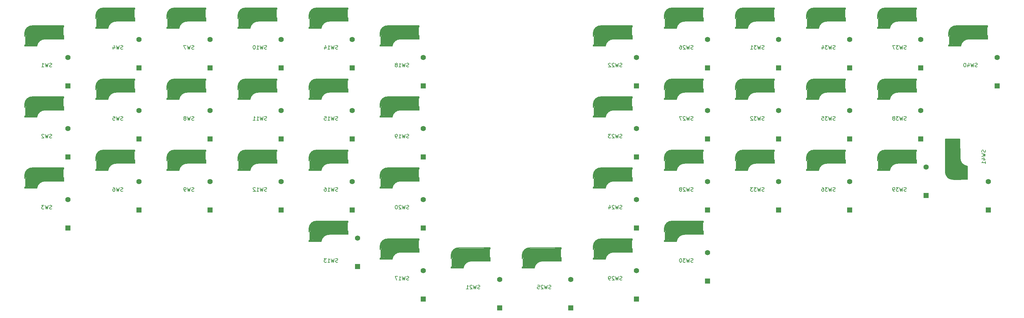
<source format=gbo>
G04 #@! TF.GenerationSoftware,KiCad,Pcbnew,8.0.4*
G04 #@! TF.CreationDate,2024-09-08T18:40:02+09:00*
G04 #@! TF.ProjectId,first_keyboard,66697273-745f-46b6-9579-626f6172642e,rev?*
G04 #@! TF.SameCoordinates,Original*
G04 #@! TF.FileFunction,Legend,Bot*
G04 #@! TF.FilePolarity,Positive*
%FSLAX46Y46*%
G04 Gerber Fmt 4.6, Leading zero omitted, Abs format (unit mm)*
G04 Created by KiCad (PCBNEW 8.0.4) date 2024-09-08 18:40:02*
%MOMM*%
%LPD*%
G01*
G04 APERTURE LIST*
%ADD10C,0.150000*%
%ADD11C,0.300000*%
%ADD12C,0.500000*%
%ADD13C,0.800000*%
%ADD14C,3.000000*%
%ADD15C,3.500000*%
%ADD16C,1.000000*%
%ADD17C,0.400000*%
%ADD18R,1.397000X1.397000*%
%ADD19C,1.397000*%
G04 APERTURE END LIST*
D10*
X194690823Y-192525900D02*
X194547966Y-192573519D01*
X194547966Y-192573519D02*
X194309871Y-192573519D01*
X194309871Y-192573519D02*
X194214633Y-192525900D01*
X194214633Y-192525900D02*
X194167014Y-192478280D01*
X194167014Y-192478280D02*
X194119395Y-192383042D01*
X194119395Y-192383042D02*
X194119395Y-192287804D01*
X194119395Y-192287804D02*
X194167014Y-192192566D01*
X194167014Y-192192566D02*
X194214633Y-192144947D01*
X194214633Y-192144947D02*
X194309871Y-192097328D01*
X194309871Y-192097328D02*
X194500347Y-192049709D01*
X194500347Y-192049709D02*
X194595585Y-192002090D01*
X194595585Y-192002090D02*
X194643204Y-191954471D01*
X194643204Y-191954471D02*
X194690823Y-191859233D01*
X194690823Y-191859233D02*
X194690823Y-191763995D01*
X194690823Y-191763995D02*
X194643204Y-191668757D01*
X194643204Y-191668757D02*
X194595585Y-191621138D01*
X194595585Y-191621138D02*
X194500347Y-191573519D01*
X194500347Y-191573519D02*
X194262252Y-191573519D01*
X194262252Y-191573519D02*
X194119395Y-191621138D01*
X193786061Y-191573519D02*
X193547966Y-192573519D01*
X193547966Y-192573519D02*
X193357490Y-191859233D01*
X193357490Y-191859233D02*
X193167014Y-192573519D01*
X193167014Y-192573519D02*
X192928919Y-191573519D01*
X192595585Y-191668757D02*
X192547966Y-191621138D01*
X192547966Y-191621138D02*
X192452728Y-191573519D01*
X192452728Y-191573519D02*
X192214633Y-191573519D01*
X192214633Y-191573519D02*
X192119395Y-191621138D01*
X192119395Y-191621138D02*
X192071776Y-191668757D01*
X192071776Y-191668757D02*
X192024157Y-191763995D01*
X192024157Y-191763995D02*
X192024157Y-191859233D01*
X192024157Y-191859233D02*
X192071776Y-192002090D01*
X192071776Y-192002090D02*
X192643204Y-192573519D01*
X192643204Y-192573519D02*
X192024157Y-192573519D01*
X191071776Y-192573519D02*
X191643204Y-192573519D01*
X191357490Y-192573519D02*
X191357490Y-191573519D01*
X191357490Y-191573519D02*
X191452728Y-191716376D01*
X191452728Y-191716376D02*
X191547966Y-191811614D01*
X191547966Y-191811614D02*
X191643204Y-191859233D01*
X232790823Y-152044700D02*
X232647966Y-152092319D01*
X232647966Y-152092319D02*
X232409871Y-152092319D01*
X232409871Y-152092319D02*
X232314633Y-152044700D01*
X232314633Y-152044700D02*
X232267014Y-151997080D01*
X232267014Y-151997080D02*
X232219395Y-151901842D01*
X232219395Y-151901842D02*
X232219395Y-151806604D01*
X232219395Y-151806604D02*
X232267014Y-151711366D01*
X232267014Y-151711366D02*
X232314633Y-151663747D01*
X232314633Y-151663747D02*
X232409871Y-151616128D01*
X232409871Y-151616128D02*
X232600347Y-151568509D01*
X232600347Y-151568509D02*
X232695585Y-151520890D01*
X232695585Y-151520890D02*
X232743204Y-151473271D01*
X232743204Y-151473271D02*
X232790823Y-151378033D01*
X232790823Y-151378033D02*
X232790823Y-151282795D01*
X232790823Y-151282795D02*
X232743204Y-151187557D01*
X232743204Y-151187557D02*
X232695585Y-151139938D01*
X232695585Y-151139938D02*
X232600347Y-151092319D01*
X232600347Y-151092319D02*
X232362252Y-151092319D01*
X232362252Y-151092319D02*
X232219395Y-151139938D01*
X231886061Y-151092319D02*
X231647966Y-152092319D01*
X231647966Y-152092319D02*
X231457490Y-151378033D01*
X231457490Y-151378033D02*
X231267014Y-152092319D01*
X231267014Y-152092319D02*
X231028919Y-151092319D01*
X230695585Y-151187557D02*
X230647966Y-151139938D01*
X230647966Y-151139938D02*
X230552728Y-151092319D01*
X230552728Y-151092319D02*
X230314633Y-151092319D01*
X230314633Y-151092319D02*
X230219395Y-151139938D01*
X230219395Y-151139938D02*
X230171776Y-151187557D01*
X230171776Y-151187557D02*
X230124157Y-151282795D01*
X230124157Y-151282795D02*
X230124157Y-151378033D01*
X230124157Y-151378033D02*
X230171776Y-151520890D01*
X230171776Y-151520890D02*
X230743204Y-152092319D01*
X230743204Y-152092319D02*
X230124157Y-152092319D01*
X229790823Y-151092319D02*
X229171776Y-151092319D01*
X229171776Y-151092319D02*
X229505109Y-151473271D01*
X229505109Y-151473271D02*
X229362252Y-151473271D01*
X229362252Y-151473271D02*
X229267014Y-151520890D01*
X229267014Y-151520890D02*
X229219395Y-151568509D01*
X229219395Y-151568509D02*
X229171776Y-151663747D01*
X229171776Y-151663747D02*
X229171776Y-151901842D01*
X229171776Y-151901842D02*
X229219395Y-151997080D01*
X229219395Y-151997080D02*
X229267014Y-152044700D01*
X229267014Y-152044700D02*
X229362252Y-152092319D01*
X229362252Y-152092319D02*
X229647966Y-152092319D01*
X229647966Y-152092319D02*
X229743204Y-152044700D01*
X229743204Y-152044700D02*
X229790823Y-151997080D01*
X232790823Y-190144700D02*
X232647966Y-190192319D01*
X232647966Y-190192319D02*
X232409871Y-190192319D01*
X232409871Y-190192319D02*
X232314633Y-190144700D01*
X232314633Y-190144700D02*
X232267014Y-190097080D01*
X232267014Y-190097080D02*
X232219395Y-190001842D01*
X232219395Y-190001842D02*
X232219395Y-189906604D01*
X232219395Y-189906604D02*
X232267014Y-189811366D01*
X232267014Y-189811366D02*
X232314633Y-189763747D01*
X232314633Y-189763747D02*
X232409871Y-189716128D01*
X232409871Y-189716128D02*
X232600347Y-189668509D01*
X232600347Y-189668509D02*
X232695585Y-189620890D01*
X232695585Y-189620890D02*
X232743204Y-189573271D01*
X232743204Y-189573271D02*
X232790823Y-189478033D01*
X232790823Y-189478033D02*
X232790823Y-189382795D01*
X232790823Y-189382795D02*
X232743204Y-189287557D01*
X232743204Y-189287557D02*
X232695585Y-189239938D01*
X232695585Y-189239938D02*
X232600347Y-189192319D01*
X232600347Y-189192319D02*
X232362252Y-189192319D01*
X232362252Y-189192319D02*
X232219395Y-189239938D01*
X231886061Y-189192319D02*
X231647966Y-190192319D01*
X231647966Y-190192319D02*
X231457490Y-189478033D01*
X231457490Y-189478033D02*
X231267014Y-190192319D01*
X231267014Y-190192319D02*
X231028919Y-189192319D01*
X230695585Y-189287557D02*
X230647966Y-189239938D01*
X230647966Y-189239938D02*
X230552728Y-189192319D01*
X230552728Y-189192319D02*
X230314633Y-189192319D01*
X230314633Y-189192319D02*
X230219395Y-189239938D01*
X230219395Y-189239938D02*
X230171776Y-189287557D01*
X230171776Y-189287557D02*
X230124157Y-189382795D01*
X230124157Y-189382795D02*
X230124157Y-189478033D01*
X230124157Y-189478033D02*
X230171776Y-189620890D01*
X230171776Y-189620890D02*
X230743204Y-190192319D01*
X230743204Y-190192319D02*
X230124157Y-190192319D01*
X229647966Y-190192319D02*
X229457490Y-190192319D01*
X229457490Y-190192319D02*
X229362252Y-190144700D01*
X229362252Y-190144700D02*
X229314633Y-190097080D01*
X229314633Y-190097080D02*
X229219395Y-189954223D01*
X229219395Y-189954223D02*
X229171776Y-189763747D01*
X229171776Y-189763747D02*
X229171776Y-189382795D01*
X229171776Y-189382795D02*
X229219395Y-189287557D01*
X229219395Y-189287557D02*
X229267014Y-189239938D01*
X229267014Y-189239938D02*
X229362252Y-189192319D01*
X229362252Y-189192319D02*
X229552728Y-189192319D01*
X229552728Y-189192319D02*
X229647966Y-189239938D01*
X229647966Y-189239938D02*
X229695585Y-189287557D01*
X229695585Y-189287557D02*
X229743204Y-189382795D01*
X229743204Y-189382795D02*
X229743204Y-189620890D01*
X229743204Y-189620890D02*
X229695585Y-189716128D01*
X229695585Y-189716128D02*
X229647966Y-189763747D01*
X229647966Y-189763747D02*
X229552728Y-189811366D01*
X229552728Y-189811366D02*
X229362252Y-189811366D01*
X229362252Y-189811366D02*
X229267014Y-189763747D01*
X229267014Y-189763747D02*
X229219395Y-189716128D01*
X229219395Y-189716128D02*
X229171776Y-189620890D01*
X156590823Y-185382200D02*
X156447966Y-185429819D01*
X156447966Y-185429819D02*
X156209871Y-185429819D01*
X156209871Y-185429819D02*
X156114633Y-185382200D01*
X156114633Y-185382200D02*
X156067014Y-185334580D01*
X156067014Y-185334580D02*
X156019395Y-185239342D01*
X156019395Y-185239342D02*
X156019395Y-185144104D01*
X156019395Y-185144104D02*
X156067014Y-185048866D01*
X156067014Y-185048866D02*
X156114633Y-185001247D01*
X156114633Y-185001247D02*
X156209871Y-184953628D01*
X156209871Y-184953628D02*
X156400347Y-184906009D01*
X156400347Y-184906009D02*
X156495585Y-184858390D01*
X156495585Y-184858390D02*
X156543204Y-184810771D01*
X156543204Y-184810771D02*
X156590823Y-184715533D01*
X156590823Y-184715533D02*
X156590823Y-184620295D01*
X156590823Y-184620295D02*
X156543204Y-184525057D01*
X156543204Y-184525057D02*
X156495585Y-184477438D01*
X156495585Y-184477438D02*
X156400347Y-184429819D01*
X156400347Y-184429819D02*
X156162252Y-184429819D01*
X156162252Y-184429819D02*
X156019395Y-184477438D01*
X155686061Y-184429819D02*
X155447966Y-185429819D01*
X155447966Y-185429819D02*
X155257490Y-184715533D01*
X155257490Y-184715533D02*
X155067014Y-185429819D01*
X155067014Y-185429819D02*
X154828919Y-184429819D01*
X153924157Y-185429819D02*
X154495585Y-185429819D01*
X154209871Y-185429819D02*
X154209871Y-184429819D01*
X154209871Y-184429819D02*
X154305109Y-184572676D01*
X154305109Y-184572676D02*
X154400347Y-184667914D01*
X154400347Y-184667914D02*
X154495585Y-184715533D01*
X153590823Y-184429819D02*
X152971776Y-184429819D01*
X152971776Y-184429819D02*
X153305109Y-184810771D01*
X153305109Y-184810771D02*
X153162252Y-184810771D01*
X153162252Y-184810771D02*
X153067014Y-184858390D01*
X153067014Y-184858390D02*
X153019395Y-184906009D01*
X153019395Y-184906009D02*
X152971776Y-185001247D01*
X152971776Y-185001247D02*
X152971776Y-185239342D01*
X152971776Y-185239342D02*
X153019395Y-185334580D01*
X153019395Y-185334580D02*
X153067014Y-185382200D01*
X153067014Y-185382200D02*
X153162252Y-185429819D01*
X153162252Y-185429819D02*
X153447966Y-185429819D01*
X153447966Y-185429819D02*
X153543204Y-185382200D01*
X153543204Y-185382200D02*
X153590823Y-185334580D01*
X308990823Y-166332200D02*
X308847966Y-166379819D01*
X308847966Y-166379819D02*
X308609871Y-166379819D01*
X308609871Y-166379819D02*
X308514633Y-166332200D01*
X308514633Y-166332200D02*
X308467014Y-166284580D01*
X308467014Y-166284580D02*
X308419395Y-166189342D01*
X308419395Y-166189342D02*
X308419395Y-166094104D01*
X308419395Y-166094104D02*
X308467014Y-165998866D01*
X308467014Y-165998866D02*
X308514633Y-165951247D01*
X308514633Y-165951247D02*
X308609871Y-165903628D01*
X308609871Y-165903628D02*
X308800347Y-165856009D01*
X308800347Y-165856009D02*
X308895585Y-165808390D01*
X308895585Y-165808390D02*
X308943204Y-165760771D01*
X308943204Y-165760771D02*
X308990823Y-165665533D01*
X308990823Y-165665533D02*
X308990823Y-165570295D01*
X308990823Y-165570295D02*
X308943204Y-165475057D01*
X308943204Y-165475057D02*
X308895585Y-165427438D01*
X308895585Y-165427438D02*
X308800347Y-165379819D01*
X308800347Y-165379819D02*
X308562252Y-165379819D01*
X308562252Y-165379819D02*
X308419395Y-165427438D01*
X308086061Y-165379819D02*
X307847966Y-166379819D01*
X307847966Y-166379819D02*
X307657490Y-165665533D01*
X307657490Y-165665533D02*
X307467014Y-166379819D01*
X307467014Y-166379819D02*
X307228919Y-165379819D01*
X306943204Y-165379819D02*
X306324157Y-165379819D01*
X306324157Y-165379819D02*
X306657490Y-165760771D01*
X306657490Y-165760771D02*
X306514633Y-165760771D01*
X306514633Y-165760771D02*
X306419395Y-165808390D01*
X306419395Y-165808390D02*
X306371776Y-165856009D01*
X306371776Y-165856009D02*
X306324157Y-165951247D01*
X306324157Y-165951247D02*
X306324157Y-166189342D01*
X306324157Y-166189342D02*
X306371776Y-166284580D01*
X306371776Y-166284580D02*
X306419395Y-166332200D01*
X306419395Y-166332200D02*
X306514633Y-166379819D01*
X306514633Y-166379819D02*
X306800347Y-166379819D01*
X306800347Y-166379819D02*
X306895585Y-166332200D01*
X306895585Y-166332200D02*
X306943204Y-166284580D01*
X305847966Y-166379819D02*
X305657490Y-166379819D01*
X305657490Y-166379819D02*
X305562252Y-166332200D01*
X305562252Y-166332200D02*
X305514633Y-166284580D01*
X305514633Y-166284580D02*
X305419395Y-166141723D01*
X305419395Y-166141723D02*
X305371776Y-165951247D01*
X305371776Y-165951247D02*
X305371776Y-165570295D01*
X305371776Y-165570295D02*
X305419395Y-165475057D01*
X305419395Y-165475057D02*
X305467014Y-165427438D01*
X305467014Y-165427438D02*
X305562252Y-165379819D01*
X305562252Y-165379819D02*
X305752728Y-165379819D01*
X305752728Y-165379819D02*
X305847966Y-165427438D01*
X305847966Y-165427438D02*
X305895585Y-165475057D01*
X305895585Y-165475057D02*
X305943204Y-165570295D01*
X305943204Y-165570295D02*
X305943204Y-165808390D01*
X305943204Y-165808390D02*
X305895585Y-165903628D01*
X305895585Y-165903628D02*
X305847966Y-165951247D01*
X305847966Y-165951247D02*
X305752728Y-165998866D01*
X305752728Y-165998866D02*
X305562252Y-165998866D01*
X305562252Y-165998866D02*
X305467014Y-165951247D01*
X305467014Y-165951247D02*
X305419395Y-165903628D01*
X305419395Y-165903628D02*
X305371776Y-165808390D01*
X232790823Y-132994700D02*
X232647966Y-133042319D01*
X232647966Y-133042319D02*
X232409871Y-133042319D01*
X232409871Y-133042319D02*
X232314633Y-132994700D01*
X232314633Y-132994700D02*
X232267014Y-132947080D01*
X232267014Y-132947080D02*
X232219395Y-132851842D01*
X232219395Y-132851842D02*
X232219395Y-132756604D01*
X232219395Y-132756604D02*
X232267014Y-132661366D01*
X232267014Y-132661366D02*
X232314633Y-132613747D01*
X232314633Y-132613747D02*
X232409871Y-132566128D01*
X232409871Y-132566128D02*
X232600347Y-132518509D01*
X232600347Y-132518509D02*
X232695585Y-132470890D01*
X232695585Y-132470890D02*
X232743204Y-132423271D01*
X232743204Y-132423271D02*
X232790823Y-132328033D01*
X232790823Y-132328033D02*
X232790823Y-132232795D01*
X232790823Y-132232795D02*
X232743204Y-132137557D01*
X232743204Y-132137557D02*
X232695585Y-132089938D01*
X232695585Y-132089938D02*
X232600347Y-132042319D01*
X232600347Y-132042319D02*
X232362252Y-132042319D01*
X232362252Y-132042319D02*
X232219395Y-132089938D01*
X231886061Y-132042319D02*
X231647966Y-133042319D01*
X231647966Y-133042319D02*
X231457490Y-132328033D01*
X231457490Y-132328033D02*
X231267014Y-133042319D01*
X231267014Y-133042319D02*
X231028919Y-132042319D01*
X230695585Y-132137557D02*
X230647966Y-132089938D01*
X230647966Y-132089938D02*
X230552728Y-132042319D01*
X230552728Y-132042319D02*
X230314633Y-132042319D01*
X230314633Y-132042319D02*
X230219395Y-132089938D01*
X230219395Y-132089938D02*
X230171776Y-132137557D01*
X230171776Y-132137557D02*
X230124157Y-132232795D01*
X230124157Y-132232795D02*
X230124157Y-132328033D01*
X230124157Y-132328033D02*
X230171776Y-132470890D01*
X230171776Y-132470890D02*
X230743204Y-133042319D01*
X230743204Y-133042319D02*
X230124157Y-133042319D01*
X229743204Y-132137557D02*
X229695585Y-132089938D01*
X229695585Y-132089938D02*
X229600347Y-132042319D01*
X229600347Y-132042319D02*
X229362252Y-132042319D01*
X229362252Y-132042319D02*
X229267014Y-132089938D01*
X229267014Y-132089938D02*
X229219395Y-132137557D01*
X229219395Y-132137557D02*
X229171776Y-132232795D01*
X229171776Y-132232795D02*
X229171776Y-132328033D01*
X229171776Y-132328033D02*
X229219395Y-132470890D01*
X229219395Y-132470890D02*
X229790823Y-133042319D01*
X229790823Y-133042319D02*
X229171776Y-133042319D01*
X270890823Y-147282200D02*
X270747966Y-147329819D01*
X270747966Y-147329819D02*
X270509871Y-147329819D01*
X270509871Y-147329819D02*
X270414633Y-147282200D01*
X270414633Y-147282200D02*
X270367014Y-147234580D01*
X270367014Y-147234580D02*
X270319395Y-147139342D01*
X270319395Y-147139342D02*
X270319395Y-147044104D01*
X270319395Y-147044104D02*
X270367014Y-146948866D01*
X270367014Y-146948866D02*
X270414633Y-146901247D01*
X270414633Y-146901247D02*
X270509871Y-146853628D01*
X270509871Y-146853628D02*
X270700347Y-146806009D01*
X270700347Y-146806009D02*
X270795585Y-146758390D01*
X270795585Y-146758390D02*
X270843204Y-146710771D01*
X270843204Y-146710771D02*
X270890823Y-146615533D01*
X270890823Y-146615533D02*
X270890823Y-146520295D01*
X270890823Y-146520295D02*
X270843204Y-146425057D01*
X270843204Y-146425057D02*
X270795585Y-146377438D01*
X270795585Y-146377438D02*
X270700347Y-146329819D01*
X270700347Y-146329819D02*
X270462252Y-146329819D01*
X270462252Y-146329819D02*
X270319395Y-146377438D01*
X269986061Y-146329819D02*
X269747966Y-147329819D01*
X269747966Y-147329819D02*
X269557490Y-146615533D01*
X269557490Y-146615533D02*
X269367014Y-147329819D01*
X269367014Y-147329819D02*
X269128919Y-146329819D01*
X268843204Y-146329819D02*
X268224157Y-146329819D01*
X268224157Y-146329819D02*
X268557490Y-146710771D01*
X268557490Y-146710771D02*
X268414633Y-146710771D01*
X268414633Y-146710771D02*
X268319395Y-146758390D01*
X268319395Y-146758390D02*
X268271776Y-146806009D01*
X268271776Y-146806009D02*
X268224157Y-146901247D01*
X268224157Y-146901247D02*
X268224157Y-147139342D01*
X268224157Y-147139342D02*
X268271776Y-147234580D01*
X268271776Y-147234580D02*
X268319395Y-147282200D01*
X268319395Y-147282200D02*
X268414633Y-147329819D01*
X268414633Y-147329819D02*
X268700347Y-147329819D01*
X268700347Y-147329819D02*
X268795585Y-147282200D01*
X268795585Y-147282200D02*
X268843204Y-147234580D01*
X267843204Y-146425057D02*
X267795585Y-146377438D01*
X267795585Y-146377438D02*
X267700347Y-146329819D01*
X267700347Y-146329819D02*
X267462252Y-146329819D01*
X267462252Y-146329819D02*
X267367014Y-146377438D01*
X267367014Y-146377438D02*
X267319395Y-146425057D01*
X267319395Y-146425057D02*
X267271776Y-146520295D01*
X267271776Y-146520295D02*
X267271776Y-146615533D01*
X267271776Y-146615533D02*
X267319395Y-146758390D01*
X267319395Y-146758390D02*
X267890823Y-147329819D01*
X267890823Y-147329819D02*
X267271776Y-147329819D01*
X79914632Y-132994700D02*
X79771775Y-133042319D01*
X79771775Y-133042319D02*
X79533680Y-133042319D01*
X79533680Y-133042319D02*
X79438442Y-132994700D01*
X79438442Y-132994700D02*
X79390823Y-132947080D01*
X79390823Y-132947080D02*
X79343204Y-132851842D01*
X79343204Y-132851842D02*
X79343204Y-132756604D01*
X79343204Y-132756604D02*
X79390823Y-132661366D01*
X79390823Y-132661366D02*
X79438442Y-132613747D01*
X79438442Y-132613747D02*
X79533680Y-132566128D01*
X79533680Y-132566128D02*
X79724156Y-132518509D01*
X79724156Y-132518509D02*
X79819394Y-132470890D01*
X79819394Y-132470890D02*
X79867013Y-132423271D01*
X79867013Y-132423271D02*
X79914632Y-132328033D01*
X79914632Y-132328033D02*
X79914632Y-132232795D01*
X79914632Y-132232795D02*
X79867013Y-132137557D01*
X79867013Y-132137557D02*
X79819394Y-132089938D01*
X79819394Y-132089938D02*
X79724156Y-132042319D01*
X79724156Y-132042319D02*
X79486061Y-132042319D01*
X79486061Y-132042319D02*
X79343204Y-132089938D01*
X79009870Y-132042319D02*
X78771775Y-133042319D01*
X78771775Y-133042319D02*
X78581299Y-132328033D01*
X78581299Y-132328033D02*
X78390823Y-133042319D01*
X78390823Y-133042319D02*
X78152728Y-132042319D01*
X77247966Y-133042319D02*
X77819394Y-133042319D01*
X77533680Y-133042319D02*
X77533680Y-132042319D01*
X77533680Y-132042319D02*
X77628918Y-132185176D01*
X77628918Y-132185176D02*
X77724156Y-132280414D01*
X77724156Y-132280414D02*
X77819394Y-132328033D01*
X175640823Y-132994700D02*
X175497966Y-133042319D01*
X175497966Y-133042319D02*
X175259871Y-133042319D01*
X175259871Y-133042319D02*
X175164633Y-132994700D01*
X175164633Y-132994700D02*
X175117014Y-132947080D01*
X175117014Y-132947080D02*
X175069395Y-132851842D01*
X175069395Y-132851842D02*
X175069395Y-132756604D01*
X175069395Y-132756604D02*
X175117014Y-132661366D01*
X175117014Y-132661366D02*
X175164633Y-132613747D01*
X175164633Y-132613747D02*
X175259871Y-132566128D01*
X175259871Y-132566128D02*
X175450347Y-132518509D01*
X175450347Y-132518509D02*
X175545585Y-132470890D01*
X175545585Y-132470890D02*
X175593204Y-132423271D01*
X175593204Y-132423271D02*
X175640823Y-132328033D01*
X175640823Y-132328033D02*
X175640823Y-132232795D01*
X175640823Y-132232795D02*
X175593204Y-132137557D01*
X175593204Y-132137557D02*
X175545585Y-132089938D01*
X175545585Y-132089938D02*
X175450347Y-132042319D01*
X175450347Y-132042319D02*
X175212252Y-132042319D01*
X175212252Y-132042319D02*
X175069395Y-132089938D01*
X174736061Y-132042319D02*
X174497966Y-133042319D01*
X174497966Y-133042319D02*
X174307490Y-132328033D01*
X174307490Y-132328033D02*
X174117014Y-133042319D01*
X174117014Y-133042319D02*
X173878919Y-132042319D01*
X172974157Y-133042319D02*
X173545585Y-133042319D01*
X173259871Y-133042319D02*
X173259871Y-132042319D01*
X173259871Y-132042319D02*
X173355109Y-132185176D01*
X173355109Y-132185176D02*
X173450347Y-132280414D01*
X173450347Y-132280414D02*
X173545585Y-132328033D01*
X172402728Y-132470890D02*
X172497966Y-132423271D01*
X172497966Y-132423271D02*
X172545585Y-132375652D01*
X172545585Y-132375652D02*
X172593204Y-132280414D01*
X172593204Y-132280414D02*
X172593204Y-132232795D01*
X172593204Y-132232795D02*
X172545585Y-132137557D01*
X172545585Y-132137557D02*
X172497966Y-132089938D01*
X172497966Y-132089938D02*
X172402728Y-132042319D01*
X172402728Y-132042319D02*
X172212252Y-132042319D01*
X172212252Y-132042319D02*
X172117014Y-132089938D01*
X172117014Y-132089938D02*
X172069395Y-132137557D01*
X172069395Y-132137557D02*
X172021776Y-132232795D01*
X172021776Y-132232795D02*
X172021776Y-132280414D01*
X172021776Y-132280414D02*
X172069395Y-132375652D01*
X172069395Y-132375652D02*
X172117014Y-132423271D01*
X172117014Y-132423271D02*
X172212252Y-132470890D01*
X172212252Y-132470890D02*
X172402728Y-132470890D01*
X172402728Y-132470890D02*
X172497966Y-132518509D01*
X172497966Y-132518509D02*
X172545585Y-132566128D01*
X172545585Y-132566128D02*
X172593204Y-132661366D01*
X172593204Y-132661366D02*
X172593204Y-132851842D01*
X172593204Y-132851842D02*
X172545585Y-132947080D01*
X172545585Y-132947080D02*
X172497966Y-132994700D01*
X172497966Y-132994700D02*
X172402728Y-133042319D01*
X172402728Y-133042319D02*
X172212252Y-133042319D01*
X172212252Y-133042319D02*
X172117014Y-132994700D01*
X172117014Y-132994700D02*
X172069395Y-132947080D01*
X172069395Y-132947080D02*
X172021776Y-132851842D01*
X172021776Y-132851842D02*
X172021776Y-132661366D01*
X172021776Y-132661366D02*
X172069395Y-132566128D01*
X172069395Y-132566128D02*
X172117014Y-132518509D01*
X172117014Y-132518509D02*
X172212252Y-132470890D01*
X118014632Y-166332200D02*
X117871775Y-166379819D01*
X117871775Y-166379819D02*
X117633680Y-166379819D01*
X117633680Y-166379819D02*
X117538442Y-166332200D01*
X117538442Y-166332200D02*
X117490823Y-166284580D01*
X117490823Y-166284580D02*
X117443204Y-166189342D01*
X117443204Y-166189342D02*
X117443204Y-166094104D01*
X117443204Y-166094104D02*
X117490823Y-165998866D01*
X117490823Y-165998866D02*
X117538442Y-165951247D01*
X117538442Y-165951247D02*
X117633680Y-165903628D01*
X117633680Y-165903628D02*
X117824156Y-165856009D01*
X117824156Y-165856009D02*
X117919394Y-165808390D01*
X117919394Y-165808390D02*
X117967013Y-165760771D01*
X117967013Y-165760771D02*
X118014632Y-165665533D01*
X118014632Y-165665533D02*
X118014632Y-165570295D01*
X118014632Y-165570295D02*
X117967013Y-165475057D01*
X117967013Y-165475057D02*
X117919394Y-165427438D01*
X117919394Y-165427438D02*
X117824156Y-165379819D01*
X117824156Y-165379819D02*
X117586061Y-165379819D01*
X117586061Y-165379819D02*
X117443204Y-165427438D01*
X117109870Y-165379819D02*
X116871775Y-166379819D01*
X116871775Y-166379819D02*
X116681299Y-165665533D01*
X116681299Y-165665533D02*
X116490823Y-166379819D01*
X116490823Y-166379819D02*
X116252728Y-165379819D01*
X115824156Y-166379819D02*
X115633680Y-166379819D01*
X115633680Y-166379819D02*
X115538442Y-166332200D01*
X115538442Y-166332200D02*
X115490823Y-166284580D01*
X115490823Y-166284580D02*
X115395585Y-166141723D01*
X115395585Y-166141723D02*
X115347966Y-165951247D01*
X115347966Y-165951247D02*
X115347966Y-165570295D01*
X115347966Y-165570295D02*
X115395585Y-165475057D01*
X115395585Y-165475057D02*
X115443204Y-165427438D01*
X115443204Y-165427438D02*
X115538442Y-165379819D01*
X115538442Y-165379819D02*
X115728918Y-165379819D01*
X115728918Y-165379819D02*
X115824156Y-165427438D01*
X115824156Y-165427438D02*
X115871775Y-165475057D01*
X115871775Y-165475057D02*
X115919394Y-165570295D01*
X115919394Y-165570295D02*
X115919394Y-165808390D01*
X115919394Y-165808390D02*
X115871775Y-165903628D01*
X115871775Y-165903628D02*
X115824156Y-165951247D01*
X115824156Y-165951247D02*
X115728918Y-165998866D01*
X115728918Y-165998866D02*
X115538442Y-165998866D01*
X115538442Y-165998866D02*
X115443204Y-165951247D01*
X115443204Y-165951247D02*
X115395585Y-165903628D01*
X115395585Y-165903628D02*
X115347966Y-165808390D01*
X175640823Y-152044700D02*
X175497966Y-152092319D01*
X175497966Y-152092319D02*
X175259871Y-152092319D01*
X175259871Y-152092319D02*
X175164633Y-152044700D01*
X175164633Y-152044700D02*
X175117014Y-151997080D01*
X175117014Y-151997080D02*
X175069395Y-151901842D01*
X175069395Y-151901842D02*
X175069395Y-151806604D01*
X175069395Y-151806604D02*
X175117014Y-151711366D01*
X175117014Y-151711366D02*
X175164633Y-151663747D01*
X175164633Y-151663747D02*
X175259871Y-151616128D01*
X175259871Y-151616128D02*
X175450347Y-151568509D01*
X175450347Y-151568509D02*
X175545585Y-151520890D01*
X175545585Y-151520890D02*
X175593204Y-151473271D01*
X175593204Y-151473271D02*
X175640823Y-151378033D01*
X175640823Y-151378033D02*
X175640823Y-151282795D01*
X175640823Y-151282795D02*
X175593204Y-151187557D01*
X175593204Y-151187557D02*
X175545585Y-151139938D01*
X175545585Y-151139938D02*
X175450347Y-151092319D01*
X175450347Y-151092319D02*
X175212252Y-151092319D01*
X175212252Y-151092319D02*
X175069395Y-151139938D01*
X174736061Y-151092319D02*
X174497966Y-152092319D01*
X174497966Y-152092319D02*
X174307490Y-151378033D01*
X174307490Y-151378033D02*
X174117014Y-152092319D01*
X174117014Y-152092319D02*
X173878919Y-151092319D01*
X172974157Y-152092319D02*
X173545585Y-152092319D01*
X173259871Y-152092319D02*
X173259871Y-151092319D01*
X173259871Y-151092319D02*
X173355109Y-151235176D01*
X173355109Y-151235176D02*
X173450347Y-151330414D01*
X173450347Y-151330414D02*
X173545585Y-151378033D01*
X172497966Y-152092319D02*
X172307490Y-152092319D01*
X172307490Y-152092319D02*
X172212252Y-152044700D01*
X172212252Y-152044700D02*
X172164633Y-151997080D01*
X172164633Y-151997080D02*
X172069395Y-151854223D01*
X172069395Y-151854223D02*
X172021776Y-151663747D01*
X172021776Y-151663747D02*
X172021776Y-151282795D01*
X172021776Y-151282795D02*
X172069395Y-151187557D01*
X172069395Y-151187557D02*
X172117014Y-151139938D01*
X172117014Y-151139938D02*
X172212252Y-151092319D01*
X172212252Y-151092319D02*
X172402728Y-151092319D01*
X172402728Y-151092319D02*
X172497966Y-151139938D01*
X172497966Y-151139938D02*
X172545585Y-151187557D01*
X172545585Y-151187557D02*
X172593204Y-151282795D01*
X172593204Y-151282795D02*
X172593204Y-151520890D01*
X172593204Y-151520890D02*
X172545585Y-151616128D01*
X172545585Y-151616128D02*
X172497966Y-151663747D01*
X172497966Y-151663747D02*
X172402728Y-151711366D01*
X172402728Y-151711366D02*
X172212252Y-151711366D01*
X172212252Y-151711366D02*
X172117014Y-151663747D01*
X172117014Y-151663747D02*
X172069395Y-151616128D01*
X172069395Y-151616128D02*
X172021776Y-151520890D01*
X251840823Y-147282200D02*
X251697966Y-147329819D01*
X251697966Y-147329819D02*
X251459871Y-147329819D01*
X251459871Y-147329819D02*
X251364633Y-147282200D01*
X251364633Y-147282200D02*
X251317014Y-147234580D01*
X251317014Y-147234580D02*
X251269395Y-147139342D01*
X251269395Y-147139342D02*
X251269395Y-147044104D01*
X251269395Y-147044104D02*
X251317014Y-146948866D01*
X251317014Y-146948866D02*
X251364633Y-146901247D01*
X251364633Y-146901247D02*
X251459871Y-146853628D01*
X251459871Y-146853628D02*
X251650347Y-146806009D01*
X251650347Y-146806009D02*
X251745585Y-146758390D01*
X251745585Y-146758390D02*
X251793204Y-146710771D01*
X251793204Y-146710771D02*
X251840823Y-146615533D01*
X251840823Y-146615533D02*
X251840823Y-146520295D01*
X251840823Y-146520295D02*
X251793204Y-146425057D01*
X251793204Y-146425057D02*
X251745585Y-146377438D01*
X251745585Y-146377438D02*
X251650347Y-146329819D01*
X251650347Y-146329819D02*
X251412252Y-146329819D01*
X251412252Y-146329819D02*
X251269395Y-146377438D01*
X250936061Y-146329819D02*
X250697966Y-147329819D01*
X250697966Y-147329819D02*
X250507490Y-146615533D01*
X250507490Y-146615533D02*
X250317014Y-147329819D01*
X250317014Y-147329819D02*
X250078919Y-146329819D01*
X249745585Y-146425057D02*
X249697966Y-146377438D01*
X249697966Y-146377438D02*
X249602728Y-146329819D01*
X249602728Y-146329819D02*
X249364633Y-146329819D01*
X249364633Y-146329819D02*
X249269395Y-146377438D01*
X249269395Y-146377438D02*
X249221776Y-146425057D01*
X249221776Y-146425057D02*
X249174157Y-146520295D01*
X249174157Y-146520295D02*
X249174157Y-146615533D01*
X249174157Y-146615533D02*
X249221776Y-146758390D01*
X249221776Y-146758390D02*
X249793204Y-147329819D01*
X249793204Y-147329819D02*
X249174157Y-147329819D01*
X248840823Y-146329819D02*
X248174157Y-146329819D01*
X248174157Y-146329819D02*
X248602728Y-147329819D01*
X98964632Y-128232200D02*
X98821775Y-128279819D01*
X98821775Y-128279819D02*
X98583680Y-128279819D01*
X98583680Y-128279819D02*
X98488442Y-128232200D01*
X98488442Y-128232200D02*
X98440823Y-128184580D01*
X98440823Y-128184580D02*
X98393204Y-128089342D01*
X98393204Y-128089342D02*
X98393204Y-127994104D01*
X98393204Y-127994104D02*
X98440823Y-127898866D01*
X98440823Y-127898866D02*
X98488442Y-127851247D01*
X98488442Y-127851247D02*
X98583680Y-127803628D01*
X98583680Y-127803628D02*
X98774156Y-127756009D01*
X98774156Y-127756009D02*
X98869394Y-127708390D01*
X98869394Y-127708390D02*
X98917013Y-127660771D01*
X98917013Y-127660771D02*
X98964632Y-127565533D01*
X98964632Y-127565533D02*
X98964632Y-127470295D01*
X98964632Y-127470295D02*
X98917013Y-127375057D01*
X98917013Y-127375057D02*
X98869394Y-127327438D01*
X98869394Y-127327438D02*
X98774156Y-127279819D01*
X98774156Y-127279819D02*
X98536061Y-127279819D01*
X98536061Y-127279819D02*
X98393204Y-127327438D01*
X98059870Y-127279819D02*
X97821775Y-128279819D01*
X97821775Y-128279819D02*
X97631299Y-127565533D01*
X97631299Y-127565533D02*
X97440823Y-128279819D01*
X97440823Y-128279819D02*
X97202728Y-127279819D01*
X96393204Y-127613152D02*
X96393204Y-128279819D01*
X96631299Y-127232200D02*
X96869394Y-127946485D01*
X96869394Y-127946485D02*
X96250347Y-127946485D01*
X289940823Y-128232200D02*
X289797966Y-128279819D01*
X289797966Y-128279819D02*
X289559871Y-128279819D01*
X289559871Y-128279819D02*
X289464633Y-128232200D01*
X289464633Y-128232200D02*
X289417014Y-128184580D01*
X289417014Y-128184580D02*
X289369395Y-128089342D01*
X289369395Y-128089342D02*
X289369395Y-127994104D01*
X289369395Y-127994104D02*
X289417014Y-127898866D01*
X289417014Y-127898866D02*
X289464633Y-127851247D01*
X289464633Y-127851247D02*
X289559871Y-127803628D01*
X289559871Y-127803628D02*
X289750347Y-127756009D01*
X289750347Y-127756009D02*
X289845585Y-127708390D01*
X289845585Y-127708390D02*
X289893204Y-127660771D01*
X289893204Y-127660771D02*
X289940823Y-127565533D01*
X289940823Y-127565533D02*
X289940823Y-127470295D01*
X289940823Y-127470295D02*
X289893204Y-127375057D01*
X289893204Y-127375057D02*
X289845585Y-127327438D01*
X289845585Y-127327438D02*
X289750347Y-127279819D01*
X289750347Y-127279819D02*
X289512252Y-127279819D01*
X289512252Y-127279819D02*
X289369395Y-127327438D01*
X289036061Y-127279819D02*
X288797966Y-128279819D01*
X288797966Y-128279819D02*
X288607490Y-127565533D01*
X288607490Y-127565533D02*
X288417014Y-128279819D01*
X288417014Y-128279819D02*
X288178919Y-127279819D01*
X287893204Y-127279819D02*
X287274157Y-127279819D01*
X287274157Y-127279819D02*
X287607490Y-127660771D01*
X287607490Y-127660771D02*
X287464633Y-127660771D01*
X287464633Y-127660771D02*
X287369395Y-127708390D01*
X287369395Y-127708390D02*
X287321776Y-127756009D01*
X287321776Y-127756009D02*
X287274157Y-127851247D01*
X287274157Y-127851247D02*
X287274157Y-128089342D01*
X287274157Y-128089342D02*
X287321776Y-128184580D01*
X287321776Y-128184580D02*
X287369395Y-128232200D01*
X287369395Y-128232200D02*
X287464633Y-128279819D01*
X287464633Y-128279819D02*
X287750347Y-128279819D01*
X287750347Y-128279819D02*
X287845585Y-128232200D01*
X287845585Y-128232200D02*
X287893204Y-128184580D01*
X286417014Y-127613152D02*
X286417014Y-128279819D01*
X286655109Y-127232200D02*
X286893204Y-127946485D01*
X286893204Y-127946485D02*
X286274157Y-127946485D01*
X156590823Y-128232200D02*
X156447966Y-128279819D01*
X156447966Y-128279819D02*
X156209871Y-128279819D01*
X156209871Y-128279819D02*
X156114633Y-128232200D01*
X156114633Y-128232200D02*
X156067014Y-128184580D01*
X156067014Y-128184580D02*
X156019395Y-128089342D01*
X156019395Y-128089342D02*
X156019395Y-127994104D01*
X156019395Y-127994104D02*
X156067014Y-127898866D01*
X156067014Y-127898866D02*
X156114633Y-127851247D01*
X156114633Y-127851247D02*
X156209871Y-127803628D01*
X156209871Y-127803628D02*
X156400347Y-127756009D01*
X156400347Y-127756009D02*
X156495585Y-127708390D01*
X156495585Y-127708390D02*
X156543204Y-127660771D01*
X156543204Y-127660771D02*
X156590823Y-127565533D01*
X156590823Y-127565533D02*
X156590823Y-127470295D01*
X156590823Y-127470295D02*
X156543204Y-127375057D01*
X156543204Y-127375057D02*
X156495585Y-127327438D01*
X156495585Y-127327438D02*
X156400347Y-127279819D01*
X156400347Y-127279819D02*
X156162252Y-127279819D01*
X156162252Y-127279819D02*
X156019395Y-127327438D01*
X155686061Y-127279819D02*
X155447966Y-128279819D01*
X155447966Y-128279819D02*
X155257490Y-127565533D01*
X155257490Y-127565533D02*
X155067014Y-128279819D01*
X155067014Y-128279819D02*
X154828919Y-127279819D01*
X153924157Y-128279819D02*
X154495585Y-128279819D01*
X154209871Y-128279819D02*
X154209871Y-127279819D01*
X154209871Y-127279819D02*
X154305109Y-127422676D01*
X154305109Y-127422676D02*
X154400347Y-127517914D01*
X154400347Y-127517914D02*
X154495585Y-127565533D01*
X153067014Y-127613152D02*
X153067014Y-128279819D01*
X153305109Y-127232200D02*
X153543204Y-127946485D01*
X153543204Y-127946485D02*
X152924157Y-127946485D01*
X251840823Y-166332200D02*
X251697966Y-166379819D01*
X251697966Y-166379819D02*
X251459871Y-166379819D01*
X251459871Y-166379819D02*
X251364633Y-166332200D01*
X251364633Y-166332200D02*
X251317014Y-166284580D01*
X251317014Y-166284580D02*
X251269395Y-166189342D01*
X251269395Y-166189342D02*
X251269395Y-166094104D01*
X251269395Y-166094104D02*
X251317014Y-165998866D01*
X251317014Y-165998866D02*
X251364633Y-165951247D01*
X251364633Y-165951247D02*
X251459871Y-165903628D01*
X251459871Y-165903628D02*
X251650347Y-165856009D01*
X251650347Y-165856009D02*
X251745585Y-165808390D01*
X251745585Y-165808390D02*
X251793204Y-165760771D01*
X251793204Y-165760771D02*
X251840823Y-165665533D01*
X251840823Y-165665533D02*
X251840823Y-165570295D01*
X251840823Y-165570295D02*
X251793204Y-165475057D01*
X251793204Y-165475057D02*
X251745585Y-165427438D01*
X251745585Y-165427438D02*
X251650347Y-165379819D01*
X251650347Y-165379819D02*
X251412252Y-165379819D01*
X251412252Y-165379819D02*
X251269395Y-165427438D01*
X250936061Y-165379819D02*
X250697966Y-166379819D01*
X250697966Y-166379819D02*
X250507490Y-165665533D01*
X250507490Y-165665533D02*
X250317014Y-166379819D01*
X250317014Y-166379819D02*
X250078919Y-165379819D01*
X249745585Y-165475057D02*
X249697966Y-165427438D01*
X249697966Y-165427438D02*
X249602728Y-165379819D01*
X249602728Y-165379819D02*
X249364633Y-165379819D01*
X249364633Y-165379819D02*
X249269395Y-165427438D01*
X249269395Y-165427438D02*
X249221776Y-165475057D01*
X249221776Y-165475057D02*
X249174157Y-165570295D01*
X249174157Y-165570295D02*
X249174157Y-165665533D01*
X249174157Y-165665533D02*
X249221776Y-165808390D01*
X249221776Y-165808390D02*
X249793204Y-166379819D01*
X249793204Y-166379819D02*
X249174157Y-166379819D01*
X248602728Y-165808390D02*
X248697966Y-165760771D01*
X248697966Y-165760771D02*
X248745585Y-165713152D01*
X248745585Y-165713152D02*
X248793204Y-165617914D01*
X248793204Y-165617914D02*
X248793204Y-165570295D01*
X248793204Y-165570295D02*
X248745585Y-165475057D01*
X248745585Y-165475057D02*
X248697966Y-165427438D01*
X248697966Y-165427438D02*
X248602728Y-165379819D01*
X248602728Y-165379819D02*
X248412252Y-165379819D01*
X248412252Y-165379819D02*
X248317014Y-165427438D01*
X248317014Y-165427438D02*
X248269395Y-165475057D01*
X248269395Y-165475057D02*
X248221776Y-165570295D01*
X248221776Y-165570295D02*
X248221776Y-165617914D01*
X248221776Y-165617914D02*
X248269395Y-165713152D01*
X248269395Y-165713152D02*
X248317014Y-165760771D01*
X248317014Y-165760771D02*
X248412252Y-165808390D01*
X248412252Y-165808390D02*
X248602728Y-165808390D01*
X248602728Y-165808390D02*
X248697966Y-165856009D01*
X248697966Y-165856009D02*
X248745585Y-165903628D01*
X248745585Y-165903628D02*
X248793204Y-165998866D01*
X248793204Y-165998866D02*
X248793204Y-166189342D01*
X248793204Y-166189342D02*
X248745585Y-166284580D01*
X248745585Y-166284580D02*
X248697966Y-166332200D01*
X248697966Y-166332200D02*
X248602728Y-166379819D01*
X248602728Y-166379819D02*
X248412252Y-166379819D01*
X248412252Y-166379819D02*
X248317014Y-166332200D01*
X248317014Y-166332200D02*
X248269395Y-166284580D01*
X248269395Y-166284580D02*
X248221776Y-166189342D01*
X248221776Y-166189342D02*
X248221776Y-165998866D01*
X248221776Y-165998866D02*
X248269395Y-165903628D01*
X248269395Y-165903628D02*
X248317014Y-165856009D01*
X248317014Y-165856009D02*
X248412252Y-165808390D01*
X330194500Y-155352976D02*
X330242119Y-155495833D01*
X330242119Y-155495833D02*
X330242119Y-155733928D01*
X330242119Y-155733928D02*
X330194500Y-155829166D01*
X330194500Y-155829166D02*
X330146880Y-155876785D01*
X330146880Y-155876785D02*
X330051642Y-155924404D01*
X330051642Y-155924404D02*
X329956404Y-155924404D01*
X329956404Y-155924404D02*
X329861166Y-155876785D01*
X329861166Y-155876785D02*
X329813547Y-155829166D01*
X329813547Y-155829166D02*
X329765928Y-155733928D01*
X329765928Y-155733928D02*
X329718309Y-155543452D01*
X329718309Y-155543452D02*
X329670690Y-155448214D01*
X329670690Y-155448214D02*
X329623071Y-155400595D01*
X329623071Y-155400595D02*
X329527833Y-155352976D01*
X329527833Y-155352976D02*
X329432595Y-155352976D01*
X329432595Y-155352976D02*
X329337357Y-155400595D01*
X329337357Y-155400595D02*
X329289738Y-155448214D01*
X329289738Y-155448214D02*
X329242119Y-155543452D01*
X329242119Y-155543452D02*
X329242119Y-155781547D01*
X329242119Y-155781547D02*
X329289738Y-155924404D01*
X329242119Y-156257738D02*
X330242119Y-156495833D01*
X330242119Y-156495833D02*
X329527833Y-156686309D01*
X329527833Y-156686309D02*
X330242119Y-156876785D01*
X330242119Y-156876785D02*
X329242119Y-157114881D01*
X329575452Y-157924404D02*
X330242119Y-157924404D01*
X329194500Y-157686309D02*
X329908785Y-157448214D01*
X329908785Y-157448214D02*
X329908785Y-158067261D01*
X330242119Y-158972023D02*
X330242119Y-158400595D01*
X330242119Y-158686309D02*
X329242119Y-158686309D01*
X329242119Y-158686309D02*
X329384976Y-158591071D01*
X329384976Y-158591071D02*
X329480214Y-158495833D01*
X329480214Y-158495833D02*
X329527833Y-158400595D01*
X289940823Y-147282200D02*
X289797966Y-147329819D01*
X289797966Y-147329819D02*
X289559871Y-147329819D01*
X289559871Y-147329819D02*
X289464633Y-147282200D01*
X289464633Y-147282200D02*
X289417014Y-147234580D01*
X289417014Y-147234580D02*
X289369395Y-147139342D01*
X289369395Y-147139342D02*
X289369395Y-147044104D01*
X289369395Y-147044104D02*
X289417014Y-146948866D01*
X289417014Y-146948866D02*
X289464633Y-146901247D01*
X289464633Y-146901247D02*
X289559871Y-146853628D01*
X289559871Y-146853628D02*
X289750347Y-146806009D01*
X289750347Y-146806009D02*
X289845585Y-146758390D01*
X289845585Y-146758390D02*
X289893204Y-146710771D01*
X289893204Y-146710771D02*
X289940823Y-146615533D01*
X289940823Y-146615533D02*
X289940823Y-146520295D01*
X289940823Y-146520295D02*
X289893204Y-146425057D01*
X289893204Y-146425057D02*
X289845585Y-146377438D01*
X289845585Y-146377438D02*
X289750347Y-146329819D01*
X289750347Y-146329819D02*
X289512252Y-146329819D01*
X289512252Y-146329819D02*
X289369395Y-146377438D01*
X289036061Y-146329819D02*
X288797966Y-147329819D01*
X288797966Y-147329819D02*
X288607490Y-146615533D01*
X288607490Y-146615533D02*
X288417014Y-147329819D01*
X288417014Y-147329819D02*
X288178919Y-146329819D01*
X287893204Y-146329819D02*
X287274157Y-146329819D01*
X287274157Y-146329819D02*
X287607490Y-146710771D01*
X287607490Y-146710771D02*
X287464633Y-146710771D01*
X287464633Y-146710771D02*
X287369395Y-146758390D01*
X287369395Y-146758390D02*
X287321776Y-146806009D01*
X287321776Y-146806009D02*
X287274157Y-146901247D01*
X287274157Y-146901247D02*
X287274157Y-147139342D01*
X287274157Y-147139342D02*
X287321776Y-147234580D01*
X287321776Y-147234580D02*
X287369395Y-147282200D01*
X287369395Y-147282200D02*
X287464633Y-147329819D01*
X287464633Y-147329819D02*
X287750347Y-147329819D01*
X287750347Y-147329819D02*
X287845585Y-147282200D01*
X287845585Y-147282200D02*
X287893204Y-147234580D01*
X286369395Y-146329819D02*
X286845585Y-146329819D01*
X286845585Y-146329819D02*
X286893204Y-146806009D01*
X286893204Y-146806009D02*
X286845585Y-146758390D01*
X286845585Y-146758390D02*
X286750347Y-146710771D01*
X286750347Y-146710771D02*
X286512252Y-146710771D01*
X286512252Y-146710771D02*
X286417014Y-146758390D01*
X286417014Y-146758390D02*
X286369395Y-146806009D01*
X286369395Y-146806009D02*
X286321776Y-146901247D01*
X286321776Y-146901247D02*
X286321776Y-147139342D01*
X286321776Y-147139342D02*
X286369395Y-147234580D01*
X286369395Y-147234580D02*
X286417014Y-147282200D01*
X286417014Y-147282200D02*
X286512252Y-147329819D01*
X286512252Y-147329819D02*
X286750347Y-147329819D01*
X286750347Y-147329819D02*
X286845585Y-147282200D01*
X286845585Y-147282200D02*
X286893204Y-147234580D01*
X308990823Y-128232200D02*
X308847966Y-128279819D01*
X308847966Y-128279819D02*
X308609871Y-128279819D01*
X308609871Y-128279819D02*
X308514633Y-128232200D01*
X308514633Y-128232200D02*
X308467014Y-128184580D01*
X308467014Y-128184580D02*
X308419395Y-128089342D01*
X308419395Y-128089342D02*
X308419395Y-127994104D01*
X308419395Y-127994104D02*
X308467014Y-127898866D01*
X308467014Y-127898866D02*
X308514633Y-127851247D01*
X308514633Y-127851247D02*
X308609871Y-127803628D01*
X308609871Y-127803628D02*
X308800347Y-127756009D01*
X308800347Y-127756009D02*
X308895585Y-127708390D01*
X308895585Y-127708390D02*
X308943204Y-127660771D01*
X308943204Y-127660771D02*
X308990823Y-127565533D01*
X308990823Y-127565533D02*
X308990823Y-127470295D01*
X308990823Y-127470295D02*
X308943204Y-127375057D01*
X308943204Y-127375057D02*
X308895585Y-127327438D01*
X308895585Y-127327438D02*
X308800347Y-127279819D01*
X308800347Y-127279819D02*
X308562252Y-127279819D01*
X308562252Y-127279819D02*
X308419395Y-127327438D01*
X308086061Y-127279819D02*
X307847966Y-128279819D01*
X307847966Y-128279819D02*
X307657490Y-127565533D01*
X307657490Y-127565533D02*
X307467014Y-128279819D01*
X307467014Y-128279819D02*
X307228919Y-127279819D01*
X306943204Y-127279819D02*
X306324157Y-127279819D01*
X306324157Y-127279819D02*
X306657490Y-127660771D01*
X306657490Y-127660771D02*
X306514633Y-127660771D01*
X306514633Y-127660771D02*
X306419395Y-127708390D01*
X306419395Y-127708390D02*
X306371776Y-127756009D01*
X306371776Y-127756009D02*
X306324157Y-127851247D01*
X306324157Y-127851247D02*
X306324157Y-128089342D01*
X306324157Y-128089342D02*
X306371776Y-128184580D01*
X306371776Y-128184580D02*
X306419395Y-128232200D01*
X306419395Y-128232200D02*
X306514633Y-128279819D01*
X306514633Y-128279819D02*
X306800347Y-128279819D01*
X306800347Y-128279819D02*
X306895585Y-128232200D01*
X306895585Y-128232200D02*
X306943204Y-128184580D01*
X305990823Y-127279819D02*
X305324157Y-127279819D01*
X305324157Y-127279819D02*
X305752728Y-128279819D01*
X328040823Y-132994700D02*
X327897966Y-133042319D01*
X327897966Y-133042319D02*
X327659871Y-133042319D01*
X327659871Y-133042319D02*
X327564633Y-132994700D01*
X327564633Y-132994700D02*
X327517014Y-132947080D01*
X327517014Y-132947080D02*
X327469395Y-132851842D01*
X327469395Y-132851842D02*
X327469395Y-132756604D01*
X327469395Y-132756604D02*
X327517014Y-132661366D01*
X327517014Y-132661366D02*
X327564633Y-132613747D01*
X327564633Y-132613747D02*
X327659871Y-132566128D01*
X327659871Y-132566128D02*
X327850347Y-132518509D01*
X327850347Y-132518509D02*
X327945585Y-132470890D01*
X327945585Y-132470890D02*
X327993204Y-132423271D01*
X327993204Y-132423271D02*
X328040823Y-132328033D01*
X328040823Y-132328033D02*
X328040823Y-132232795D01*
X328040823Y-132232795D02*
X327993204Y-132137557D01*
X327993204Y-132137557D02*
X327945585Y-132089938D01*
X327945585Y-132089938D02*
X327850347Y-132042319D01*
X327850347Y-132042319D02*
X327612252Y-132042319D01*
X327612252Y-132042319D02*
X327469395Y-132089938D01*
X327136061Y-132042319D02*
X326897966Y-133042319D01*
X326897966Y-133042319D02*
X326707490Y-132328033D01*
X326707490Y-132328033D02*
X326517014Y-133042319D01*
X326517014Y-133042319D02*
X326278919Y-132042319D01*
X325469395Y-132375652D02*
X325469395Y-133042319D01*
X325707490Y-131994700D02*
X325945585Y-132708985D01*
X325945585Y-132708985D02*
X325326538Y-132708985D01*
X324755109Y-132042319D02*
X324659871Y-132042319D01*
X324659871Y-132042319D02*
X324564633Y-132089938D01*
X324564633Y-132089938D02*
X324517014Y-132137557D01*
X324517014Y-132137557D02*
X324469395Y-132232795D01*
X324469395Y-132232795D02*
X324421776Y-132423271D01*
X324421776Y-132423271D02*
X324421776Y-132661366D01*
X324421776Y-132661366D02*
X324469395Y-132851842D01*
X324469395Y-132851842D02*
X324517014Y-132947080D01*
X324517014Y-132947080D02*
X324564633Y-132994700D01*
X324564633Y-132994700D02*
X324659871Y-133042319D01*
X324659871Y-133042319D02*
X324755109Y-133042319D01*
X324755109Y-133042319D02*
X324850347Y-132994700D01*
X324850347Y-132994700D02*
X324897966Y-132947080D01*
X324897966Y-132947080D02*
X324945585Y-132851842D01*
X324945585Y-132851842D02*
X324993204Y-132661366D01*
X324993204Y-132661366D02*
X324993204Y-132423271D01*
X324993204Y-132423271D02*
X324945585Y-132232795D01*
X324945585Y-132232795D02*
X324897966Y-132137557D01*
X324897966Y-132137557D02*
X324850347Y-132089938D01*
X324850347Y-132089938D02*
X324755109Y-132042319D01*
X79914632Y-171094700D02*
X79771775Y-171142319D01*
X79771775Y-171142319D02*
X79533680Y-171142319D01*
X79533680Y-171142319D02*
X79438442Y-171094700D01*
X79438442Y-171094700D02*
X79390823Y-171047080D01*
X79390823Y-171047080D02*
X79343204Y-170951842D01*
X79343204Y-170951842D02*
X79343204Y-170856604D01*
X79343204Y-170856604D02*
X79390823Y-170761366D01*
X79390823Y-170761366D02*
X79438442Y-170713747D01*
X79438442Y-170713747D02*
X79533680Y-170666128D01*
X79533680Y-170666128D02*
X79724156Y-170618509D01*
X79724156Y-170618509D02*
X79819394Y-170570890D01*
X79819394Y-170570890D02*
X79867013Y-170523271D01*
X79867013Y-170523271D02*
X79914632Y-170428033D01*
X79914632Y-170428033D02*
X79914632Y-170332795D01*
X79914632Y-170332795D02*
X79867013Y-170237557D01*
X79867013Y-170237557D02*
X79819394Y-170189938D01*
X79819394Y-170189938D02*
X79724156Y-170142319D01*
X79724156Y-170142319D02*
X79486061Y-170142319D01*
X79486061Y-170142319D02*
X79343204Y-170189938D01*
X79009870Y-170142319D02*
X78771775Y-171142319D01*
X78771775Y-171142319D02*
X78581299Y-170428033D01*
X78581299Y-170428033D02*
X78390823Y-171142319D01*
X78390823Y-171142319D02*
X78152728Y-170142319D01*
X77867013Y-170142319D02*
X77247966Y-170142319D01*
X77247966Y-170142319D02*
X77581299Y-170523271D01*
X77581299Y-170523271D02*
X77438442Y-170523271D01*
X77438442Y-170523271D02*
X77343204Y-170570890D01*
X77343204Y-170570890D02*
X77295585Y-170618509D01*
X77295585Y-170618509D02*
X77247966Y-170713747D01*
X77247966Y-170713747D02*
X77247966Y-170951842D01*
X77247966Y-170951842D02*
X77295585Y-171047080D01*
X77295585Y-171047080D02*
X77343204Y-171094700D01*
X77343204Y-171094700D02*
X77438442Y-171142319D01*
X77438442Y-171142319D02*
X77724156Y-171142319D01*
X77724156Y-171142319D02*
X77819394Y-171094700D01*
X77819394Y-171094700D02*
X77867013Y-171047080D01*
X79914632Y-152044700D02*
X79771775Y-152092319D01*
X79771775Y-152092319D02*
X79533680Y-152092319D01*
X79533680Y-152092319D02*
X79438442Y-152044700D01*
X79438442Y-152044700D02*
X79390823Y-151997080D01*
X79390823Y-151997080D02*
X79343204Y-151901842D01*
X79343204Y-151901842D02*
X79343204Y-151806604D01*
X79343204Y-151806604D02*
X79390823Y-151711366D01*
X79390823Y-151711366D02*
X79438442Y-151663747D01*
X79438442Y-151663747D02*
X79533680Y-151616128D01*
X79533680Y-151616128D02*
X79724156Y-151568509D01*
X79724156Y-151568509D02*
X79819394Y-151520890D01*
X79819394Y-151520890D02*
X79867013Y-151473271D01*
X79867013Y-151473271D02*
X79914632Y-151378033D01*
X79914632Y-151378033D02*
X79914632Y-151282795D01*
X79914632Y-151282795D02*
X79867013Y-151187557D01*
X79867013Y-151187557D02*
X79819394Y-151139938D01*
X79819394Y-151139938D02*
X79724156Y-151092319D01*
X79724156Y-151092319D02*
X79486061Y-151092319D01*
X79486061Y-151092319D02*
X79343204Y-151139938D01*
X79009870Y-151092319D02*
X78771775Y-152092319D01*
X78771775Y-152092319D02*
X78581299Y-151378033D01*
X78581299Y-151378033D02*
X78390823Y-152092319D01*
X78390823Y-152092319D02*
X78152728Y-151092319D01*
X77819394Y-151187557D02*
X77771775Y-151139938D01*
X77771775Y-151139938D02*
X77676537Y-151092319D01*
X77676537Y-151092319D02*
X77438442Y-151092319D01*
X77438442Y-151092319D02*
X77343204Y-151139938D01*
X77343204Y-151139938D02*
X77295585Y-151187557D01*
X77295585Y-151187557D02*
X77247966Y-151282795D01*
X77247966Y-151282795D02*
X77247966Y-151378033D01*
X77247966Y-151378033D02*
X77295585Y-151520890D01*
X77295585Y-151520890D02*
X77867013Y-152092319D01*
X77867013Y-152092319D02*
X77247966Y-152092319D01*
X175640823Y-190144700D02*
X175497966Y-190192319D01*
X175497966Y-190192319D02*
X175259871Y-190192319D01*
X175259871Y-190192319D02*
X175164633Y-190144700D01*
X175164633Y-190144700D02*
X175117014Y-190097080D01*
X175117014Y-190097080D02*
X175069395Y-190001842D01*
X175069395Y-190001842D02*
X175069395Y-189906604D01*
X175069395Y-189906604D02*
X175117014Y-189811366D01*
X175117014Y-189811366D02*
X175164633Y-189763747D01*
X175164633Y-189763747D02*
X175259871Y-189716128D01*
X175259871Y-189716128D02*
X175450347Y-189668509D01*
X175450347Y-189668509D02*
X175545585Y-189620890D01*
X175545585Y-189620890D02*
X175593204Y-189573271D01*
X175593204Y-189573271D02*
X175640823Y-189478033D01*
X175640823Y-189478033D02*
X175640823Y-189382795D01*
X175640823Y-189382795D02*
X175593204Y-189287557D01*
X175593204Y-189287557D02*
X175545585Y-189239938D01*
X175545585Y-189239938D02*
X175450347Y-189192319D01*
X175450347Y-189192319D02*
X175212252Y-189192319D01*
X175212252Y-189192319D02*
X175069395Y-189239938D01*
X174736061Y-189192319D02*
X174497966Y-190192319D01*
X174497966Y-190192319D02*
X174307490Y-189478033D01*
X174307490Y-189478033D02*
X174117014Y-190192319D01*
X174117014Y-190192319D02*
X173878919Y-189192319D01*
X172974157Y-190192319D02*
X173545585Y-190192319D01*
X173259871Y-190192319D02*
X173259871Y-189192319D01*
X173259871Y-189192319D02*
X173355109Y-189335176D01*
X173355109Y-189335176D02*
X173450347Y-189430414D01*
X173450347Y-189430414D02*
X173545585Y-189478033D01*
X172640823Y-189192319D02*
X171974157Y-189192319D01*
X171974157Y-189192319D02*
X172402728Y-190192319D01*
X118014632Y-128232200D02*
X117871775Y-128279819D01*
X117871775Y-128279819D02*
X117633680Y-128279819D01*
X117633680Y-128279819D02*
X117538442Y-128232200D01*
X117538442Y-128232200D02*
X117490823Y-128184580D01*
X117490823Y-128184580D02*
X117443204Y-128089342D01*
X117443204Y-128089342D02*
X117443204Y-127994104D01*
X117443204Y-127994104D02*
X117490823Y-127898866D01*
X117490823Y-127898866D02*
X117538442Y-127851247D01*
X117538442Y-127851247D02*
X117633680Y-127803628D01*
X117633680Y-127803628D02*
X117824156Y-127756009D01*
X117824156Y-127756009D02*
X117919394Y-127708390D01*
X117919394Y-127708390D02*
X117967013Y-127660771D01*
X117967013Y-127660771D02*
X118014632Y-127565533D01*
X118014632Y-127565533D02*
X118014632Y-127470295D01*
X118014632Y-127470295D02*
X117967013Y-127375057D01*
X117967013Y-127375057D02*
X117919394Y-127327438D01*
X117919394Y-127327438D02*
X117824156Y-127279819D01*
X117824156Y-127279819D02*
X117586061Y-127279819D01*
X117586061Y-127279819D02*
X117443204Y-127327438D01*
X117109870Y-127279819D02*
X116871775Y-128279819D01*
X116871775Y-128279819D02*
X116681299Y-127565533D01*
X116681299Y-127565533D02*
X116490823Y-128279819D01*
X116490823Y-128279819D02*
X116252728Y-127279819D01*
X115967013Y-127279819D02*
X115300347Y-127279819D01*
X115300347Y-127279819D02*
X115728918Y-128279819D01*
X251840823Y-128232200D02*
X251697966Y-128279819D01*
X251697966Y-128279819D02*
X251459871Y-128279819D01*
X251459871Y-128279819D02*
X251364633Y-128232200D01*
X251364633Y-128232200D02*
X251317014Y-128184580D01*
X251317014Y-128184580D02*
X251269395Y-128089342D01*
X251269395Y-128089342D02*
X251269395Y-127994104D01*
X251269395Y-127994104D02*
X251317014Y-127898866D01*
X251317014Y-127898866D02*
X251364633Y-127851247D01*
X251364633Y-127851247D02*
X251459871Y-127803628D01*
X251459871Y-127803628D02*
X251650347Y-127756009D01*
X251650347Y-127756009D02*
X251745585Y-127708390D01*
X251745585Y-127708390D02*
X251793204Y-127660771D01*
X251793204Y-127660771D02*
X251840823Y-127565533D01*
X251840823Y-127565533D02*
X251840823Y-127470295D01*
X251840823Y-127470295D02*
X251793204Y-127375057D01*
X251793204Y-127375057D02*
X251745585Y-127327438D01*
X251745585Y-127327438D02*
X251650347Y-127279819D01*
X251650347Y-127279819D02*
X251412252Y-127279819D01*
X251412252Y-127279819D02*
X251269395Y-127327438D01*
X250936061Y-127279819D02*
X250697966Y-128279819D01*
X250697966Y-128279819D02*
X250507490Y-127565533D01*
X250507490Y-127565533D02*
X250317014Y-128279819D01*
X250317014Y-128279819D02*
X250078919Y-127279819D01*
X249745585Y-127375057D02*
X249697966Y-127327438D01*
X249697966Y-127327438D02*
X249602728Y-127279819D01*
X249602728Y-127279819D02*
X249364633Y-127279819D01*
X249364633Y-127279819D02*
X249269395Y-127327438D01*
X249269395Y-127327438D02*
X249221776Y-127375057D01*
X249221776Y-127375057D02*
X249174157Y-127470295D01*
X249174157Y-127470295D02*
X249174157Y-127565533D01*
X249174157Y-127565533D02*
X249221776Y-127708390D01*
X249221776Y-127708390D02*
X249793204Y-128279819D01*
X249793204Y-128279819D02*
X249174157Y-128279819D01*
X248317014Y-127279819D02*
X248507490Y-127279819D01*
X248507490Y-127279819D02*
X248602728Y-127327438D01*
X248602728Y-127327438D02*
X248650347Y-127375057D01*
X248650347Y-127375057D02*
X248745585Y-127517914D01*
X248745585Y-127517914D02*
X248793204Y-127708390D01*
X248793204Y-127708390D02*
X248793204Y-128089342D01*
X248793204Y-128089342D02*
X248745585Y-128184580D01*
X248745585Y-128184580D02*
X248697966Y-128232200D01*
X248697966Y-128232200D02*
X248602728Y-128279819D01*
X248602728Y-128279819D02*
X248412252Y-128279819D01*
X248412252Y-128279819D02*
X248317014Y-128232200D01*
X248317014Y-128232200D02*
X248269395Y-128184580D01*
X248269395Y-128184580D02*
X248221776Y-128089342D01*
X248221776Y-128089342D02*
X248221776Y-127851247D01*
X248221776Y-127851247D02*
X248269395Y-127756009D01*
X248269395Y-127756009D02*
X248317014Y-127708390D01*
X248317014Y-127708390D02*
X248412252Y-127660771D01*
X248412252Y-127660771D02*
X248602728Y-127660771D01*
X248602728Y-127660771D02*
X248697966Y-127708390D01*
X248697966Y-127708390D02*
X248745585Y-127756009D01*
X248745585Y-127756009D02*
X248793204Y-127851247D01*
X98964632Y-166332200D02*
X98821775Y-166379819D01*
X98821775Y-166379819D02*
X98583680Y-166379819D01*
X98583680Y-166379819D02*
X98488442Y-166332200D01*
X98488442Y-166332200D02*
X98440823Y-166284580D01*
X98440823Y-166284580D02*
X98393204Y-166189342D01*
X98393204Y-166189342D02*
X98393204Y-166094104D01*
X98393204Y-166094104D02*
X98440823Y-165998866D01*
X98440823Y-165998866D02*
X98488442Y-165951247D01*
X98488442Y-165951247D02*
X98583680Y-165903628D01*
X98583680Y-165903628D02*
X98774156Y-165856009D01*
X98774156Y-165856009D02*
X98869394Y-165808390D01*
X98869394Y-165808390D02*
X98917013Y-165760771D01*
X98917013Y-165760771D02*
X98964632Y-165665533D01*
X98964632Y-165665533D02*
X98964632Y-165570295D01*
X98964632Y-165570295D02*
X98917013Y-165475057D01*
X98917013Y-165475057D02*
X98869394Y-165427438D01*
X98869394Y-165427438D02*
X98774156Y-165379819D01*
X98774156Y-165379819D02*
X98536061Y-165379819D01*
X98536061Y-165379819D02*
X98393204Y-165427438D01*
X98059870Y-165379819D02*
X97821775Y-166379819D01*
X97821775Y-166379819D02*
X97631299Y-165665533D01*
X97631299Y-165665533D02*
X97440823Y-166379819D01*
X97440823Y-166379819D02*
X97202728Y-165379819D01*
X96393204Y-165379819D02*
X96583680Y-165379819D01*
X96583680Y-165379819D02*
X96678918Y-165427438D01*
X96678918Y-165427438D02*
X96726537Y-165475057D01*
X96726537Y-165475057D02*
X96821775Y-165617914D01*
X96821775Y-165617914D02*
X96869394Y-165808390D01*
X96869394Y-165808390D02*
X96869394Y-166189342D01*
X96869394Y-166189342D02*
X96821775Y-166284580D01*
X96821775Y-166284580D02*
X96774156Y-166332200D01*
X96774156Y-166332200D02*
X96678918Y-166379819D01*
X96678918Y-166379819D02*
X96488442Y-166379819D01*
X96488442Y-166379819D02*
X96393204Y-166332200D01*
X96393204Y-166332200D02*
X96345585Y-166284580D01*
X96345585Y-166284580D02*
X96297966Y-166189342D01*
X96297966Y-166189342D02*
X96297966Y-165951247D01*
X96297966Y-165951247D02*
X96345585Y-165856009D01*
X96345585Y-165856009D02*
X96393204Y-165808390D01*
X96393204Y-165808390D02*
X96488442Y-165760771D01*
X96488442Y-165760771D02*
X96678918Y-165760771D01*
X96678918Y-165760771D02*
X96774156Y-165808390D01*
X96774156Y-165808390D02*
X96821775Y-165856009D01*
X96821775Y-165856009D02*
X96869394Y-165951247D01*
X232790823Y-171094700D02*
X232647966Y-171142319D01*
X232647966Y-171142319D02*
X232409871Y-171142319D01*
X232409871Y-171142319D02*
X232314633Y-171094700D01*
X232314633Y-171094700D02*
X232267014Y-171047080D01*
X232267014Y-171047080D02*
X232219395Y-170951842D01*
X232219395Y-170951842D02*
X232219395Y-170856604D01*
X232219395Y-170856604D02*
X232267014Y-170761366D01*
X232267014Y-170761366D02*
X232314633Y-170713747D01*
X232314633Y-170713747D02*
X232409871Y-170666128D01*
X232409871Y-170666128D02*
X232600347Y-170618509D01*
X232600347Y-170618509D02*
X232695585Y-170570890D01*
X232695585Y-170570890D02*
X232743204Y-170523271D01*
X232743204Y-170523271D02*
X232790823Y-170428033D01*
X232790823Y-170428033D02*
X232790823Y-170332795D01*
X232790823Y-170332795D02*
X232743204Y-170237557D01*
X232743204Y-170237557D02*
X232695585Y-170189938D01*
X232695585Y-170189938D02*
X232600347Y-170142319D01*
X232600347Y-170142319D02*
X232362252Y-170142319D01*
X232362252Y-170142319D02*
X232219395Y-170189938D01*
X231886061Y-170142319D02*
X231647966Y-171142319D01*
X231647966Y-171142319D02*
X231457490Y-170428033D01*
X231457490Y-170428033D02*
X231267014Y-171142319D01*
X231267014Y-171142319D02*
X231028919Y-170142319D01*
X230695585Y-170237557D02*
X230647966Y-170189938D01*
X230647966Y-170189938D02*
X230552728Y-170142319D01*
X230552728Y-170142319D02*
X230314633Y-170142319D01*
X230314633Y-170142319D02*
X230219395Y-170189938D01*
X230219395Y-170189938D02*
X230171776Y-170237557D01*
X230171776Y-170237557D02*
X230124157Y-170332795D01*
X230124157Y-170332795D02*
X230124157Y-170428033D01*
X230124157Y-170428033D02*
X230171776Y-170570890D01*
X230171776Y-170570890D02*
X230743204Y-171142319D01*
X230743204Y-171142319D02*
X230124157Y-171142319D01*
X229267014Y-170475652D02*
X229267014Y-171142319D01*
X229505109Y-170094700D02*
X229743204Y-170808985D01*
X229743204Y-170808985D02*
X229124157Y-170808985D01*
X308990823Y-147282200D02*
X308847966Y-147329819D01*
X308847966Y-147329819D02*
X308609871Y-147329819D01*
X308609871Y-147329819D02*
X308514633Y-147282200D01*
X308514633Y-147282200D02*
X308467014Y-147234580D01*
X308467014Y-147234580D02*
X308419395Y-147139342D01*
X308419395Y-147139342D02*
X308419395Y-147044104D01*
X308419395Y-147044104D02*
X308467014Y-146948866D01*
X308467014Y-146948866D02*
X308514633Y-146901247D01*
X308514633Y-146901247D02*
X308609871Y-146853628D01*
X308609871Y-146853628D02*
X308800347Y-146806009D01*
X308800347Y-146806009D02*
X308895585Y-146758390D01*
X308895585Y-146758390D02*
X308943204Y-146710771D01*
X308943204Y-146710771D02*
X308990823Y-146615533D01*
X308990823Y-146615533D02*
X308990823Y-146520295D01*
X308990823Y-146520295D02*
X308943204Y-146425057D01*
X308943204Y-146425057D02*
X308895585Y-146377438D01*
X308895585Y-146377438D02*
X308800347Y-146329819D01*
X308800347Y-146329819D02*
X308562252Y-146329819D01*
X308562252Y-146329819D02*
X308419395Y-146377438D01*
X308086061Y-146329819D02*
X307847966Y-147329819D01*
X307847966Y-147329819D02*
X307657490Y-146615533D01*
X307657490Y-146615533D02*
X307467014Y-147329819D01*
X307467014Y-147329819D02*
X307228919Y-146329819D01*
X306943204Y-146329819D02*
X306324157Y-146329819D01*
X306324157Y-146329819D02*
X306657490Y-146710771D01*
X306657490Y-146710771D02*
X306514633Y-146710771D01*
X306514633Y-146710771D02*
X306419395Y-146758390D01*
X306419395Y-146758390D02*
X306371776Y-146806009D01*
X306371776Y-146806009D02*
X306324157Y-146901247D01*
X306324157Y-146901247D02*
X306324157Y-147139342D01*
X306324157Y-147139342D02*
X306371776Y-147234580D01*
X306371776Y-147234580D02*
X306419395Y-147282200D01*
X306419395Y-147282200D02*
X306514633Y-147329819D01*
X306514633Y-147329819D02*
X306800347Y-147329819D01*
X306800347Y-147329819D02*
X306895585Y-147282200D01*
X306895585Y-147282200D02*
X306943204Y-147234580D01*
X305752728Y-146758390D02*
X305847966Y-146710771D01*
X305847966Y-146710771D02*
X305895585Y-146663152D01*
X305895585Y-146663152D02*
X305943204Y-146567914D01*
X305943204Y-146567914D02*
X305943204Y-146520295D01*
X305943204Y-146520295D02*
X305895585Y-146425057D01*
X305895585Y-146425057D02*
X305847966Y-146377438D01*
X305847966Y-146377438D02*
X305752728Y-146329819D01*
X305752728Y-146329819D02*
X305562252Y-146329819D01*
X305562252Y-146329819D02*
X305467014Y-146377438D01*
X305467014Y-146377438D02*
X305419395Y-146425057D01*
X305419395Y-146425057D02*
X305371776Y-146520295D01*
X305371776Y-146520295D02*
X305371776Y-146567914D01*
X305371776Y-146567914D02*
X305419395Y-146663152D01*
X305419395Y-146663152D02*
X305467014Y-146710771D01*
X305467014Y-146710771D02*
X305562252Y-146758390D01*
X305562252Y-146758390D02*
X305752728Y-146758390D01*
X305752728Y-146758390D02*
X305847966Y-146806009D01*
X305847966Y-146806009D02*
X305895585Y-146853628D01*
X305895585Y-146853628D02*
X305943204Y-146948866D01*
X305943204Y-146948866D02*
X305943204Y-147139342D01*
X305943204Y-147139342D02*
X305895585Y-147234580D01*
X305895585Y-147234580D02*
X305847966Y-147282200D01*
X305847966Y-147282200D02*
X305752728Y-147329819D01*
X305752728Y-147329819D02*
X305562252Y-147329819D01*
X305562252Y-147329819D02*
X305467014Y-147282200D01*
X305467014Y-147282200D02*
X305419395Y-147234580D01*
X305419395Y-147234580D02*
X305371776Y-147139342D01*
X305371776Y-147139342D02*
X305371776Y-146948866D01*
X305371776Y-146948866D02*
X305419395Y-146853628D01*
X305419395Y-146853628D02*
X305467014Y-146806009D01*
X305467014Y-146806009D02*
X305562252Y-146758390D01*
X137540823Y-147282200D02*
X137397966Y-147329819D01*
X137397966Y-147329819D02*
X137159871Y-147329819D01*
X137159871Y-147329819D02*
X137064633Y-147282200D01*
X137064633Y-147282200D02*
X137017014Y-147234580D01*
X137017014Y-147234580D02*
X136969395Y-147139342D01*
X136969395Y-147139342D02*
X136969395Y-147044104D01*
X136969395Y-147044104D02*
X137017014Y-146948866D01*
X137017014Y-146948866D02*
X137064633Y-146901247D01*
X137064633Y-146901247D02*
X137159871Y-146853628D01*
X137159871Y-146853628D02*
X137350347Y-146806009D01*
X137350347Y-146806009D02*
X137445585Y-146758390D01*
X137445585Y-146758390D02*
X137493204Y-146710771D01*
X137493204Y-146710771D02*
X137540823Y-146615533D01*
X137540823Y-146615533D02*
X137540823Y-146520295D01*
X137540823Y-146520295D02*
X137493204Y-146425057D01*
X137493204Y-146425057D02*
X137445585Y-146377438D01*
X137445585Y-146377438D02*
X137350347Y-146329819D01*
X137350347Y-146329819D02*
X137112252Y-146329819D01*
X137112252Y-146329819D02*
X136969395Y-146377438D01*
X136636061Y-146329819D02*
X136397966Y-147329819D01*
X136397966Y-147329819D02*
X136207490Y-146615533D01*
X136207490Y-146615533D02*
X136017014Y-147329819D01*
X136017014Y-147329819D02*
X135778919Y-146329819D01*
X134874157Y-147329819D02*
X135445585Y-147329819D01*
X135159871Y-147329819D02*
X135159871Y-146329819D01*
X135159871Y-146329819D02*
X135255109Y-146472676D01*
X135255109Y-146472676D02*
X135350347Y-146567914D01*
X135350347Y-146567914D02*
X135445585Y-146615533D01*
X133921776Y-147329819D02*
X134493204Y-147329819D01*
X134207490Y-147329819D02*
X134207490Y-146329819D01*
X134207490Y-146329819D02*
X134302728Y-146472676D01*
X134302728Y-146472676D02*
X134397966Y-146567914D01*
X134397966Y-146567914D02*
X134493204Y-146615533D01*
X289940823Y-166332200D02*
X289797966Y-166379819D01*
X289797966Y-166379819D02*
X289559871Y-166379819D01*
X289559871Y-166379819D02*
X289464633Y-166332200D01*
X289464633Y-166332200D02*
X289417014Y-166284580D01*
X289417014Y-166284580D02*
X289369395Y-166189342D01*
X289369395Y-166189342D02*
X289369395Y-166094104D01*
X289369395Y-166094104D02*
X289417014Y-165998866D01*
X289417014Y-165998866D02*
X289464633Y-165951247D01*
X289464633Y-165951247D02*
X289559871Y-165903628D01*
X289559871Y-165903628D02*
X289750347Y-165856009D01*
X289750347Y-165856009D02*
X289845585Y-165808390D01*
X289845585Y-165808390D02*
X289893204Y-165760771D01*
X289893204Y-165760771D02*
X289940823Y-165665533D01*
X289940823Y-165665533D02*
X289940823Y-165570295D01*
X289940823Y-165570295D02*
X289893204Y-165475057D01*
X289893204Y-165475057D02*
X289845585Y-165427438D01*
X289845585Y-165427438D02*
X289750347Y-165379819D01*
X289750347Y-165379819D02*
X289512252Y-165379819D01*
X289512252Y-165379819D02*
X289369395Y-165427438D01*
X289036061Y-165379819D02*
X288797966Y-166379819D01*
X288797966Y-166379819D02*
X288607490Y-165665533D01*
X288607490Y-165665533D02*
X288417014Y-166379819D01*
X288417014Y-166379819D02*
X288178919Y-165379819D01*
X287893204Y-165379819D02*
X287274157Y-165379819D01*
X287274157Y-165379819D02*
X287607490Y-165760771D01*
X287607490Y-165760771D02*
X287464633Y-165760771D01*
X287464633Y-165760771D02*
X287369395Y-165808390D01*
X287369395Y-165808390D02*
X287321776Y-165856009D01*
X287321776Y-165856009D02*
X287274157Y-165951247D01*
X287274157Y-165951247D02*
X287274157Y-166189342D01*
X287274157Y-166189342D02*
X287321776Y-166284580D01*
X287321776Y-166284580D02*
X287369395Y-166332200D01*
X287369395Y-166332200D02*
X287464633Y-166379819D01*
X287464633Y-166379819D02*
X287750347Y-166379819D01*
X287750347Y-166379819D02*
X287845585Y-166332200D01*
X287845585Y-166332200D02*
X287893204Y-166284580D01*
X286417014Y-165379819D02*
X286607490Y-165379819D01*
X286607490Y-165379819D02*
X286702728Y-165427438D01*
X286702728Y-165427438D02*
X286750347Y-165475057D01*
X286750347Y-165475057D02*
X286845585Y-165617914D01*
X286845585Y-165617914D02*
X286893204Y-165808390D01*
X286893204Y-165808390D02*
X286893204Y-166189342D01*
X286893204Y-166189342D02*
X286845585Y-166284580D01*
X286845585Y-166284580D02*
X286797966Y-166332200D01*
X286797966Y-166332200D02*
X286702728Y-166379819D01*
X286702728Y-166379819D02*
X286512252Y-166379819D01*
X286512252Y-166379819D02*
X286417014Y-166332200D01*
X286417014Y-166332200D02*
X286369395Y-166284580D01*
X286369395Y-166284580D02*
X286321776Y-166189342D01*
X286321776Y-166189342D02*
X286321776Y-165951247D01*
X286321776Y-165951247D02*
X286369395Y-165856009D01*
X286369395Y-165856009D02*
X286417014Y-165808390D01*
X286417014Y-165808390D02*
X286512252Y-165760771D01*
X286512252Y-165760771D02*
X286702728Y-165760771D01*
X286702728Y-165760771D02*
X286797966Y-165808390D01*
X286797966Y-165808390D02*
X286845585Y-165856009D01*
X286845585Y-165856009D02*
X286893204Y-165951247D01*
X270890823Y-166332200D02*
X270747966Y-166379819D01*
X270747966Y-166379819D02*
X270509871Y-166379819D01*
X270509871Y-166379819D02*
X270414633Y-166332200D01*
X270414633Y-166332200D02*
X270367014Y-166284580D01*
X270367014Y-166284580D02*
X270319395Y-166189342D01*
X270319395Y-166189342D02*
X270319395Y-166094104D01*
X270319395Y-166094104D02*
X270367014Y-165998866D01*
X270367014Y-165998866D02*
X270414633Y-165951247D01*
X270414633Y-165951247D02*
X270509871Y-165903628D01*
X270509871Y-165903628D02*
X270700347Y-165856009D01*
X270700347Y-165856009D02*
X270795585Y-165808390D01*
X270795585Y-165808390D02*
X270843204Y-165760771D01*
X270843204Y-165760771D02*
X270890823Y-165665533D01*
X270890823Y-165665533D02*
X270890823Y-165570295D01*
X270890823Y-165570295D02*
X270843204Y-165475057D01*
X270843204Y-165475057D02*
X270795585Y-165427438D01*
X270795585Y-165427438D02*
X270700347Y-165379819D01*
X270700347Y-165379819D02*
X270462252Y-165379819D01*
X270462252Y-165379819D02*
X270319395Y-165427438D01*
X269986061Y-165379819D02*
X269747966Y-166379819D01*
X269747966Y-166379819D02*
X269557490Y-165665533D01*
X269557490Y-165665533D02*
X269367014Y-166379819D01*
X269367014Y-166379819D02*
X269128919Y-165379819D01*
X268843204Y-165379819D02*
X268224157Y-165379819D01*
X268224157Y-165379819D02*
X268557490Y-165760771D01*
X268557490Y-165760771D02*
X268414633Y-165760771D01*
X268414633Y-165760771D02*
X268319395Y-165808390D01*
X268319395Y-165808390D02*
X268271776Y-165856009D01*
X268271776Y-165856009D02*
X268224157Y-165951247D01*
X268224157Y-165951247D02*
X268224157Y-166189342D01*
X268224157Y-166189342D02*
X268271776Y-166284580D01*
X268271776Y-166284580D02*
X268319395Y-166332200D01*
X268319395Y-166332200D02*
X268414633Y-166379819D01*
X268414633Y-166379819D02*
X268700347Y-166379819D01*
X268700347Y-166379819D02*
X268795585Y-166332200D01*
X268795585Y-166332200D02*
X268843204Y-166284580D01*
X267890823Y-165379819D02*
X267271776Y-165379819D01*
X267271776Y-165379819D02*
X267605109Y-165760771D01*
X267605109Y-165760771D02*
X267462252Y-165760771D01*
X267462252Y-165760771D02*
X267367014Y-165808390D01*
X267367014Y-165808390D02*
X267319395Y-165856009D01*
X267319395Y-165856009D02*
X267271776Y-165951247D01*
X267271776Y-165951247D02*
X267271776Y-166189342D01*
X267271776Y-166189342D02*
X267319395Y-166284580D01*
X267319395Y-166284580D02*
X267367014Y-166332200D01*
X267367014Y-166332200D02*
X267462252Y-166379819D01*
X267462252Y-166379819D02*
X267747966Y-166379819D01*
X267747966Y-166379819D02*
X267843204Y-166332200D01*
X267843204Y-166332200D02*
X267890823Y-166284580D01*
X137540823Y-128232200D02*
X137397966Y-128279819D01*
X137397966Y-128279819D02*
X137159871Y-128279819D01*
X137159871Y-128279819D02*
X137064633Y-128232200D01*
X137064633Y-128232200D02*
X137017014Y-128184580D01*
X137017014Y-128184580D02*
X136969395Y-128089342D01*
X136969395Y-128089342D02*
X136969395Y-127994104D01*
X136969395Y-127994104D02*
X137017014Y-127898866D01*
X137017014Y-127898866D02*
X137064633Y-127851247D01*
X137064633Y-127851247D02*
X137159871Y-127803628D01*
X137159871Y-127803628D02*
X137350347Y-127756009D01*
X137350347Y-127756009D02*
X137445585Y-127708390D01*
X137445585Y-127708390D02*
X137493204Y-127660771D01*
X137493204Y-127660771D02*
X137540823Y-127565533D01*
X137540823Y-127565533D02*
X137540823Y-127470295D01*
X137540823Y-127470295D02*
X137493204Y-127375057D01*
X137493204Y-127375057D02*
X137445585Y-127327438D01*
X137445585Y-127327438D02*
X137350347Y-127279819D01*
X137350347Y-127279819D02*
X137112252Y-127279819D01*
X137112252Y-127279819D02*
X136969395Y-127327438D01*
X136636061Y-127279819D02*
X136397966Y-128279819D01*
X136397966Y-128279819D02*
X136207490Y-127565533D01*
X136207490Y-127565533D02*
X136017014Y-128279819D01*
X136017014Y-128279819D02*
X135778919Y-127279819D01*
X134874157Y-128279819D02*
X135445585Y-128279819D01*
X135159871Y-128279819D02*
X135159871Y-127279819D01*
X135159871Y-127279819D02*
X135255109Y-127422676D01*
X135255109Y-127422676D02*
X135350347Y-127517914D01*
X135350347Y-127517914D02*
X135445585Y-127565533D01*
X134255109Y-127279819D02*
X134159871Y-127279819D01*
X134159871Y-127279819D02*
X134064633Y-127327438D01*
X134064633Y-127327438D02*
X134017014Y-127375057D01*
X134017014Y-127375057D02*
X133969395Y-127470295D01*
X133969395Y-127470295D02*
X133921776Y-127660771D01*
X133921776Y-127660771D02*
X133921776Y-127898866D01*
X133921776Y-127898866D02*
X133969395Y-128089342D01*
X133969395Y-128089342D02*
X134017014Y-128184580D01*
X134017014Y-128184580D02*
X134064633Y-128232200D01*
X134064633Y-128232200D02*
X134159871Y-128279819D01*
X134159871Y-128279819D02*
X134255109Y-128279819D01*
X134255109Y-128279819D02*
X134350347Y-128232200D01*
X134350347Y-128232200D02*
X134397966Y-128184580D01*
X134397966Y-128184580D02*
X134445585Y-128089342D01*
X134445585Y-128089342D02*
X134493204Y-127898866D01*
X134493204Y-127898866D02*
X134493204Y-127660771D01*
X134493204Y-127660771D02*
X134445585Y-127470295D01*
X134445585Y-127470295D02*
X134397966Y-127375057D01*
X134397966Y-127375057D02*
X134350347Y-127327438D01*
X134350347Y-127327438D02*
X134255109Y-127279819D01*
X156590823Y-166332200D02*
X156447966Y-166379819D01*
X156447966Y-166379819D02*
X156209871Y-166379819D01*
X156209871Y-166379819D02*
X156114633Y-166332200D01*
X156114633Y-166332200D02*
X156067014Y-166284580D01*
X156067014Y-166284580D02*
X156019395Y-166189342D01*
X156019395Y-166189342D02*
X156019395Y-166094104D01*
X156019395Y-166094104D02*
X156067014Y-165998866D01*
X156067014Y-165998866D02*
X156114633Y-165951247D01*
X156114633Y-165951247D02*
X156209871Y-165903628D01*
X156209871Y-165903628D02*
X156400347Y-165856009D01*
X156400347Y-165856009D02*
X156495585Y-165808390D01*
X156495585Y-165808390D02*
X156543204Y-165760771D01*
X156543204Y-165760771D02*
X156590823Y-165665533D01*
X156590823Y-165665533D02*
X156590823Y-165570295D01*
X156590823Y-165570295D02*
X156543204Y-165475057D01*
X156543204Y-165475057D02*
X156495585Y-165427438D01*
X156495585Y-165427438D02*
X156400347Y-165379819D01*
X156400347Y-165379819D02*
X156162252Y-165379819D01*
X156162252Y-165379819D02*
X156019395Y-165427438D01*
X155686061Y-165379819D02*
X155447966Y-166379819D01*
X155447966Y-166379819D02*
X155257490Y-165665533D01*
X155257490Y-165665533D02*
X155067014Y-166379819D01*
X155067014Y-166379819D02*
X154828919Y-165379819D01*
X153924157Y-166379819D02*
X154495585Y-166379819D01*
X154209871Y-166379819D02*
X154209871Y-165379819D01*
X154209871Y-165379819D02*
X154305109Y-165522676D01*
X154305109Y-165522676D02*
X154400347Y-165617914D01*
X154400347Y-165617914D02*
X154495585Y-165665533D01*
X153067014Y-165379819D02*
X153257490Y-165379819D01*
X153257490Y-165379819D02*
X153352728Y-165427438D01*
X153352728Y-165427438D02*
X153400347Y-165475057D01*
X153400347Y-165475057D02*
X153495585Y-165617914D01*
X153495585Y-165617914D02*
X153543204Y-165808390D01*
X153543204Y-165808390D02*
X153543204Y-166189342D01*
X153543204Y-166189342D02*
X153495585Y-166284580D01*
X153495585Y-166284580D02*
X153447966Y-166332200D01*
X153447966Y-166332200D02*
X153352728Y-166379819D01*
X153352728Y-166379819D02*
X153162252Y-166379819D01*
X153162252Y-166379819D02*
X153067014Y-166332200D01*
X153067014Y-166332200D02*
X153019395Y-166284580D01*
X153019395Y-166284580D02*
X152971776Y-166189342D01*
X152971776Y-166189342D02*
X152971776Y-165951247D01*
X152971776Y-165951247D02*
X153019395Y-165856009D01*
X153019395Y-165856009D02*
X153067014Y-165808390D01*
X153067014Y-165808390D02*
X153162252Y-165760771D01*
X153162252Y-165760771D02*
X153352728Y-165760771D01*
X153352728Y-165760771D02*
X153447966Y-165808390D01*
X153447966Y-165808390D02*
X153495585Y-165856009D01*
X153495585Y-165856009D02*
X153543204Y-165951247D01*
X213740823Y-192525900D02*
X213597966Y-192573519D01*
X213597966Y-192573519D02*
X213359871Y-192573519D01*
X213359871Y-192573519D02*
X213264633Y-192525900D01*
X213264633Y-192525900D02*
X213217014Y-192478280D01*
X213217014Y-192478280D02*
X213169395Y-192383042D01*
X213169395Y-192383042D02*
X213169395Y-192287804D01*
X213169395Y-192287804D02*
X213217014Y-192192566D01*
X213217014Y-192192566D02*
X213264633Y-192144947D01*
X213264633Y-192144947D02*
X213359871Y-192097328D01*
X213359871Y-192097328D02*
X213550347Y-192049709D01*
X213550347Y-192049709D02*
X213645585Y-192002090D01*
X213645585Y-192002090D02*
X213693204Y-191954471D01*
X213693204Y-191954471D02*
X213740823Y-191859233D01*
X213740823Y-191859233D02*
X213740823Y-191763995D01*
X213740823Y-191763995D02*
X213693204Y-191668757D01*
X213693204Y-191668757D02*
X213645585Y-191621138D01*
X213645585Y-191621138D02*
X213550347Y-191573519D01*
X213550347Y-191573519D02*
X213312252Y-191573519D01*
X213312252Y-191573519D02*
X213169395Y-191621138D01*
X212836061Y-191573519D02*
X212597966Y-192573519D01*
X212597966Y-192573519D02*
X212407490Y-191859233D01*
X212407490Y-191859233D02*
X212217014Y-192573519D01*
X212217014Y-192573519D02*
X211978919Y-191573519D01*
X211645585Y-191668757D02*
X211597966Y-191621138D01*
X211597966Y-191621138D02*
X211502728Y-191573519D01*
X211502728Y-191573519D02*
X211264633Y-191573519D01*
X211264633Y-191573519D02*
X211169395Y-191621138D01*
X211169395Y-191621138D02*
X211121776Y-191668757D01*
X211121776Y-191668757D02*
X211074157Y-191763995D01*
X211074157Y-191763995D02*
X211074157Y-191859233D01*
X211074157Y-191859233D02*
X211121776Y-192002090D01*
X211121776Y-192002090D02*
X211693204Y-192573519D01*
X211693204Y-192573519D02*
X211074157Y-192573519D01*
X210169395Y-191573519D02*
X210645585Y-191573519D01*
X210645585Y-191573519D02*
X210693204Y-192049709D01*
X210693204Y-192049709D02*
X210645585Y-192002090D01*
X210645585Y-192002090D02*
X210550347Y-191954471D01*
X210550347Y-191954471D02*
X210312252Y-191954471D01*
X210312252Y-191954471D02*
X210217014Y-192002090D01*
X210217014Y-192002090D02*
X210169395Y-192049709D01*
X210169395Y-192049709D02*
X210121776Y-192144947D01*
X210121776Y-192144947D02*
X210121776Y-192383042D01*
X210121776Y-192383042D02*
X210169395Y-192478280D01*
X210169395Y-192478280D02*
X210217014Y-192525900D01*
X210217014Y-192525900D02*
X210312252Y-192573519D01*
X210312252Y-192573519D02*
X210550347Y-192573519D01*
X210550347Y-192573519D02*
X210645585Y-192525900D01*
X210645585Y-192525900D02*
X210693204Y-192478280D01*
X175640823Y-171094700D02*
X175497966Y-171142319D01*
X175497966Y-171142319D02*
X175259871Y-171142319D01*
X175259871Y-171142319D02*
X175164633Y-171094700D01*
X175164633Y-171094700D02*
X175117014Y-171047080D01*
X175117014Y-171047080D02*
X175069395Y-170951842D01*
X175069395Y-170951842D02*
X175069395Y-170856604D01*
X175069395Y-170856604D02*
X175117014Y-170761366D01*
X175117014Y-170761366D02*
X175164633Y-170713747D01*
X175164633Y-170713747D02*
X175259871Y-170666128D01*
X175259871Y-170666128D02*
X175450347Y-170618509D01*
X175450347Y-170618509D02*
X175545585Y-170570890D01*
X175545585Y-170570890D02*
X175593204Y-170523271D01*
X175593204Y-170523271D02*
X175640823Y-170428033D01*
X175640823Y-170428033D02*
X175640823Y-170332795D01*
X175640823Y-170332795D02*
X175593204Y-170237557D01*
X175593204Y-170237557D02*
X175545585Y-170189938D01*
X175545585Y-170189938D02*
X175450347Y-170142319D01*
X175450347Y-170142319D02*
X175212252Y-170142319D01*
X175212252Y-170142319D02*
X175069395Y-170189938D01*
X174736061Y-170142319D02*
X174497966Y-171142319D01*
X174497966Y-171142319D02*
X174307490Y-170428033D01*
X174307490Y-170428033D02*
X174117014Y-171142319D01*
X174117014Y-171142319D02*
X173878919Y-170142319D01*
X173545585Y-170237557D02*
X173497966Y-170189938D01*
X173497966Y-170189938D02*
X173402728Y-170142319D01*
X173402728Y-170142319D02*
X173164633Y-170142319D01*
X173164633Y-170142319D02*
X173069395Y-170189938D01*
X173069395Y-170189938D02*
X173021776Y-170237557D01*
X173021776Y-170237557D02*
X172974157Y-170332795D01*
X172974157Y-170332795D02*
X172974157Y-170428033D01*
X172974157Y-170428033D02*
X173021776Y-170570890D01*
X173021776Y-170570890D02*
X173593204Y-171142319D01*
X173593204Y-171142319D02*
X172974157Y-171142319D01*
X172355109Y-170142319D02*
X172259871Y-170142319D01*
X172259871Y-170142319D02*
X172164633Y-170189938D01*
X172164633Y-170189938D02*
X172117014Y-170237557D01*
X172117014Y-170237557D02*
X172069395Y-170332795D01*
X172069395Y-170332795D02*
X172021776Y-170523271D01*
X172021776Y-170523271D02*
X172021776Y-170761366D01*
X172021776Y-170761366D02*
X172069395Y-170951842D01*
X172069395Y-170951842D02*
X172117014Y-171047080D01*
X172117014Y-171047080D02*
X172164633Y-171094700D01*
X172164633Y-171094700D02*
X172259871Y-171142319D01*
X172259871Y-171142319D02*
X172355109Y-171142319D01*
X172355109Y-171142319D02*
X172450347Y-171094700D01*
X172450347Y-171094700D02*
X172497966Y-171047080D01*
X172497966Y-171047080D02*
X172545585Y-170951842D01*
X172545585Y-170951842D02*
X172593204Y-170761366D01*
X172593204Y-170761366D02*
X172593204Y-170523271D01*
X172593204Y-170523271D02*
X172545585Y-170332795D01*
X172545585Y-170332795D02*
X172497966Y-170237557D01*
X172497966Y-170237557D02*
X172450347Y-170189938D01*
X172450347Y-170189938D02*
X172355109Y-170142319D01*
X137540823Y-166332200D02*
X137397966Y-166379819D01*
X137397966Y-166379819D02*
X137159871Y-166379819D01*
X137159871Y-166379819D02*
X137064633Y-166332200D01*
X137064633Y-166332200D02*
X137017014Y-166284580D01*
X137017014Y-166284580D02*
X136969395Y-166189342D01*
X136969395Y-166189342D02*
X136969395Y-166094104D01*
X136969395Y-166094104D02*
X137017014Y-165998866D01*
X137017014Y-165998866D02*
X137064633Y-165951247D01*
X137064633Y-165951247D02*
X137159871Y-165903628D01*
X137159871Y-165903628D02*
X137350347Y-165856009D01*
X137350347Y-165856009D02*
X137445585Y-165808390D01*
X137445585Y-165808390D02*
X137493204Y-165760771D01*
X137493204Y-165760771D02*
X137540823Y-165665533D01*
X137540823Y-165665533D02*
X137540823Y-165570295D01*
X137540823Y-165570295D02*
X137493204Y-165475057D01*
X137493204Y-165475057D02*
X137445585Y-165427438D01*
X137445585Y-165427438D02*
X137350347Y-165379819D01*
X137350347Y-165379819D02*
X137112252Y-165379819D01*
X137112252Y-165379819D02*
X136969395Y-165427438D01*
X136636061Y-165379819D02*
X136397966Y-166379819D01*
X136397966Y-166379819D02*
X136207490Y-165665533D01*
X136207490Y-165665533D02*
X136017014Y-166379819D01*
X136017014Y-166379819D02*
X135778919Y-165379819D01*
X134874157Y-166379819D02*
X135445585Y-166379819D01*
X135159871Y-166379819D02*
X135159871Y-165379819D01*
X135159871Y-165379819D02*
X135255109Y-165522676D01*
X135255109Y-165522676D02*
X135350347Y-165617914D01*
X135350347Y-165617914D02*
X135445585Y-165665533D01*
X134493204Y-165475057D02*
X134445585Y-165427438D01*
X134445585Y-165427438D02*
X134350347Y-165379819D01*
X134350347Y-165379819D02*
X134112252Y-165379819D01*
X134112252Y-165379819D02*
X134017014Y-165427438D01*
X134017014Y-165427438D02*
X133969395Y-165475057D01*
X133969395Y-165475057D02*
X133921776Y-165570295D01*
X133921776Y-165570295D02*
X133921776Y-165665533D01*
X133921776Y-165665533D02*
X133969395Y-165808390D01*
X133969395Y-165808390D02*
X134540823Y-166379819D01*
X134540823Y-166379819D02*
X133921776Y-166379819D01*
X156590823Y-147282200D02*
X156447966Y-147329819D01*
X156447966Y-147329819D02*
X156209871Y-147329819D01*
X156209871Y-147329819D02*
X156114633Y-147282200D01*
X156114633Y-147282200D02*
X156067014Y-147234580D01*
X156067014Y-147234580D02*
X156019395Y-147139342D01*
X156019395Y-147139342D02*
X156019395Y-147044104D01*
X156019395Y-147044104D02*
X156067014Y-146948866D01*
X156067014Y-146948866D02*
X156114633Y-146901247D01*
X156114633Y-146901247D02*
X156209871Y-146853628D01*
X156209871Y-146853628D02*
X156400347Y-146806009D01*
X156400347Y-146806009D02*
X156495585Y-146758390D01*
X156495585Y-146758390D02*
X156543204Y-146710771D01*
X156543204Y-146710771D02*
X156590823Y-146615533D01*
X156590823Y-146615533D02*
X156590823Y-146520295D01*
X156590823Y-146520295D02*
X156543204Y-146425057D01*
X156543204Y-146425057D02*
X156495585Y-146377438D01*
X156495585Y-146377438D02*
X156400347Y-146329819D01*
X156400347Y-146329819D02*
X156162252Y-146329819D01*
X156162252Y-146329819D02*
X156019395Y-146377438D01*
X155686061Y-146329819D02*
X155447966Y-147329819D01*
X155447966Y-147329819D02*
X155257490Y-146615533D01*
X155257490Y-146615533D02*
X155067014Y-147329819D01*
X155067014Y-147329819D02*
X154828919Y-146329819D01*
X153924157Y-147329819D02*
X154495585Y-147329819D01*
X154209871Y-147329819D02*
X154209871Y-146329819D01*
X154209871Y-146329819D02*
X154305109Y-146472676D01*
X154305109Y-146472676D02*
X154400347Y-146567914D01*
X154400347Y-146567914D02*
X154495585Y-146615533D01*
X153019395Y-146329819D02*
X153495585Y-146329819D01*
X153495585Y-146329819D02*
X153543204Y-146806009D01*
X153543204Y-146806009D02*
X153495585Y-146758390D01*
X153495585Y-146758390D02*
X153400347Y-146710771D01*
X153400347Y-146710771D02*
X153162252Y-146710771D01*
X153162252Y-146710771D02*
X153067014Y-146758390D01*
X153067014Y-146758390D02*
X153019395Y-146806009D01*
X153019395Y-146806009D02*
X152971776Y-146901247D01*
X152971776Y-146901247D02*
X152971776Y-147139342D01*
X152971776Y-147139342D02*
X153019395Y-147234580D01*
X153019395Y-147234580D02*
X153067014Y-147282200D01*
X153067014Y-147282200D02*
X153162252Y-147329819D01*
X153162252Y-147329819D02*
X153400347Y-147329819D01*
X153400347Y-147329819D02*
X153495585Y-147282200D01*
X153495585Y-147282200D02*
X153543204Y-147234580D01*
X270890823Y-128232200D02*
X270747966Y-128279819D01*
X270747966Y-128279819D02*
X270509871Y-128279819D01*
X270509871Y-128279819D02*
X270414633Y-128232200D01*
X270414633Y-128232200D02*
X270367014Y-128184580D01*
X270367014Y-128184580D02*
X270319395Y-128089342D01*
X270319395Y-128089342D02*
X270319395Y-127994104D01*
X270319395Y-127994104D02*
X270367014Y-127898866D01*
X270367014Y-127898866D02*
X270414633Y-127851247D01*
X270414633Y-127851247D02*
X270509871Y-127803628D01*
X270509871Y-127803628D02*
X270700347Y-127756009D01*
X270700347Y-127756009D02*
X270795585Y-127708390D01*
X270795585Y-127708390D02*
X270843204Y-127660771D01*
X270843204Y-127660771D02*
X270890823Y-127565533D01*
X270890823Y-127565533D02*
X270890823Y-127470295D01*
X270890823Y-127470295D02*
X270843204Y-127375057D01*
X270843204Y-127375057D02*
X270795585Y-127327438D01*
X270795585Y-127327438D02*
X270700347Y-127279819D01*
X270700347Y-127279819D02*
X270462252Y-127279819D01*
X270462252Y-127279819D02*
X270319395Y-127327438D01*
X269986061Y-127279819D02*
X269747966Y-128279819D01*
X269747966Y-128279819D02*
X269557490Y-127565533D01*
X269557490Y-127565533D02*
X269367014Y-128279819D01*
X269367014Y-128279819D02*
X269128919Y-127279819D01*
X268843204Y-127279819D02*
X268224157Y-127279819D01*
X268224157Y-127279819D02*
X268557490Y-127660771D01*
X268557490Y-127660771D02*
X268414633Y-127660771D01*
X268414633Y-127660771D02*
X268319395Y-127708390D01*
X268319395Y-127708390D02*
X268271776Y-127756009D01*
X268271776Y-127756009D02*
X268224157Y-127851247D01*
X268224157Y-127851247D02*
X268224157Y-128089342D01*
X268224157Y-128089342D02*
X268271776Y-128184580D01*
X268271776Y-128184580D02*
X268319395Y-128232200D01*
X268319395Y-128232200D02*
X268414633Y-128279819D01*
X268414633Y-128279819D02*
X268700347Y-128279819D01*
X268700347Y-128279819D02*
X268795585Y-128232200D01*
X268795585Y-128232200D02*
X268843204Y-128184580D01*
X267271776Y-128279819D02*
X267843204Y-128279819D01*
X267557490Y-128279819D02*
X267557490Y-127279819D01*
X267557490Y-127279819D02*
X267652728Y-127422676D01*
X267652728Y-127422676D02*
X267747966Y-127517914D01*
X267747966Y-127517914D02*
X267843204Y-127565533D01*
X98964632Y-147282200D02*
X98821775Y-147329819D01*
X98821775Y-147329819D02*
X98583680Y-147329819D01*
X98583680Y-147329819D02*
X98488442Y-147282200D01*
X98488442Y-147282200D02*
X98440823Y-147234580D01*
X98440823Y-147234580D02*
X98393204Y-147139342D01*
X98393204Y-147139342D02*
X98393204Y-147044104D01*
X98393204Y-147044104D02*
X98440823Y-146948866D01*
X98440823Y-146948866D02*
X98488442Y-146901247D01*
X98488442Y-146901247D02*
X98583680Y-146853628D01*
X98583680Y-146853628D02*
X98774156Y-146806009D01*
X98774156Y-146806009D02*
X98869394Y-146758390D01*
X98869394Y-146758390D02*
X98917013Y-146710771D01*
X98917013Y-146710771D02*
X98964632Y-146615533D01*
X98964632Y-146615533D02*
X98964632Y-146520295D01*
X98964632Y-146520295D02*
X98917013Y-146425057D01*
X98917013Y-146425057D02*
X98869394Y-146377438D01*
X98869394Y-146377438D02*
X98774156Y-146329819D01*
X98774156Y-146329819D02*
X98536061Y-146329819D01*
X98536061Y-146329819D02*
X98393204Y-146377438D01*
X98059870Y-146329819D02*
X97821775Y-147329819D01*
X97821775Y-147329819D02*
X97631299Y-146615533D01*
X97631299Y-146615533D02*
X97440823Y-147329819D01*
X97440823Y-147329819D02*
X97202728Y-146329819D01*
X96345585Y-146329819D02*
X96821775Y-146329819D01*
X96821775Y-146329819D02*
X96869394Y-146806009D01*
X96869394Y-146806009D02*
X96821775Y-146758390D01*
X96821775Y-146758390D02*
X96726537Y-146710771D01*
X96726537Y-146710771D02*
X96488442Y-146710771D01*
X96488442Y-146710771D02*
X96393204Y-146758390D01*
X96393204Y-146758390D02*
X96345585Y-146806009D01*
X96345585Y-146806009D02*
X96297966Y-146901247D01*
X96297966Y-146901247D02*
X96297966Y-147139342D01*
X96297966Y-147139342D02*
X96345585Y-147234580D01*
X96345585Y-147234580D02*
X96393204Y-147282200D01*
X96393204Y-147282200D02*
X96488442Y-147329819D01*
X96488442Y-147329819D02*
X96726537Y-147329819D01*
X96726537Y-147329819D02*
X96821775Y-147282200D01*
X96821775Y-147282200D02*
X96869394Y-147234580D01*
X251840823Y-185382200D02*
X251697966Y-185429819D01*
X251697966Y-185429819D02*
X251459871Y-185429819D01*
X251459871Y-185429819D02*
X251364633Y-185382200D01*
X251364633Y-185382200D02*
X251317014Y-185334580D01*
X251317014Y-185334580D02*
X251269395Y-185239342D01*
X251269395Y-185239342D02*
X251269395Y-185144104D01*
X251269395Y-185144104D02*
X251317014Y-185048866D01*
X251317014Y-185048866D02*
X251364633Y-185001247D01*
X251364633Y-185001247D02*
X251459871Y-184953628D01*
X251459871Y-184953628D02*
X251650347Y-184906009D01*
X251650347Y-184906009D02*
X251745585Y-184858390D01*
X251745585Y-184858390D02*
X251793204Y-184810771D01*
X251793204Y-184810771D02*
X251840823Y-184715533D01*
X251840823Y-184715533D02*
X251840823Y-184620295D01*
X251840823Y-184620295D02*
X251793204Y-184525057D01*
X251793204Y-184525057D02*
X251745585Y-184477438D01*
X251745585Y-184477438D02*
X251650347Y-184429819D01*
X251650347Y-184429819D02*
X251412252Y-184429819D01*
X251412252Y-184429819D02*
X251269395Y-184477438D01*
X250936061Y-184429819D02*
X250697966Y-185429819D01*
X250697966Y-185429819D02*
X250507490Y-184715533D01*
X250507490Y-184715533D02*
X250317014Y-185429819D01*
X250317014Y-185429819D02*
X250078919Y-184429819D01*
X249793204Y-184429819D02*
X249174157Y-184429819D01*
X249174157Y-184429819D02*
X249507490Y-184810771D01*
X249507490Y-184810771D02*
X249364633Y-184810771D01*
X249364633Y-184810771D02*
X249269395Y-184858390D01*
X249269395Y-184858390D02*
X249221776Y-184906009D01*
X249221776Y-184906009D02*
X249174157Y-185001247D01*
X249174157Y-185001247D02*
X249174157Y-185239342D01*
X249174157Y-185239342D02*
X249221776Y-185334580D01*
X249221776Y-185334580D02*
X249269395Y-185382200D01*
X249269395Y-185382200D02*
X249364633Y-185429819D01*
X249364633Y-185429819D02*
X249650347Y-185429819D01*
X249650347Y-185429819D02*
X249745585Y-185382200D01*
X249745585Y-185382200D02*
X249793204Y-185334580D01*
X248555109Y-184429819D02*
X248459871Y-184429819D01*
X248459871Y-184429819D02*
X248364633Y-184477438D01*
X248364633Y-184477438D02*
X248317014Y-184525057D01*
X248317014Y-184525057D02*
X248269395Y-184620295D01*
X248269395Y-184620295D02*
X248221776Y-184810771D01*
X248221776Y-184810771D02*
X248221776Y-185048866D01*
X248221776Y-185048866D02*
X248269395Y-185239342D01*
X248269395Y-185239342D02*
X248317014Y-185334580D01*
X248317014Y-185334580D02*
X248364633Y-185382200D01*
X248364633Y-185382200D02*
X248459871Y-185429819D01*
X248459871Y-185429819D02*
X248555109Y-185429819D01*
X248555109Y-185429819D02*
X248650347Y-185382200D01*
X248650347Y-185382200D02*
X248697966Y-185334580D01*
X248697966Y-185334580D02*
X248745585Y-185239342D01*
X248745585Y-185239342D02*
X248793204Y-185048866D01*
X248793204Y-185048866D02*
X248793204Y-184810771D01*
X248793204Y-184810771D02*
X248745585Y-184620295D01*
X248745585Y-184620295D02*
X248697966Y-184525057D01*
X248697966Y-184525057D02*
X248650347Y-184477438D01*
X248650347Y-184477438D02*
X248555109Y-184429819D01*
X118014632Y-147282200D02*
X117871775Y-147329819D01*
X117871775Y-147329819D02*
X117633680Y-147329819D01*
X117633680Y-147329819D02*
X117538442Y-147282200D01*
X117538442Y-147282200D02*
X117490823Y-147234580D01*
X117490823Y-147234580D02*
X117443204Y-147139342D01*
X117443204Y-147139342D02*
X117443204Y-147044104D01*
X117443204Y-147044104D02*
X117490823Y-146948866D01*
X117490823Y-146948866D02*
X117538442Y-146901247D01*
X117538442Y-146901247D02*
X117633680Y-146853628D01*
X117633680Y-146853628D02*
X117824156Y-146806009D01*
X117824156Y-146806009D02*
X117919394Y-146758390D01*
X117919394Y-146758390D02*
X117967013Y-146710771D01*
X117967013Y-146710771D02*
X118014632Y-146615533D01*
X118014632Y-146615533D02*
X118014632Y-146520295D01*
X118014632Y-146520295D02*
X117967013Y-146425057D01*
X117967013Y-146425057D02*
X117919394Y-146377438D01*
X117919394Y-146377438D02*
X117824156Y-146329819D01*
X117824156Y-146329819D02*
X117586061Y-146329819D01*
X117586061Y-146329819D02*
X117443204Y-146377438D01*
X117109870Y-146329819D02*
X116871775Y-147329819D01*
X116871775Y-147329819D02*
X116681299Y-146615533D01*
X116681299Y-146615533D02*
X116490823Y-147329819D01*
X116490823Y-147329819D02*
X116252728Y-146329819D01*
X115728918Y-146758390D02*
X115824156Y-146710771D01*
X115824156Y-146710771D02*
X115871775Y-146663152D01*
X115871775Y-146663152D02*
X115919394Y-146567914D01*
X115919394Y-146567914D02*
X115919394Y-146520295D01*
X115919394Y-146520295D02*
X115871775Y-146425057D01*
X115871775Y-146425057D02*
X115824156Y-146377438D01*
X115824156Y-146377438D02*
X115728918Y-146329819D01*
X115728918Y-146329819D02*
X115538442Y-146329819D01*
X115538442Y-146329819D02*
X115443204Y-146377438D01*
X115443204Y-146377438D02*
X115395585Y-146425057D01*
X115395585Y-146425057D02*
X115347966Y-146520295D01*
X115347966Y-146520295D02*
X115347966Y-146567914D01*
X115347966Y-146567914D02*
X115395585Y-146663152D01*
X115395585Y-146663152D02*
X115443204Y-146710771D01*
X115443204Y-146710771D02*
X115538442Y-146758390D01*
X115538442Y-146758390D02*
X115728918Y-146758390D01*
X115728918Y-146758390D02*
X115824156Y-146806009D01*
X115824156Y-146806009D02*
X115871775Y-146853628D01*
X115871775Y-146853628D02*
X115919394Y-146948866D01*
X115919394Y-146948866D02*
X115919394Y-147139342D01*
X115919394Y-147139342D02*
X115871775Y-147234580D01*
X115871775Y-147234580D02*
X115824156Y-147282200D01*
X115824156Y-147282200D02*
X115728918Y-147329819D01*
X115728918Y-147329819D02*
X115538442Y-147329819D01*
X115538442Y-147329819D02*
X115443204Y-147282200D01*
X115443204Y-147282200D02*
X115395585Y-147234580D01*
X115395585Y-147234580D02*
X115347966Y-147139342D01*
X115347966Y-147139342D02*
X115347966Y-146948866D01*
X115347966Y-146948866D02*
X115395585Y-146853628D01*
X115395585Y-146853628D02*
X115443204Y-146806009D01*
X115443204Y-146806009D02*
X115538442Y-146758390D01*
X186981300Y-183418700D02*
X186981300Y-184418700D01*
X186981300Y-184418700D02*
X187181300Y-184418700D01*
X186981300Y-187018700D02*
X186981300Y-186658700D01*
X186981300Y-187018700D02*
X190261300Y-187018700D01*
D11*
X187081300Y-184318699D02*
X187081300Y-183418700D01*
D10*
X187181300Y-186658700D02*
X186981300Y-186658700D01*
D12*
X187181300Y-186818700D02*
X189881300Y-186818700D01*
D10*
X187211300Y-184418700D02*
X187211300Y-186658700D01*
D13*
X187581300Y-186518700D02*
X187581300Y-184718701D01*
D14*
X188711300Y-183018700D02*
X188711300Y-185258700D01*
D10*
X192481300Y-185118700D02*
X197481300Y-185118700D01*
D15*
X195481300Y-183318700D02*
X188781300Y-183318700D01*
D16*
X196781300Y-182118700D02*
X196781300Y-184618700D01*
D12*
X197181300Y-184818700D02*
X195781300Y-184818700D01*
D10*
X197261300Y-184118700D02*
X197261300Y-181868700D01*
D17*
X197281300Y-181718700D02*
X195881300Y-181718700D01*
D10*
X197281300Y-181868700D02*
X197481300Y-181868700D01*
D17*
X197281300Y-184218700D02*
X197281300Y-184918700D01*
D10*
X197481300Y-181518700D02*
X189081299Y-181518700D01*
X197481300Y-181868700D02*
X197481300Y-181518700D01*
X197481300Y-184118700D02*
X197281300Y-184118700D01*
X197481300Y-185118700D02*
X197481300Y-184118700D01*
X186981300Y-183418701D02*
G75*
G02*
X189081299Y-181518699I1999999J-99997D01*
G01*
D16*
X189864982Y-186597229D02*
G75*
G02*
X192081300Y-184718700I2151317J-291470D01*
G01*
D10*
X190264982Y-186997229D02*
G75*
G02*
X192481300Y-185118700I2151317J-291470D01*
G01*
X225081300Y-142937500D02*
X225081300Y-143937500D01*
X225081300Y-143937500D02*
X225281300Y-143937500D01*
X225081300Y-146537500D02*
X225081300Y-146177500D01*
X225081300Y-146537500D02*
X228361300Y-146537500D01*
D11*
X225181300Y-143837499D02*
X225181300Y-142937500D01*
D10*
X225281300Y-146177500D02*
X225081300Y-146177500D01*
D12*
X225281300Y-146337500D02*
X227981300Y-146337500D01*
D10*
X225311300Y-143937500D02*
X225311300Y-146177500D01*
D13*
X225681300Y-146037500D02*
X225681300Y-144237501D01*
D14*
X226811300Y-142537500D02*
X226811300Y-144777500D01*
D10*
X230581300Y-144637500D02*
X235581300Y-144637500D01*
D15*
X233581300Y-142837500D02*
X226881300Y-142837500D01*
D16*
X234881300Y-141637500D02*
X234881300Y-144137500D01*
D12*
X235281300Y-144337500D02*
X233881300Y-144337500D01*
D10*
X235361300Y-143637500D02*
X235361300Y-141387500D01*
D17*
X235381300Y-141237500D02*
X233981300Y-141237500D01*
D10*
X235381300Y-141387500D02*
X235581300Y-141387500D01*
D17*
X235381300Y-143737500D02*
X235381300Y-144437500D01*
D10*
X235581300Y-141037500D02*
X227181299Y-141037500D01*
X235581300Y-141387500D02*
X235581300Y-141037500D01*
X235581300Y-143637500D02*
X235381300Y-143637500D01*
X235581300Y-144637500D02*
X235581300Y-143637500D01*
X225081300Y-142937501D02*
G75*
G02*
X227181299Y-141037499I1999999J-99997D01*
G01*
D16*
X227964982Y-146116029D02*
G75*
G02*
X230181300Y-144237500I2151317J-291470D01*
G01*
D10*
X228364982Y-146516029D02*
G75*
G02*
X230581300Y-144637500I2151317J-291470D01*
G01*
X225081300Y-181037500D02*
X225081300Y-182037500D01*
X225081300Y-182037500D02*
X225281300Y-182037500D01*
X225081300Y-184637500D02*
X225081300Y-184277500D01*
X225081300Y-184637500D02*
X228361300Y-184637500D01*
D11*
X225181300Y-181937499D02*
X225181300Y-181037500D01*
D10*
X225281300Y-184277500D02*
X225081300Y-184277500D01*
D12*
X225281300Y-184437500D02*
X227981300Y-184437500D01*
D10*
X225311300Y-182037500D02*
X225311300Y-184277500D01*
D13*
X225681300Y-184137500D02*
X225681300Y-182337501D01*
D14*
X226811300Y-180637500D02*
X226811300Y-182877500D01*
D10*
X230581300Y-182737500D02*
X235581300Y-182737500D01*
D15*
X233581300Y-180937500D02*
X226881300Y-180937500D01*
D16*
X234881300Y-179737500D02*
X234881300Y-182237500D01*
D12*
X235281300Y-182437500D02*
X233881300Y-182437500D01*
D10*
X235361300Y-181737500D02*
X235361300Y-179487500D01*
D17*
X235381300Y-179337500D02*
X233981300Y-179337500D01*
D10*
X235381300Y-179487500D02*
X235581300Y-179487500D01*
D17*
X235381300Y-181837500D02*
X235381300Y-182537500D01*
D10*
X235581300Y-179137500D02*
X227181299Y-179137500D01*
X235581300Y-179487500D02*
X235581300Y-179137500D01*
X235581300Y-181737500D02*
X235381300Y-181737500D01*
X235581300Y-182737500D02*
X235581300Y-181737500D01*
X225081300Y-181037501D02*
G75*
G02*
X227181299Y-179137499I1999999J-99997D01*
G01*
D16*
X227964982Y-184216029D02*
G75*
G02*
X230181300Y-182337500I2151317J-291470D01*
G01*
D10*
X228364982Y-184616029D02*
G75*
G02*
X230581300Y-182737500I2151317J-291470D01*
G01*
X148881300Y-176275000D02*
X148881300Y-177275000D01*
X148881300Y-177275000D02*
X149081300Y-177275000D01*
X148881300Y-179875000D02*
X148881300Y-179515000D01*
X148881300Y-179875000D02*
X152161300Y-179875000D01*
D11*
X148981300Y-177174999D02*
X148981300Y-176275000D01*
D10*
X149081300Y-179515000D02*
X148881300Y-179515000D01*
D12*
X149081300Y-179675000D02*
X151781300Y-179675000D01*
D10*
X149111300Y-177275000D02*
X149111300Y-179515000D01*
D13*
X149481300Y-179375000D02*
X149481300Y-177575001D01*
D14*
X150611300Y-175875000D02*
X150611300Y-178115000D01*
D10*
X154381300Y-177975000D02*
X159381300Y-177975000D01*
D15*
X157381300Y-176175000D02*
X150681300Y-176175000D01*
D16*
X158681300Y-174975000D02*
X158681300Y-177475000D01*
D12*
X159081300Y-177675000D02*
X157681300Y-177675000D01*
D10*
X159161300Y-176975000D02*
X159161300Y-174725000D01*
D17*
X159181300Y-174575000D02*
X157781300Y-174575000D01*
D10*
X159181300Y-174725000D02*
X159381300Y-174725000D01*
D17*
X159181300Y-177075000D02*
X159181300Y-177775000D01*
D10*
X159381300Y-174375000D02*
X150981299Y-174375000D01*
X159381300Y-174725000D02*
X159381300Y-174375000D01*
X159381300Y-176975000D02*
X159181300Y-176975000D01*
X159381300Y-177975000D02*
X159381300Y-176975000D01*
X148881300Y-176275001D02*
G75*
G02*
X150981299Y-174374999I1999999J-99997D01*
G01*
D16*
X151764982Y-179453529D02*
G75*
G02*
X153981300Y-177575000I2151317J-291470D01*
G01*
D10*
X152164982Y-179853529D02*
G75*
G02*
X154381300Y-177975000I2151317J-291470D01*
G01*
X301281300Y-157225000D02*
X301281300Y-158225000D01*
X301281300Y-158225000D02*
X301481300Y-158225000D01*
X301281300Y-160825000D02*
X301281300Y-160465000D01*
X301281300Y-160825000D02*
X304561300Y-160825000D01*
D11*
X301381300Y-158124999D02*
X301381300Y-157225000D01*
D10*
X301481300Y-160465000D02*
X301281300Y-160465000D01*
D12*
X301481300Y-160625000D02*
X304181300Y-160625000D01*
D10*
X301511300Y-158225000D02*
X301511300Y-160465000D01*
D13*
X301881300Y-160325000D02*
X301881300Y-158525001D01*
D14*
X303011300Y-156825000D02*
X303011300Y-159065000D01*
D10*
X306781300Y-158925000D02*
X311781300Y-158925000D01*
D15*
X309781300Y-157125000D02*
X303081300Y-157125000D01*
D16*
X311081300Y-155925000D02*
X311081300Y-158425000D01*
D12*
X311481300Y-158625000D02*
X310081300Y-158625000D01*
D10*
X311561300Y-157925000D02*
X311561300Y-155675000D01*
D17*
X311581300Y-155525000D02*
X310181300Y-155525000D01*
D10*
X311581300Y-155675000D02*
X311781300Y-155675000D01*
D17*
X311581300Y-158025000D02*
X311581300Y-158725000D01*
D10*
X311781300Y-155325000D02*
X303381299Y-155325000D01*
X311781300Y-155675000D02*
X311781300Y-155325000D01*
X311781300Y-157925000D02*
X311581300Y-157925000D01*
X311781300Y-158925000D02*
X311781300Y-157925000D01*
X301281300Y-157225001D02*
G75*
G02*
X303381299Y-155324999I1999999J-99997D01*
G01*
D16*
X304164982Y-160403529D02*
G75*
G02*
X306381300Y-158525000I2151317J-291470D01*
G01*
D10*
X304564982Y-160803529D02*
G75*
G02*
X306781300Y-158925000I2151317J-291470D01*
G01*
X225081300Y-123887500D02*
X225081300Y-124887500D01*
X225081300Y-124887500D02*
X225281300Y-124887500D01*
X225081300Y-127487500D02*
X225081300Y-127127500D01*
X225081300Y-127487500D02*
X228361300Y-127487500D01*
D11*
X225181300Y-124787499D02*
X225181300Y-123887500D01*
D10*
X225281300Y-127127500D02*
X225081300Y-127127500D01*
D12*
X225281300Y-127287500D02*
X227981300Y-127287500D01*
D10*
X225311300Y-124887500D02*
X225311300Y-127127500D01*
D13*
X225681300Y-126987500D02*
X225681300Y-125187501D01*
D14*
X226811300Y-123487500D02*
X226811300Y-125727500D01*
D10*
X230581300Y-125587500D02*
X235581300Y-125587500D01*
D15*
X233581300Y-123787500D02*
X226881300Y-123787500D01*
D16*
X234881300Y-122587500D02*
X234881300Y-125087500D01*
D12*
X235281300Y-125287500D02*
X233881300Y-125287500D01*
D10*
X235361300Y-124587500D02*
X235361300Y-122337500D01*
D17*
X235381300Y-122187500D02*
X233981300Y-122187500D01*
D10*
X235381300Y-122337500D02*
X235581300Y-122337500D01*
D17*
X235381300Y-124687500D02*
X235381300Y-125387500D01*
D10*
X235581300Y-121987500D02*
X227181299Y-121987500D01*
X235581300Y-122337500D02*
X235581300Y-121987500D01*
X235581300Y-124587500D02*
X235381300Y-124587500D01*
X235581300Y-125587500D02*
X235581300Y-124587500D01*
X225081300Y-123887501D02*
G75*
G02*
X227181299Y-121987499I1999999J-99997D01*
G01*
D16*
X227964982Y-127066029D02*
G75*
G02*
X230181300Y-125187500I2151317J-291470D01*
G01*
D10*
X228364982Y-127466029D02*
G75*
G02*
X230581300Y-125587500I2151317J-291470D01*
G01*
X263181300Y-138175000D02*
X263181300Y-139175000D01*
X263181300Y-139175000D02*
X263381300Y-139175000D01*
X263181300Y-141775000D02*
X263181300Y-141415000D01*
X263181300Y-141775000D02*
X266461300Y-141775000D01*
D11*
X263281300Y-139074999D02*
X263281300Y-138175000D01*
D10*
X263381300Y-141415000D02*
X263181300Y-141415000D01*
D12*
X263381300Y-141575000D02*
X266081300Y-141575000D01*
D10*
X263411300Y-139175000D02*
X263411300Y-141415000D01*
D13*
X263781300Y-141275000D02*
X263781300Y-139475001D01*
D14*
X264911300Y-137775000D02*
X264911300Y-140015000D01*
D10*
X268681300Y-139875000D02*
X273681300Y-139875000D01*
D15*
X271681300Y-138075000D02*
X264981300Y-138075000D01*
D16*
X272981300Y-136875000D02*
X272981300Y-139375000D01*
D12*
X273381300Y-139575000D02*
X271981300Y-139575000D01*
D10*
X273461300Y-138875000D02*
X273461300Y-136625000D01*
D17*
X273481300Y-136475000D02*
X272081300Y-136475000D01*
D10*
X273481300Y-136625000D02*
X273681300Y-136625000D01*
D17*
X273481300Y-138975000D02*
X273481300Y-139675000D01*
D10*
X273681300Y-136275000D02*
X265281299Y-136275000D01*
X273681300Y-136625000D02*
X273681300Y-136275000D01*
X273681300Y-138875000D02*
X273481300Y-138875000D01*
X273681300Y-139875000D02*
X273681300Y-138875000D01*
X263181300Y-138175001D02*
G75*
G02*
X265281299Y-136274999I1999999J-99997D01*
G01*
D16*
X266064982Y-141353529D02*
G75*
G02*
X268281300Y-139475000I2151317J-291470D01*
G01*
D10*
X266464982Y-141753529D02*
G75*
G02*
X268681300Y-139875000I2151317J-291470D01*
G01*
X72681300Y-123887500D02*
X72681300Y-124887500D01*
X72681300Y-124887500D02*
X72881300Y-124887500D01*
X72681300Y-127487500D02*
X72681300Y-127127500D01*
X72681300Y-127487500D02*
X75961300Y-127487500D01*
D11*
X72781300Y-124787499D02*
X72781300Y-123887500D01*
D10*
X72881300Y-127127500D02*
X72681300Y-127127500D01*
D12*
X72881300Y-127287500D02*
X75581300Y-127287500D01*
D10*
X72911300Y-124887500D02*
X72911300Y-127127500D01*
D13*
X73281300Y-126987500D02*
X73281300Y-125187501D01*
D14*
X74411300Y-123487500D02*
X74411300Y-125727500D01*
D10*
X78181300Y-125587500D02*
X83181300Y-125587500D01*
D15*
X81181300Y-123787500D02*
X74481300Y-123787500D01*
D16*
X82481300Y-122587500D02*
X82481300Y-125087500D01*
D12*
X82881300Y-125287500D02*
X81481300Y-125287500D01*
D10*
X82961300Y-124587500D02*
X82961300Y-122337500D01*
D17*
X82981300Y-122187500D02*
X81581300Y-122187500D01*
D10*
X82981300Y-122337500D02*
X83181300Y-122337500D01*
D17*
X82981300Y-124687500D02*
X82981300Y-125387500D01*
D10*
X83181300Y-121987500D02*
X74781299Y-121987500D01*
X83181300Y-122337500D02*
X83181300Y-121987500D01*
X83181300Y-124587500D02*
X82981300Y-124587500D01*
X83181300Y-125587500D02*
X83181300Y-124587500D01*
X72681300Y-123887501D02*
G75*
G02*
X74781299Y-121987499I1999999J-99997D01*
G01*
D16*
X75564982Y-127066029D02*
G75*
G02*
X77781300Y-125187500I2151317J-291470D01*
G01*
D10*
X75964982Y-127466029D02*
G75*
G02*
X78181300Y-125587500I2151317J-291470D01*
G01*
X167931300Y-123887500D02*
X167931300Y-124887500D01*
X167931300Y-124887500D02*
X168131300Y-124887500D01*
X167931300Y-127487500D02*
X167931300Y-127127500D01*
X167931300Y-127487500D02*
X171211300Y-127487500D01*
D11*
X168031300Y-124787499D02*
X168031300Y-123887500D01*
D10*
X168131300Y-127127500D02*
X167931300Y-127127500D01*
D12*
X168131300Y-127287500D02*
X170831300Y-127287500D01*
D10*
X168161300Y-124887500D02*
X168161300Y-127127500D01*
D13*
X168531300Y-126987500D02*
X168531300Y-125187501D01*
D14*
X169661300Y-123487500D02*
X169661300Y-125727500D01*
D10*
X173431300Y-125587500D02*
X178431300Y-125587500D01*
D15*
X176431300Y-123787500D02*
X169731300Y-123787500D01*
D16*
X177731300Y-122587500D02*
X177731300Y-125087500D01*
D12*
X178131300Y-125287500D02*
X176731300Y-125287500D01*
D10*
X178211300Y-124587500D02*
X178211300Y-122337500D01*
D17*
X178231300Y-122187500D02*
X176831300Y-122187500D01*
D10*
X178231300Y-122337500D02*
X178431300Y-122337500D01*
D17*
X178231300Y-124687500D02*
X178231300Y-125387500D01*
D10*
X178431300Y-121987500D02*
X170031299Y-121987500D01*
X178431300Y-122337500D02*
X178431300Y-121987500D01*
X178431300Y-124587500D02*
X178231300Y-124587500D01*
X178431300Y-125587500D02*
X178431300Y-124587500D01*
X167931300Y-123887501D02*
G75*
G02*
X170031299Y-121987499I1999999J-99997D01*
G01*
D16*
X170814982Y-127066029D02*
G75*
G02*
X173031300Y-125187500I2151317J-291470D01*
G01*
D10*
X171214982Y-127466029D02*
G75*
G02*
X173431300Y-125587500I2151317J-291470D01*
G01*
X110781300Y-157225000D02*
X110781300Y-158225000D01*
X110781300Y-158225000D02*
X110981300Y-158225000D01*
X110781300Y-160825000D02*
X110781300Y-160465000D01*
X110781300Y-160825000D02*
X114061300Y-160825000D01*
D11*
X110881300Y-158124999D02*
X110881300Y-157225000D01*
D10*
X110981300Y-160465000D02*
X110781300Y-160465000D01*
D12*
X110981300Y-160625000D02*
X113681300Y-160625000D01*
D10*
X111011300Y-158225000D02*
X111011300Y-160465000D01*
D13*
X111381300Y-160325000D02*
X111381300Y-158525001D01*
D14*
X112511300Y-156825000D02*
X112511300Y-159065000D01*
D10*
X116281300Y-158925000D02*
X121281300Y-158925000D01*
D15*
X119281300Y-157125000D02*
X112581300Y-157125000D01*
D16*
X120581300Y-155925000D02*
X120581300Y-158425000D01*
D12*
X120981300Y-158625000D02*
X119581300Y-158625000D01*
D10*
X121061300Y-157925000D02*
X121061300Y-155675000D01*
D17*
X121081300Y-155525000D02*
X119681300Y-155525000D01*
D10*
X121081300Y-155675000D02*
X121281300Y-155675000D01*
D17*
X121081300Y-158025000D02*
X121081300Y-158725000D01*
D10*
X121281300Y-155325000D02*
X112881299Y-155325000D01*
X121281300Y-155675000D02*
X121281300Y-155325000D01*
X121281300Y-157925000D02*
X121081300Y-157925000D01*
X121281300Y-158925000D02*
X121281300Y-157925000D01*
X110781300Y-157225001D02*
G75*
G02*
X112881299Y-155324999I1999999J-99997D01*
G01*
D16*
X113664982Y-160403529D02*
G75*
G02*
X115881300Y-158525000I2151317J-291470D01*
G01*
D10*
X114064982Y-160803529D02*
G75*
G02*
X116281300Y-158925000I2151317J-291470D01*
G01*
X167931300Y-142937500D02*
X167931300Y-143937500D01*
X167931300Y-143937500D02*
X168131300Y-143937500D01*
X167931300Y-146537500D02*
X167931300Y-146177500D01*
X167931300Y-146537500D02*
X171211300Y-146537500D01*
D11*
X168031300Y-143837499D02*
X168031300Y-142937500D01*
D10*
X168131300Y-146177500D02*
X167931300Y-146177500D01*
D12*
X168131300Y-146337500D02*
X170831300Y-146337500D01*
D10*
X168161300Y-143937500D02*
X168161300Y-146177500D01*
D13*
X168531300Y-146037500D02*
X168531300Y-144237501D01*
D14*
X169661300Y-142537500D02*
X169661300Y-144777500D01*
D10*
X173431300Y-144637500D02*
X178431300Y-144637500D01*
D15*
X176431300Y-142837500D02*
X169731300Y-142837500D01*
D16*
X177731300Y-141637500D02*
X177731300Y-144137500D01*
D12*
X178131300Y-144337500D02*
X176731300Y-144337500D01*
D10*
X178211300Y-143637500D02*
X178211300Y-141387500D01*
D17*
X178231300Y-141237500D02*
X176831300Y-141237500D01*
D10*
X178231300Y-141387500D02*
X178431300Y-141387500D01*
D17*
X178231300Y-143737500D02*
X178231300Y-144437500D01*
D10*
X178431300Y-141037500D02*
X170031299Y-141037500D01*
X178431300Y-141387500D02*
X178431300Y-141037500D01*
X178431300Y-143637500D02*
X178231300Y-143637500D01*
X178431300Y-144637500D02*
X178431300Y-143637500D01*
X167931300Y-142937501D02*
G75*
G02*
X170031299Y-141037499I1999999J-99997D01*
G01*
D16*
X170814982Y-146116029D02*
G75*
G02*
X173031300Y-144237500I2151317J-291470D01*
G01*
D10*
X171214982Y-146516029D02*
G75*
G02*
X173431300Y-144637500I2151317J-291470D01*
G01*
X244131300Y-138175000D02*
X244131300Y-139175000D01*
X244131300Y-139175000D02*
X244331300Y-139175000D01*
X244131300Y-141775000D02*
X244131300Y-141415000D01*
X244131300Y-141775000D02*
X247411300Y-141775000D01*
D11*
X244231300Y-139074999D02*
X244231300Y-138175000D01*
D10*
X244331300Y-141415000D02*
X244131300Y-141415000D01*
D12*
X244331300Y-141575000D02*
X247031300Y-141575000D01*
D10*
X244361300Y-139175000D02*
X244361300Y-141415000D01*
D13*
X244731300Y-141275000D02*
X244731300Y-139475001D01*
D14*
X245861300Y-137775000D02*
X245861300Y-140015000D01*
D10*
X249631300Y-139875000D02*
X254631300Y-139875000D01*
D15*
X252631300Y-138075000D02*
X245931300Y-138075000D01*
D16*
X253931300Y-136875000D02*
X253931300Y-139375000D01*
D12*
X254331300Y-139575000D02*
X252931300Y-139575000D01*
D10*
X254411300Y-138875000D02*
X254411300Y-136625000D01*
D17*
X254431300Y-136475000D02*
X253031300Y-136475000D01*
D10*
X254431300Y-136625000D02*
X254631300Y-136625000D01*
D17*
X254431300Y-138975000D02*
X254431300Y-139675000D01*
D10*
X254631300Y-136275000D02*
X246231299Y-136275000D01*
X254631300Y-136625000D02*
X254631300Y-136275000D01*
X254631300Y-138875000D02*
X254431300Y-138875000D01*
X254631300Y-139875000D02*
X254631300Y-138875000D01*
X244131300Y-138175001D02*
G75*
G02*
X246231299Y-136274999I1999999J-99997D01*
G01*
D16*
X247014982Y-141353529D02*
G75*
G02*
X249231300Y-139475000I2151317J-291470D01*
G01*
D10*
X247414982Y-141753529D02*
G75*
G02*
X249631300Y-139875000I2151317J-291470D01*
G01*
X91731300Y-119125000D02*
X91731300Y-120125000D01*
X91731300Y-120125000D02*
X91931300Y-120125000D01*
X91731300Y-122725000D02*
X91731300Y-122365000D01*
X91731300Y-122725000D02*
X95011300Y-122725000D01*
D11*
X91831300Y-120024999D02*
X91831300Y-119125000D01*
D10*
X91931300Y-122365000D02*
X91731300Y-122365000D01*
D12*
X91931300Y-122525000D02*
X94631300Y-122525000D01*
D10*
X91961300Y-120125000D02*
X91961300Y-122365000D01*
D13*
X92331300Y-122225000D02*
X92331300Y-120425001D01*
D14*
X93461300Y-118725000D02*
X93461300Y-120965000D01*
D10*
X97231300Y-120825000D02*
X102231300Y-120825000D01*
D15*
X100231300Y-119025000D02*
X93531300Y-119025000D01*
D16*
X101531300Y-117825000D02*
X101531300Y-120325000D01*
D12*
X101931300Y-120525000D02*
X100531300Y-120525000D01*
D10*
X102011300Y-119825000D02*
X102011300Y-117575000D01*
D17*
X102031300Y-117425000D02*
X100631300Y-117425000D01*
D10*
X102031300Y-117575000D02*
X102231300Y-117575000D01*
D17*
X102031300Y-119925000D02*
X102031300Y-120625000D01*
D10*
X102231300Y-117225000D02*
X93831299Y-117225000D01*
X102231300Y-117575000D02*
X102231300Y-117225000D01*
X102231300Y-119825000D02*
X102031300Y-119825000D01*
X102231300Y-120825000D02*
X102231300Y-119825000D01*
X91731300Y-119125001D02*
G75*
G02*
X93831299Y-117224999I1999999J-99997D01*
G01*
D16*
X94614982Y-122303529D02*
G75*
G02*
X96831300Y-120425000I2151317J-291470D01*
G01*
D10*
X95014982Y-122703529D02*
G75*
G02*
X97231300Y-120825000I2151317J-291470D01*
G01*
X282231300Y-119125000D02*
X282231300Y-120125000D01*
X282231300Y-120125000D02*
X282431300Y-120125000D01*
X282231300Y-122725000D02*
X282231300Y-122365000D01*
X282231300Y-122725000D02*
X285511300Y-122725000D01*
D11*
X282331300Y-120024999D02*
X282331300Y-119125000D01*
D10*
X282431300Y-122365000D02*
X282231300Y-122365000D01*
D12*
X282431300Y-122525000D02*
X285131300Y-122525000D01*
D10*
X282461300Y-120125000D02*
X282461300Y-122365000D01*
D13*
X282831300Y-122225000D02*
X282831300Y-120425001D01*
D14*
X283961300Y-118725000D02*
X283961300Y-120965000D01*
D10*
X287731300Y-120825000D02*
X292731300Y-120825000D01*
D15*
X290731300Y-119025000D02*
X284031300Y-119025000D01*
D16*
X292031300Y-117825000D02*
X292031300Y-120325000D01*
D12*
X292431300Y-120525000D02*
X291031300Y-120525000D01*
D10*
X292511300Y-119825000D02*
X292511300Y-117575000D01*
D17*
X292531300Y-117425000D02*
X291131300Y-117425000D01*
D10*
X292531300Y-117575000D02*
X292731300Y-117575000D01*
D17*
X292531300Y-119925000D02*
X292531300Y-120625000D01*
D10*
X292731300Y-117225000D02*
X284331299Y-117225000D01*
X292731300Y-117575000D02*
X292731300Y-117225000D01*
X292731300Y-119825000D02*
X292531300Y-119825000D01*
X292731300Y-120825000D02*
X292731300Y-119825000D01*
X282231300Y-119125001D02*
G75*
G02*
X284331299Y-117224999I1999999J-99997D01*
G01*
D16*
X285114982Y-122303529D02*
G75*
G02*
X287331300Y-120425000I2151317J-291470D01*
G01*
D10*
X285514982Y-122703529D02*
G75*
G02*
X287731300Y-120825000I2151317J-291470D01*
G01*
X148881300Y-119125000D02*
X148881300Y-120125000D01*
X148881300Y-120125000D02*
X149081300Y-120125000D01*
X148881300Y-122725000D02*
X148881300Y-122365000D01*
X148881300Y-122725000D02*
X152161300Y-122725000D01*
D11*
X148981300Y-120024999D02*
X148981300Y-119125000D01*
D10*
X149081300Y-122365000D02*
X148881300Y-122365000D01*
D12*
X149081300Y-122525000D02*
X151781300Y-122525000D01*
D10*
X149111300Y-120125000D02*
X149111300Y-122365000D01*
D13*
X149481300Y-122225000D02*
X149481300Y-120425001D01*
D14*
X150611300Y-118725000D02*
X150611300Y-120965000D01*
D10*
X154381300Y-120825000D02*
X159381300Y-120825000D01*
D15*
X157381300Y-119025000D02*
X150681300Y-119025000D01*
D16*
X158681300Y-117825000D02*
X158681300Y-120325000D01*
D12*
X159081300Y-120525000D02*
X157681300Y-120525000D01*
D10*
X159161300Y-119825000D02*
X159161300Y-117575000D01*
D17*
X159181300Y-117425000D02*
X157781300Y-117425000D01*
D10*
X159181300Y-117575000D02*
X159381300Y-117575000D01*
D17*
X159181300Y-119925000D02*
X159181300Y-120625000D01*
D10*
X159381300Y-117225000D02*
X150981299Y-117225000D01*
X159381300Y-117575000D02*
X159381300Y-117225000D01*
X159381300Y-119825000D02*
X159181300Y-119825000D01*
X159381300Y-120825000D02*
X159381300Y-119825000D01*
X148881300Y-119125001D02*
G75*
G02*
X150981299Y-117224999I1999999J-99997D01*
G01*
D16*
X151764982Y-122303529D02*
G75*
G02*
X153981300Y-120425000I2151317J-291470D01*
G01*
D10*
X152164982Y-122703529D02*
G75*
G02*
X154381300Y-120825000I2151317J-291470D01*
G01*
X244131300Y-157225000D02*
X244131300Y-158225000D01*
X244131300Y-158225000D02*
X244331300Y-158225000D01*
X244131300Y-160825000D02*
X244131300Y-160465000D01*
X244131300Y-160825000D02*
X247411300Y-160825000D01*
D11*
X244231300Y-158124999D02*
X244231300Y-157225000D01*
D10*
X244331300Y-160465000D02*
X244131300Y-160465000D01*
D12*
X244331300Y-160625000D02*
X247031300Y-160625000D01*
D10*
X244361300Y-158225000D02*
X244361300Y-160465000D01*
D13*
X244731300Y-160325000D02*
X244731300Y-158525001D01*
D14*
X245861300Y-156825000D02*
X245861300Y-159065000D01*
D10*
X249631300Y-158925000D02*
X254631300Y-158925000D01*
D15*
X252631300Y-157125000D02*
X245931300Y-157125000D01*
D16*
X253931300Y-155925000D02*
X253931300Y-158425000D01*
D12*
X254331300Y-158625000D02*
X252931300Y-158625000D01*
D10*
X254411300Y-157925000D02*
X254411300Y-155675000D01*
D17*
X254431300Y-155525000D02*
X253031300Y-155525000D01*
D10*
X254431300Y-155675000D02*
X254631300Y-155675000D01*
D17*
X254431300Y-158025000D02*
X254431300Y-158725000D01*
D10*
X254631300Y-155325000D02*
X246231299Y-155325000D01*
X254631300Y-155675000D02*
X254631300Y-155325000D01*
X254631300Y-157925000D02*
X254431300Y-157925000D01*
X254631300Y-158925000D02*
X254631300Y-157925000D01*
X244131300Y-157225001D02*
G75*
G02*
X246231299Y-155324999I1999999J-99997D01*
G01*
D16*
X247014982Y-160403529D02*
G75*
G02*
X249231300Y-158525000I2151317J-291470D01*
G01*
D10*
X247414982Y-160803529D02*
G75*
G02*
X249631300Y-158925000I2151317J-291470D01*
G01*
X319447300Y-152342500D02*
X319447300Y-160967500D01*
X321401300Y-163242500D02*
X325346300Y-163242500D01*
X323355300Y-152342500D02*
X319447300Y-152342500D01*
X323401300Y-152342500D02*
X323447300Y-157392500D01*
X325355300Y-163242500D02*
X325355300Y-159632500D01*
X321331300Y-163231500D02*
G75*
G02*
X319447300Y-160967500I190000J2074000D01*
G01*
X325331300Y-159627500D02*
G75*
G02*
X323451300Y-157367500I190000J2070000D01*
G01*
X323461300Y-157942500D02*
X323551300Y-158282500D01*
X323741300Y-158642500D01*
X324041300Y-159052500D01*
X324611300Y-159432500D01*
X324961300Y-159582500D01*
X325361300Y-159642500D01*
X325371300Y-163242500D01*
X322011300Y-163252500D01*
X321221300Y-163232500D01*
X320581300Y-163002500D01*
X320111300Y-162682500D01*
X319781300Y-162292500D01*
X319551300Y-161842500D01*
X319451300Y-161162500D01*
X319451300Y-152342500D01*
X323401300Y-152342500D01*
X323461300Y-157942500D01*
G36*
X323461300Y-157942500D02*
G01*
X323551300Y-158282500D01*
X323741300Y-158642500D01*
X324041300Y-159052500D01*
X324611300Y-159432500D01*
X324961300Y-159582500D01*
X325361300Y-159642500D01*
X325371300Y-163242500D01*
X322011300Y-163252500D01*
X321221300Y-163232500D01*
X320581300Y-163002500D01*
X320111300Y-162682500D01*
X319781300Y-162292500D01*
X319551300Y-161842500D01*
X319451300Y-161162500D01*
X319451300Y-152342500D01*
X323401300Y-152342500D01*
X323461300Y-157942500D01*
G37*
X282231300Y-138175000D02*
X282231300Y-139175000D01*
X282231300Y-139175000D02*
X282431300Y-139175000D01*
X282231300Y-141775000D02*
X282231300Y-141415000D01*
X282231300Y-141775000D02*
X285511300Y-141775000D01*
D11*
X282331300Y-139074999D02*
X282331300Y-138175000D01*
D10*
X282431300Y-141415000D02*
X282231300Y-141415000D01*
D12*
X282431300Y-141575000D02*
X285131300Y-141575000D01*
D10*
X282461300Y-139175000D02*
X282461300Y-141415000D01*
D13*
X282831300Y-141275000D02*
X282831300Y-139475001D01*
D14*
X283961300Y-137775000D02*
X283961300Y-140015000D01*
D10*
X287731300Y-139875000D02*
X292731300Y-139875000D01*
D15*
X290731300Y-138075000D02*
X284031300Y-138075000D01*
D16*
X292031300Y-136875000D02*
X292031300Y-139375000D01*
D12*
X292431300Y-139575000D02*
X291031300Y-139575000D01*
D10*
X292511300Y-138875000D02*
X292511300Y-136625000D01*
D17*
X292531300Y-136475000D02*
X291131300Y-136475000D01*
D10*
X292531300Y-136625000D02*
X292731300Y-136625000D01*
D17*
X292531300Y-138975000D02*
X292531300Y-139675000D01*
D10*
X292731300Y-136275000D02*
X284331299Y-136275000D01*
X292731300Y-136625000D02*
X292731300Y-136275000D01*
X292731300Y-138875000D02*
X292531300Y-138875000D01*
X292731300Y-139875000D02*
X292731300Y-138875000D01*
X282231300Y-138175001D02*
G75*
G02*
X284331299Y-136274999I1999999J-99997D01*
G01*
D16*
X285114982Y-141353529D02*
G75*
G02*
X287331300Y-139475000I2151317J-291470D01*
G01*
D10*
X285514982Y-141753529D02*
G75*
G02*
X287731300Y-139875000I2151317J-291470D01*
G01*
X301281300Y-119125000D02*
X301281300Y-120125000D01*
X301281300Y-120125000D02*
X301481300Y-120125000D01*
X301281300Y-122725000D02*
X301281300Y-122365000D01*
X301281300Y-122725000D02*
X304561300Y-122725000D01*
D11*
X301381300Y-120024999D02*
X301381300Y-119125000D01*
D10*
X301481300Y-122365000D02*
X301281300Y-122365000D01*
D12*
X301481300Y-122525000D02*
X304181300Y-122525000D01*
D10*
X301511300Y-120125000D02*
X301511300Y-122365000D01*
D13*
X301881300Y-122225000D02*
X301881300Y-120425001D01*
D14*
X303011300Y-118725000D02*
X303011300Y-120965000D01*
D10*
X306781300Y-120825000D02*
X311781300Y-120825000D01*
D15*
X309781300Y-119025000D02*
X303081300Y-119025000D01*
D16*
X311081300Y-117825000D02*
X311081300Y-120325000D01*
D12*
X311481300Y-120525000D02*
X310081300Y-120525000D01*
D10*
X311561300Y-119825000D02*
X311561300Y-117575000D01*
D17*
X311581300Y-117425000D02*
X310181300Y-117425000D01*
D10*
X311581300Y-117575000D02*
X311781300Y-117575000D01*
D17*
X311581300Y-119925000D02*
X311581300Y-120625000D01*
D10*
X311781300Y-117225000D02*
X303381299Y-117225000D01*
X311781300Y-117575000D02*
X311781300Y-117225000D01*
X311781300Y-119825000D02*
X311581300Y-119825000D01*
X311781300Y-120825000D02*
X311781300Y-119825000D01*
X301281300Y-119125001D02*
G75*
G02*
X303381299Y-117224999I1999999J-99997D01*
G01*
D16*
X304164982Y-122303529D02*
G75*
G02*
X306381300Y-120425000I2151317J-291470D01*
G01*
D10*
X304564982Y-122703529D02*
G75*
G02*
X306781300Y-120825000I2151317J-291470D01*
G01*
X320331300Y-123887500D02*
X320331300Y-124887500D01*
X320331300Y-124887500D02*
X320531300Y-124887500D01*
X320331300Y-127487500D02*
X320331300Y-127127500D01*
X320331300Y-127487500D02*
X323611300Y-127487500D01*
D11*
X320431300Y-124787499D02*
X320431300Y-123887500D01*
D10*
X320531300Y-127127500D02*
X320331300Y-127127500D01*
D12*
X320531300Y-127287500D02*
X323231300Y-127287500D01*
D10*
X320561300Y-124887500D02*
X320561300Y-127127500D01*
D13*
X320931300Y-126987500D02*
X320931300Y-125187501D01*
D14*
X322061300Y-123487500D02*
X322061300Y-125727500D01*
D10*
X325831300Y-125587500D02*
X330831300Y-125587500D01*
D15*
X328831300Y-123787500D02*
X322131300Y-123787500D01*
D16*
X330131300Y-122587500D02*
X330131300Y-125087500D01*
D12*
X330531300Y-125287500D02*
X329131300Y-125287500D01*
D10*
X330611300Y-124587500D02*
X330611300Y-122337500D01*
D17*
X330631300Y-122187500D02*
X329231300Y-122187500D01*
D10*
X330631300Y-122337500D02*
X330831300Y-122337500D01*
D17*
X330631300Y-124687500D02*
X330631300Y-125387500D01*
D10*
X330831300Y-121987500D02*
X322431299Y-121987500D01*
X330831300Y-122337500D02*
X330831300Y-121987500D01*
X330831300Y-124587500D02*
X330631300Y-124587500D01*
X330831300Y-125587500D02*
X330831300Y-124587500D01*
X320331300Y-123887501D02*
G75*
G02*
X322431299Y-121987499I1999999J-99997D01*
G01*
D16*
X323214982Y-127066029D02*
G75*
G02*
X325431300Y-125187500I2151317J-291470D01*
G01*
D10*
X323614982Y-127466029D02*
G75*
G02*
X325831300Y-125587500I2151317J-291470D01*
G01*
X72681300Y-161987500D02*
X72681300Y-162987500D01*
X72681300Y-162987500D02*
X72881300Y-162987500D01*
X72681300Y-165587500D02*
X72681300Y-165227500D01*
X72681300Y-165587500D02*
X75961300Y-165587500D01*
D11*
X72781300Y-162887499D02*
X72781300Y-161987500D01*
D10*
X72881300Y-165227500D02*
X72681300Y-165227500D01*
D12*
X72881300Y-165387500D02*
X75581300Y-165387500D01*
D10*
X72911300Y-162987500D02*
X72911300Y-165227500D01*
D13*
X73281300Y-165087500D02*
X73281300Y-163287501D01*
D14*
X74411300Y-161587500D02*
X74411300Y-163827500D01*
D10*
X78181300Y-163687500D02*
X83181300Y-163687500D01*
D15*
X81181300Y-161887500D02*
X74481300Y-161887500D01*
D16*
X82481300Y-160687500D02*
X82481300Y-163187500D01*
D12*
X82881300Y-163387500D02*
X81481300Y-163387500D01*
D10*
X82961300Y-162687500D02*
X82961300Y-160437500D01*
D17*
X82981300Y-160287500D02*
X81581300Y-160287500D01*
D10*
X82981300Y-160437500D02*
X83181300Y-160437500D01*
D17*
X82981300Y-162787500D02*
X82981300Y-163487500D01*
D10*
X83181300Y-160087500D02*
X74781299Y-160087500D01*
X83181300Y-160437500D02*
X83181300Y-160087500D01*
X83181300Y-162687500D02*
X82981300Y-162687500D01*
X83181300Y-163687500D02*
X83181300Y-162687500D01*
X72681300Y-161987501D02*
G75*
G02*
X74781299Y-160087499I1999999J-99997D01*
G01*
D16*
X75564982Y-165166029D02*
G75*
G02*
X77781300Y-163287500I2151317J-291470D01*
G01*
D10*
X75964982Y-165566029D02*
G75*
G02*
X78181300Y-163687500I2151317J-291470D01*
G01*
X72681300Y-142937500D02*
X72681300Y-143937500D01*
X72681300Y-143937500D02*
X72881300Y-143937500D01*
X72681300Y-146537500D02*
X72681300Y-146177500D01*
X72681300Y-146537500D02*
X75961300Y-146537500D01*
D11*
X72781300Y-143837499D02*
X72781300Y-142937500D01*
D10*
X72881300Y-146177500D02*
X72681300Y-146177500D01*
D12*
X72881300Y-146337500D02*
X75581300Y-146337500D01*
D10*
X72911300Y-143937500D02*
X72911300Y-146177500D01*
D13*
X73281300Y-146037500D02*
X73281300Y-144237501D01*
D14*
X74411300Y-142537500D02*
X74411300Y-144777500D01*
D10*
X78181300Y-144637500D02*
X83181300Y-144637500D01*
D15*
X81181300Y-142837500D02*
X74481300Y-142837500D01*
D16*
X82481300Y-141637500D02*
X82481300Y-144137500D01*
D12*
X82881300Y-144337500D02*
X81481300Y-144337500D01*
D10*
X82961300Y-143637500D02*
X82961300Y-141387500D01*
D17*
X82981300Y-141237500D02*
X81581300Y-141237500D01*
D10*
X82981300Y-141387500D02*
X83181300Y-141387500D01*
D17*
X82981300Y-143737500D02*
X82981300Y-144437500D01*
D10*
X83181300Y-141037500D02*
X74781299Y-141037500D01*
X83181300Y-141387500D02*
X83181300Y-141037500D01*
X83181300Y-143637500D02*
X82981300Y-143637500D01*
X83181300Y-144637500D02*
X83181300Y-143637500D01*
X72681300Y-142937501D02*
G75*
G02*
X74781299Y-141037499I1999999J-99997D01*
G01*
D16*
X75564982Y-146116029D02*
G75*
G02*
X77781300Y-144237500I2151317J-291470D01*
G01*
D10*
X75964982Y-146516029D02*
G75*
G02*
X78181300Y-144637500I2151317J-291470D01*
G01*
X167931300Y-181037500D02*
X167931300Y-182037500D01*
X167931300Y-182037500D02*
X168131300Y-182037500D01*
X167931300Y-184637500D02*
X167931300Y-184277500D01*
X167931300Y-184637500D02*
X171211300Y-184637500D01*
D11*
X168031300Y-181937499D02*
X168031300Y-181037500D01*
D10*
X168131300Y-184277500D02*
X167931300Y-184277500D01*
D12*
X168131300Y-184437500D02*
X170831300Y-184437500D01*
D10*
X168161300Y-182037500D02*
X168161300Y-184277500D01*
D13*
X168531300Y-184137500D02*
X168531300Y-182337501D01*
D14*
X169661300Y-180637500D02*
X169661300Y-182877500D01*
D10*
X173431300Y-182737500D02*
X178431300Y-182737500D01*
D15*
X176431300Y-180937500D02*
X169731300Y-180937500D01*
D16*
X177731300Y-179737500D02*
X177731300Y-182237500D01*
D12*
X178131300Y-182437500D02*
X176731300Y-182437500D01*
D10*
X178211300Y-181737500D02*
X178211300Y-179487500D01*
D17*
X178231300Y-179337500D02*
X176831300Y-179337500D01*
D10*
X178231300Y-179487500D02*
X178431300Y-179487500D01*
D17*
X178231300Y-181837500D02*
X178231300Y-182537500D01*
D10*
X178431300Y-179137500D02*
X170031299Y-179137500D01*
X178431300Y-179487500D02*
X178431300Y-179137500D01*
X178431300Y-181737500D02*
X178231300Y-181737500D01*
X178431300Y-182737500D02*
X178431300Y-181737500D01*
X167931300Y-181037501D02*
G75*
G02*
X170031299Y-179137499I1999999J-99997D01*
G01*
D16*
X170814982Y-184216029D02*
G75*
G02*
X173031300Y-182337500I2151317J-291470D01*
G01*
D10*
X171214982Y-184616029D02*
G75*
G02*
X173431300Y-182737500I2151317J-291470D01*
G01*
X110781300Y-119125000D02*
X110781300Y-120125000D01*
X110781300Y-120125000D02*
X110981300Y-120125000D01*
X110781300Y-122725000D02*
X110781300Y-122365000D01*
X110781300Y-122725000D02*
X114061300Y-122725000D01*
D11*
X110881300Y-120024999D02*
X110881300Y-119125000D01*
D10*
X110981300Y-122365000D02*
X110781300Y-122365000D01*
D12*
X110981300Y-122525000D02*
X113681300Y-122525000D01*
D10*
X111011300Y-120125000D02*
X111011300Y-122365000D01*
D13*
X111381300Y-122225000D02*
X111381300Y-120425001D01*
D14*
X112511300Y-118725000D02*
X112511300Y-120965000D01*
D10*
X116281300Y-120825000D02*
X121281300Y-120825000D01*
D15*
X119281300Y-119025000D02*
X112581300Y-119025000D01*
D16*
X120581300Y-117825000D02*
X120581300Y-120325000D01*
D12*
X120981300Y-120525000D02*
X119581300Y-120525000D01*
D10*
X121061300Y-119825000D02*
X121061300Y-117575000D01*
D17*
X121081300Y-117425000D02*
X119681300Y-117425000D01*
D10*
X121081300Y-117575000D02*
X121281300Y-117575000D01*
D17*
X121081300Y-119925000D02*
X121081300Y-120625000D01*
D10*
X121281300Y-117225000D02*
X112881299Y-117225000D01*
X121281300Y-117575000D02*
X121281300Y-117225000D01*
X121281300Y-119825000D02*
X121081300Y-119825000D01*
X121281300Y-120825000D02*
X121281300Y-119825000D01*
X110781300Y-119125001D02*
G75*
G02*
X112881299Y-117224999I1999999J-99997D01*
G01*
D16*
X113664982Y-122303529D02*
G75*
G02*
X115881300Y-120425000I2151317J-291470D01*
G01*
D10*
X114064982Y-122703529D02*
G75*
G02*
X116281300Y-120825000I2151317J-291470D01*
G01*
X244131300Y-119125000D02*
X244131300Y-120125000D01*
X244131300Y-120125000D02*
X244331300Y-120125000D01*
X244131300Y-122725000D02*
X244131300Y-122365000D01*
X244131300Y-122725000D02*
X247411300Y-122725000D01*
D11*
X244231300Y-120024999D02*
X244231300Y-119125000D01*
D10*
X244331300Y-122365000D02*
X244131300Y-122365000D01*
D12*
X244331300Y-122525000D02*
X247031300Y-122525000D01*
D10*
X244361300Y-120125000D02*
X244361300Y-122365000D01*
D13*
X244731300Y-122225000D02*
X244731300Y-120425001D01*
D14*
X245861300Y-118725000D02*
X245861300Y-120965000D01*
D10*
X249631300Y-120825000D02*
X254631300Y-120825000D01*
D15*
X252631300Y-119025000D02*
X245931300Y-119025000D01*
D16*
X253931300Y-117825000D02*
X253931300Y-120325000D01*
D12*
X254331300Y-120525000D02*
X252931300Y-120525000D01*
D10*
X254411300Y-119825000D02*
X254411300Y-117575000D01*
D17*
X254431300Y-117425000D02*
X253031300Y-117425000D01*
D10*
X254431300Y-117575000D02*
X254631300Y-117575000D01*
D17*
X254431300Y-119925000D02*
X254431300Y-120625000D01*
D10*
X254631300Y-117225000D02*
X246231299Y-117225000D01*
X254631300Y-117575000D02*
X254631300Y-117225000D01*
X254631300Y-119825000D02*
X254431300Y-119825000D01*
X254631300Y-120825000D02*
X254631300Y-119825000D01*
X244131300Y-119125001D02*
G75*
G02*
X246231299Y-117224999I1999999J-99997D01*
G01*
D16*
X247014982Y-122303529D02*
G75*
G02*
X249231300Y-120425000I2151317J-291470D01*
G01*
D10*
X247414982Y-122703529D02*
G75*
G02*
X249631300Y-120825000I2151317J-291470D01*
G01*
X91731300Y-157225000D02*
X91731300Y-158225000D01*
X91731300Y-158225000D02*
X91931300Y-158225000D01*
X91731300Y-160825000D02*
X91731300Y-160465000D01*
X91731300Y-160825000D02*
X95011300Y-160825000D01*
D11*
X91831300Y-158124999D02*
X91831300Y-157225000D01*
D10*
X91931300Y-160465000D02*
X91731300Y-160465000D01*
D12*
X91931300Y-160625000D02*
X94631300Y-160625000D01*
D10*
X91961300Y-158225000D02*
X91961300Y-160465000D01*
D13*
X92331300Y-160325000D02*
X92331300Y-158525001D01*
D14*
X93461300Y-156825000D02*
X93461300Y-159065000D01*
D10*
X97231300Y-158925000D02*
X102231300Y-158925000D01*
D15*
X100231300Y-157125000D02*
X93531300Y-157125000D01*
D16*
X101531300Y-155925000D02*
X101531300Y-158425000D01*
D12*
X101931300Y-158625000D02*
X100531300Y-158625000D01*
D10*
X102011300Y-157925000D02*
X102011300Y-155675000D01*
D17*
X102031300Y-155525000D02*
X100631300Y-155525000D01*
D10*
X102031300Y-155675000D02*
X102231300Y-155675000D01*
D17*
X102031300Y-158025000D02*
X102031300Y-158725000D01*
D10*
X102231300Y-155325000D02*
X93831299Y-155325000D01*
X102231300Y-155675000D02*
X102231300Y-155325000D01*
X102231300Y-157925000D02*
X102031300Y-157925000D01*
X102231300Y-158925000D02*
X102231300Y-157925000D01*
X91731300Y-157225001D02*
G75*
G02*
X93831299Y-155324999I1999999J-99997D01*
G01*
D16*
X94614982Y-160403529D02*
G75*
G02*
X96831300Y-158525000I2151317J-291470D01*
G01*
D10*
X95014982Y-160803529D02*
G75*
G02*
X97231300Y-158925000I2151317J-291470D01*
G01*
X225081300Y-161987500D02*
X225081300Y-162987500D01*
X225081300Y-162987500D02*
X225281300Y-162987500D01*
X225081300Y-165587500D02*
X225081300Y-165227500D01*
X225081300Y-165587500D02*
X228361300Y-165587500D01*
D11*
X225181300Y-162887499D02*
X225181300Y-161987500D01*
D10*
X225281300Y-165227500D02*
X225081300Y-165227500D01*
D12*
X225281300Y-165387500D02*
X227981300Y-165387500D01*
D10*
X225311300Y-162987500D02*
X225311300Y-165227500D01*
D13*
X225681300Y-165087500D02*
X225681300Y-163287501D01*
D14*
X226811300Y-161587500D02*
X226811300Y-163827500D01*
D10*
X230581300Y-163687500D02*
X235581300Y-163687500D01*
D15*
X233581300Y-161887500D02*
X226881300Y-161887500D01*
D16*
X234881300Y-160687500D02*
X234881300Y-163187500D01*
D12*
X235281300Y-163387500D02*
X233881300Y-163387500D01*
D10*
X235361300Y-162687500D02*
X235361300Y-160437500D01*
D17*
X235381300Y-160287500D02*
X233981300Y-160287500D01*
D10*
X235381300Y-160437500D02*
X235581300Y-160437500D01*
D17*
X235381300Y-162787500D02*
X235381300Y-163487500D01*
D10*
X235581300Y-160087500D02*
X227181299Y-160087500D01*
X235581300Y-160437500D02*
X235581300Y-160087500D01*
X235581300Y-162687500D02*
X235381300Y-162687500D01*
X235581300Y-163687500D02*
X235581300Y-162687500D01*
X225081300Y-161987501D02*
G75*
G02*
X227181299Y-160087499I1999999J-99997D01*
G01*
D16*
X227964982Y-165166029D02*
G75*
G02*
X230181300Y-163287500I2151317J-291470D01*
G01*
D10*
X228364982Y-165566029D02*
G75*
G02*
X230581300Y-163687500I2151317J-291470D01*
G01*
X301281300Y-138175000D02*
X301281300Y-139175000D01*
X301281300Y-139175000D02*
X301481300Y-139175000D01*
X301281300Y-141775000D02*
X301281300Y-141415000D01*
X301281300Y-141775000D02*
X304561300Y-141775000D01*
D11*
X301381300Y-139074999D02*
X301381300Y-138175000D01*
D10*
X301481300Y-141415000D02*
X301281300Y-141415000D01*
D12*
X301481300Y-141575000D02*
X304181300Y-141575000D01*
D10*
X301511300Y-139175000D02*
X301511300Y-141415000D01*
D13*
X301881300Y-141275000D02*
X301881300Y-139475001D01*
D14*
X303011300Y-137775000D02*
X303011300Y-140015000D01*
D10*
X306781300Y-139875000D02*
X311781300Y-139875000D01*
D15*
X309781300Y-138075000D02*
X303081300Y-138075000D01*
D16*
X311081300Y-136875000D02*
X311081300Y-139375000D01*
D12*
X311481300Y-139575000D02*
X310081300Y-139575000D01*
D10*
X311561300Y-138875000D02*
X311561300Y-136625000D01*
D17*
X311581300Y-136475000D02*
X310181300Y-136475000D01*
D10*
X311581300Y-136625000D02*
X311781300Y-136625000D01*
D17*
X311581300Y-138975000D02*
X311581300Y-139675000D01*
D10*
X311781300Y-136275000D02*
X303381299Y-136275000D01*
X311781300Y-136625000D02*
X311781300Y-136275000D01*
X311781300Y-138875000D02*
X311581300Y-138875000D01*
X311781300Y-139875000D02*
X311781300Y-138875000D01*
X301281300Y-138175001D02*
G75*
G02*
X303381299Y-136274999I1999999J-99997D01*
G01*
D16*
X304164982Y-141353529D02*
G75*
G02*
X306381300Y-139475000I2151317J-291470D01*
G01*
D10*
X304564982Y-141753529D02*
G75*
G02*
X306781300Y-139875000I2151317J-291470D01*
G01*
X129831300Y-138175000D02*
X129831300Y-139175000D01*
X129831300Y-139175000D02*
X130031300Y-139175000D01*
X129831300Y-141775000D02*
X129831300Y-141415000D01*
X129831300Y-141775000D02*
X133111300Y-141775000D01*
D11*
X129931300Y-139074999D02*
X129931300Y-138175000D01*
D10*
X130031300Y-141415000D02*
X129831300Y-141415000D01*
D12*
X130031300Y-141575000D02*
X132731300Y-141575000D01*
D10*
X130061300Y-139175000D02*
X130061300Y-141415000D01*
D13*
X130431300Y-141275000D02*
X130431300Y-139475001D01*
D14*
X131561300Y-137775000D02*
X131561300Y-140015000D01*
D10*
X135331300Y-139875000D02*
X140331300Y-139875000D01*
D15*
X138331300Y-138075000D02*
X131631300Y-138075000D01*
D16*
X139631300Y-136875000D02*
X139631300Y-139375000D01*
D12*
X140031300Y-139575000D02*
X138631300Y-139575000D01*
D10*
X140111300Y-138875000D02*
X140111300Y-136625000D01*
D17*
X140131300Y-136475000D02*
X138731300Y-136475000D01*
D10*
X140131300Y-136625000D02*
X140331300Y-136625000D01*
D17*
X140131300Y-138975000D02*
X140131300Y-139675000D01*
D10*
X140331300Y-136275000D02*
X131931299Y-136275000D01*
X140331300Y-136625000D02*
X140331300Y-136275000D01*
X140331300Y-138875000D02*
X140131300Y-138875000D01*
X140331300Y-139875000D02*
X140331300Y-138875000D01*
X129831300Y-138175001D02*
G75*
G02*
X131931299Y-136274999I1999999J-99997D01*
G01*
D16*
X132714982Y-141353529D02*
G75*
G02*
X134931300Y-139475000I2151317J-291470D01*
G01*
D10*
X133114982Y-141753529D02*
G75*
G02*
X135331300Y-139875000I2151317J-291470D01*
G01*
X282231300Y-157225000D02*
X282231300Y-158225000D01*
X282231300Y-158225000D02*
X282431300Y-158225000D01*
X282231300Y-160825000D02*
X282231300Y-160465000D01*
X282231300Y-160825000D02*
X285511300Y-160825000D01*
D11*
X282331300Y-158124999D02*
X282331300Y-157225000D01*
D10*
X282431300Y-160465000D02*
X282231300Y-160465000D01*
D12*
X282431300Y-160625000D02*
X285131300Y-160625000D01*
D10*
X282461300Y-158225000D02*
X282461300Y-160465000D01*
D13*
X282831300Y-160325000D02*
X282831300Y-158525001D01*
D14*
X283961300Y-156825000D02*
X283961300Y-159065000D01*
D10*
X287731300Y-158925000D02*
X292731300Y-158925000D01*
D15*
X290731300Y-157125000D02*
X284031300Y-157125000D01*
D16*
X292031300Y-155925000D02*
X292031300Y-158425000D01*
D12*
X292431300Y-158625000D02*
X291031300Y-158625000D01*
D10*
X292511300Y-157925000D02*
X292511300Y-155675000D01*
D17*
X292531300Y-155525000D02*
X291131300Y-155525000D01*
D10*
X292531300Y-155675000D02*
X292731300Y-155675000D01*
D17*
X292531300Y-158025000D02*
X292531300Y-158725000D01*
D10*
X292731300Y-155325000D02*
X284331299Y-155325000D01*
X292731300Y-155675000D02*
X292731300Y-155325000D01*
X292731300Y-157925000D02*
X292531300Y-157925000D01*
X292731300Y-158925000D02*
X292731300Y-157925000D01*
X282231300Y-157225001D02*
G75*
G02*
X284331299Y-155324999I1999999J-99997D01*
G01*
D16*
X285114982Y-160403529D02*
G75*
G02*
X287331300Y-158525000I2151317J-291470D01*
G01*
D10*
X285514982Y-160803529D02*
G75*
G02*
X287731300Y-158925000I2151317J-291470D01*
G01*
X263181300Y-157225000D02*
X263181300Y-158225000D01*
X263181300Y-158225000D02*
X263381300Y-158225000D01*
X263181300Y-160825000D02*
X263181300Y-160465000D01*
X263181300Y-160825000D02*
X266461300Y-160825000D01*
D11*
X263281300Y-158124999D02*
X263281300Y-157225000D01*
D10*
X263381300Y-160465000D02*
X263181300Y-160465000D01*
D12*
X263381300Y-160625000D02*
X266081300Y-160625000D01*
D10*
X263411300Y-158225000D02*
X263411300Y-160465000D01*
D13*
X263781300Y-160325000D02*
X263781300Y-158525001D01*
D14*
X264911300Y-156825000D02*
X264911300Y-159065000D01*
D10*
X268681300Y-158925000D02*
X273681300Y-158925000D01*
D15*
X271681300Y-157125000D02*
X264981300Y-157125000D01*
D16*
X272981300Y-155925000D02*
X272981300Y-158425000D01*
D12*
X273381300Y-158625000D02*
X271981300Y-158625000D01*
D10*
X273461300Y-157925000D02*
X273461300Y-155675000D01*
D17*
X273481300Y-155525000D02*
X272081300Y-155525000D01*
D10*
X273481300Y-155675000D02*
X273681300Y-155675000D01*
D17*
X273481300Y-158025000D02*
X273481300Y-158725000D01*
D10*
X273681300Y-155325000D02*
X265281299Y-155325000D01*
X273681300Y-155675000D02*
X273681300Y-155325000D01*
X273681300Y-157925000D02*
X273481300Y-157925000D01*
X273681300Y-158925000D02*
X273681300Y-157925000D01*
X263181300Y-157225001D02*
G75*
G02*
X265281299Y-155324999I1999999J-99997D01*
G01*
D16*
X266064982Y-160403529D02*
G75*
G02*
X268281300Y-158525000I2151317J-291470D01*
G01*
D10*
X266464982Y-160803529D02*
G75*
G02*
X268681300Y-158925000I2151317J-291470D01*
G01*
X129831300Y-119125000D02*
X129831300Y-120125000D01*
X129831300Y-120125000D02*
X130031300Y-120125000D01*
X129831300Y-122725000D02*
X129831300Y-122365000D01*
X129831300Y-122725000D02*
X133111300Y-122725000D01*
D11*
X129931300Y-120024999D02*
X129931300Y-119125000D01*
D10*
X130031300Y-122365000D02*
X129831300Y-122365000D01*
D12*
X130031300Y-122525000D02*
X132731300Y-122525000D01*
D10*
X130061300Y-120125000D02*
X130061300Y-122365000D01*
D13*
X130431300Y-122225000D02*
X130431300Y-120425001D01*
D14*
X131561300Y-118725000D02*
X131561300Y-120965000D01*
D10*
X135331300Y-120825000D02*
X140331300Y-120825000D01*
D15*
X138331300Y-119025000D02*
X131631300Y-119025000D01*
D16*
X139631300Y-117825000D02*
X139631300Y-120325000D01*
D12*
X140031300Y-120525000D02*
X138631300Y-120525000D01*
D10*
X140111300Y-119825000D02*
X140111300Y-117575000D01*
D17*
X140131300Y-117425000D02*
X138731300Y-117425000D01*
D10*
X140131300Y-117575000D02*
X140331300Y-117575000D01*
D17*
X140131300Y-119925000D02*
X140131300Y-120625000D01*
D10*
X140331300Y-117225000D02*
X131931299Y-117225000D01*
X140331300Y-117575000D02*
X140331300Y-117225000D01*
X140331300Y-119825000D02*
X140131300Y-119825000D01*
X140331300Y-120825000D02*
X140331300Y-119825000D01*
X129831300Y-119125001D02*
G75*
G02*
X131931299Y-117224999I1999999J-99997D01*
G01*
D16*
X132714982Y-122303529D02*
G75*
G02*
X134931300Y-120425000I2151317J-291470D01*
G01*
D10*
X133114982Y-122703529D02*
G75*
G02*
X135331300Y-120825000I2151317J-291470D01*
G01*
X148881300Y-157225000D02*
X148881300Y-158225000D01*
X148881300Y-158225000D02*
X149081300Y-158225000D01*
X148881300Y-160825000D02*
X148881300Y-160465000D01*
X148881300Y-160825000D02*
X152161300Y-160825000D01*
D11*
X148981300Y-158124999D02*
X148981300Y-157225000D01*
D10*
X149081300Y-160465000D02*
X148881300Y-160465000D01*
D12*
X149081300Y-160625000D02*
X151781300Y-160625000D01*
D10*
X149111300Y-158225000D02*
X149111300Y-160465000D01*
D13*
X149481300Y-160325000D02*
X149481300Y-158525001D01*
D14*
X150611300Y-156825000D02*
X150611300Y-159065000D01*
D10*
X154381300Y-158925000D02*
X159381300Y-158925000D01*
D15*
X157381300Y-157125000D02*
X150681300Y-157125000D01*
D16*
X158681300Y-155925000D02*
X158681300Y-158425000D01*
D12*
X159081300Y-158625000D02*
X157681300Y-158625000D01*
D10*
X159161300Y-157925000D02*
X159161300Y-155675000D01*
D17*
X159181300Y-155525000D02*
X157781300Y-155525000D01*
D10*
X159181300Y-155675000D02*
X159381300Y-155675000D01*
D17*
X159181300Y-158025000D02*
X159181300Y-158725000D01*
D10*
X159381300Y-155325000D02*
X150981299Y-155325000D01*
X159381300Y-155675000D02*
X159381300Y-155325000D01*
X159381300Y-157925000D02*
X159181300Y-157925000D01*
X159381300Y-158925000D02*
X159381300Y-157925000D01*
X148881300Y-157225001D02*
G75*
G02*
X150981299Y-155324999I1999999J-99997D01*
G01*
D16*
X151764982Y-160403529D02*
G75*
G02*
X153981300Y-158525000I2151317J-291470D01*
G01*
D10*
X152164982Y-160803529D02*
G75*
G02*
X154381300Y-158925000I2151317J-291470D01*
G01*
X206031300Y-183418700D02*
X206031300Y-184418700D01*
X206031300Y-184418700D02*
X206231300Y-184418700D01*
X206031300Y-187018700D02*
X206031300Y-186658700D01*
X206031300Y-187018700D02*
X209311300Y-187018700D01*
D11*
X206131300Y-184318699D02*
X206131300Y-183418700D01*
D10*
X206231300Y-186658700D02*
X206031300Y-186658700D01*
D12*
X206231300Y-186818700D02*
X208931300Y-186818700D01*
D10*
X206261300Y-184418700D02*
X206261300Y-186658700D01*
D13*
X206631300Y-186518700D02*
X206631300Y-184718701D01*
D14*
X207761300Y-183018700D02*
X207761300Y-185258700D01*
D10*
X211531300Y-185118700D02*
X216531300Y-185118700D01*
D15*
X214531300Y-183318700D02*
X207831300Y-183318700D01*
D16*
X215831300Y-182118700D02*
X215831300Y-184618700D01*
D12*
X216231300Y-184818700D02*
X214831300Y-184818700D01*
D10*
X216311300Y-184118700D02*
X216311300Y-181868700D01*
D17*
X216331300Y-181718700D02*
X214931300Y-181718700D01*
D10*
X216331300Y-181868700D02*
X216531300Y-181868700D01*
D17*
X216331300Y-184218700D02*
X216331300Y-184918700D01*
D10*
X216531300Y-181518700D02*
X208131299Y-181518700D01*
X216531300Y-181868700D02*
X216531300Y-181518700D01*
X216531300Y-184118700D02*
X216331300Y-184118700D01*
X216531300Y-185118700D02*
X216531300Y-184118700D01*
X206031300Y-183418701D02*
G75*
G02*
X208131299Y-181518699I1999999J-99997D01*
G01*
D16*
X208914982Y-186597229D02*
G75*
G02*
X211131300Y-184718700I2151317J-291470D01*
G01*
D10*
X209314982Y-186997229D02*
G75*
G02*
X211531300Y-185118700I2151317J-291470D01*
G01*
X167931300Y-161987500D02*
X167931300Y-162987500D01*
X167931300Y-162987500D02*
X168131300Y-162987500D01*
X167931300Y-165587500D02*
X167931300Y-165227500D01*
X167931300Y-165587500D02*
X171211300Y-165587500D01*
D11*
X168031300Y-162887499D02*
X168031300Y-161987500D01*
D10*
X168131300Y-165227500D02*
X167931300Y-165227500D01*
D12*
X168131300Y-165387500D02*
X170831300Y-165387500D01*
D10*
X168161300Y-162987500D02*
X168161300Y-165227500D01*
D13*
X168531300Y-165087500D02*
X168531300Y-163287501D01*
D14*
X169661300Y-161587500D02*
X169661300Y-163827500D01*
D10*
X173431300Y-163687500D02*
X178431300Y-163687500D01*
D15*
X176431300Y-161887500D02*
X169731300Y-161887500D01*
D16*
X177731300Y-160687500D02*
X177731300Y-163187500D01*
D12*
X178131300Y-163387500D02*
X176731300Y-163387500D01*
D10*
X178211300Y-162687500D02*
X178211300Y-160437500D01*
D17*
X178231300Y-160287500D02*
X176831300Y-160287500D01*
D10*
X178231300Y-160437500D02*
X178431300Y-160437500D01*
D17*
X178231300Y-162787500D02*
X178231300Y-163487500D01*
D10*
X178431300Y-160087500D02*
X170031299Y-160087500D01*
X178431300Y-160437500D02*
X178431300Y-160087500D01*
X178431300Y-162687500D02*
X178231300Y-162687500D01*
X178431300Y-163687500D02*
X178431300Y-162687500D01*
X167931300Y-161987501D02*
G75*
G02*
X170031299Y-160087499I1999999J-99997D01*
G01*
D16*
X170814982Y-165166029D02*
G75*
G02*
X173031300Y-163287500I2151317J-291470D01*
G01*
D10*
X171214982Y-165566029D02*
G75*
G02*
X173431300Y-163687500I2151317J-291470D01*
G01*
X129831300Y-157225000D02*
X129831300Y-158225000D01*
X129831300Y-158225000D02*
X130031300Y-158225000D01*
X129831300Y-160825000D02*
X129831300Y-160465000D01*
X129831300Y-160825000D02*
X133111300Y-160825000D01*
D11*
X129931300Y-158124999D02*
X129931300Y-157225000D01*
D10*
X130031300Y-160465000D02*
X129831300Y-160465000D01*
D12*
X130031300Y-160625000D02*
X132731300Y-160625000D01*
D10*
X130061300Y-158225000D02*
X130061300Y-160465000D01*
D13*
X130431300Y-160325000D02*
X130431300Y-158525001D01*
D14*
X131561300Y-156825000D02*
X131561300Y-159065000D01*
D10*
X135331300Y-158925000D02*
X140331300Y-158925000D01*
D15*
X138331300Y-157125000D02*
X131631300Y-157125000D01*
D16*
X139631300Y-155925000D02*
X139631300Y-158425000D01*
D12*
X140031300Y-158625000D02*
X138631300Y-158625000D01*
D10*
X140111300Y-157925000D02*
X140111300Y-155675000D01*
D17*
X140131300Y-155525000D02*
X138731300Y-155525000D01*
D10*
X140131300Y-155675000D02*
X140331300Y-155675000D01*
D17*
X140131300Y-158025000D02*
X140131300Y-158725000D01*
D10*
X140331300Y-155325000D02*
X131931299Y-155325000D01*
X140331300Y-155675000D02*
X140331300Y-155325000D01*
X140331300Y-157925000D02*
X140131300Y-157925000D01*
X140331300Y-158925000D02*
X140331300Y-157925000D01*
X129831300Y-157225001D02*
G75*
G02*
X131931299Y-155324999I1999999J-99997D01*
G01*
D16*
X132714982Y-160403529D02*
G75*
G02*
X134931300Y-158525000I2151317J-291470D01*
G01*
D10*
X133114982Y-160803529D02*
G75*
G02*
X135331300Y-158925000I2151317J-291470D01*
G01*
X148881300Y-138175000D02*
X148881300Y-139175000D01*
X148881300Y-139175000D02*
X149081300Y-139175000D01*
X148881300Y-141775000D02*
X148881300Y-141415000D01*
X148881300Y-141775000D02*
X152161300Y-141775000D01*
D11*
X148981300Y-139074999D02*
X148981300Y-138175000D01*
D10*
X149081300Y-141415000D02*
X148881300Y-141415000D01*
D12*
X149081300Y-141575000D02*
X151781300Y-141575000D01*
D10*
X149111300Y-139175000D02*
X149111300Y-141415000D01*
D13*
X149481300Y-141275000D02*
X149481300Y-139475001D01*
D14*
X150611300Y-137775000D02*
X150611300Y-140015000D01*
D10*
X154381300Y-139875000D02*
X159381300Y-139875000D01*
D15*
X157381300Y-138075000D02*
X150681300Y-138075000D01*
D16*
X158681300Y-136875000D02*
X158681300Y-139375000D01*
D12*
X159081300Y-139575000D02*
X157681300Y-139575000D01*
D10*
X159161300Y-138875000D02*
X159161300Y-136625000D01*
D17*
X159181300Y-136475000D02*
X157781300Y-136475000D01*
D10*
X159181300Y-136625000D02*
X159381300Y-136625000D01*
D17*
X159181300Y-138975000D02*
X159181300Y-139675000D01*
D10*
X159381300Y-136275000D02*
X150981299Y-136275000D01*
X159381300Y-136625000D02*
X159381300Y-136275000D01*
X159381300Y-138875000D02*
X159181300Y-138875000D01*
X159381300Y-139875000D02*
X159381300Y-138875000D01*
X148881300Y-138175001D02*
G75*
G02*
X150981299Y-136274999I1999999J-99997D01*
G01*
D16*
X151764982Y-141353529D02*
G75*
G02*
X153981300Y-139475000I2151317J-291470D01*
G01*
D10*
X152164982Y-141753529D02*
G75*
G02*
X154381300Y-139875000I2151317J-291470D01*
G01*
X263181300Y-119125000D02*
X263181300Y-120125000D01*
X263181300Y-120125000D02*
X263381300Y-120125000D01*
X263181300Y-122725000D02*
X263181300Y-122365000D01*
X263181300Y-122725000D02*
X266461300Y-122725000D01*
D11*
X263281300Y-120024999D02*
X263281300Y-119125000D01*
D10*
X263381300Y-122365000D02*
X263181300Y-122365000D01*
D12*
X263381300Y-122525000D02*
X266081300Y-122525000D01*
D10*
X263411300Y-120125000D02*
X263411300Y-122365000D01*
D13*
X263781300Y-122225000D02*
X263781300Y-120425001D01*
D14*
X264911300Y-118725000D02*
X264911300Y-120965000D01*
D10*
X268681300Y-120825000D02*
X273681300Y-120825000D01*
D15*
X271681300Y-119025000D02*
X264981300Y-119025000D01*
D16*
X272981300Y-117825000D02*
X272981300Y-120325000D01*
D12*
X273381300Y-120525000D02*
X271981300Y-120525000D01*
D10*
X273461300Y-119825000D02*
X273461300Y-117575000D01*
D17*
X273481300Y-117425000D02*
X272081300Y-117425000D01*
D10*
X273481300Y-117575000D02*
X273681300Y-117575000D01*
D17*
X273481300Y-119925000D02*
X273481300Y-120625000D01*
D10*
X273681300Y-117225000D02*
X265281299Y-117225000D01*
X273681300Y-117575000D02*
X273681300Y-117225000D01*
X273681300Y-119825000D02*
X273481300Y-119825000D01*
X273681300Y-120825000D02*
X273681300Y-119825000D01*
X263181300Y-119125001D02*
G75*
G02*
X265281299Y-117224999I1999999J-99997D01*
G01*
D16*
X266064982Y-122303529D02*
G75*
G02*
X268281300Y-120425000I2151317J-291470D01*
G01*
D10*
X266464982Y-122703529D02*
G75*
G02*
X268681300Y-120825000I2151317J-291470D01*
G01*
X91731300Y-138175000D02*
X91731300Y-139175000D01*
X91731300Y-139175000D02*
X91931300Y-139175000D01*
X91731300Y-141775000D02*
X91731300Y-141415000D01*
X91731300Y-141775000D02*
X95011300Y-141775000D01*
D11*
X91831300Y-139074999D02*
X91831300Y-138175000D01*
D10*
X91931300Y-141415000D02*
X91731300Y-141415000D01*
D12*
X91931300Y-141575000D02*
X94631300Y-141575000D01*
D10*
X91961300Y-139175000D02*
X91961300Y-141415000D01*
D13*
X92331300Y-141275000D02*
X92331300Y-139475001D01*
D14*
X93461300Y-137775000D02*
X93461300Y-140015000D01*
D10*
X97231300Y-139875000D02*
X102231300Y-139875000D01*
D15*
X100231300Y-138075000D02*
X93531300Y-138075000D01*
D16*
X101531300Y-136875000D02*
X101531300Y-139375000D01*
D12*
X101931300Y-139575000D02*
X100531300Y-139575000D01*
D10*
X102011300Y-138875000D02*
X102011300Y-136625000D01*
D17*
X102031300Y-136475000D02*
X100631300Y-136475000D01*
D10*
X102031300Y-136625000D02*
X102231300Y-136625000D01*
D17*
X102031300Y-138975000D02*
X102031300Y-139675000D01*
D10*
X102231300Y-136275000D02*
X93831299Y-136275000D01*
X102231300Y-136625000D02*
X102231300Y-136275000D01*
X102231300Y-138875000D02*
X102031300Y-138875000D01*
X102231300Y-139875000D02*
X102231300Y-138875000D01*
X91731300Y-138175001D02*
G75*
G02*
X93831299Y-136274999I1999999J-99997D01*
G01*
D16*
X94614982Y-141353529D02*
G75*
G02*
X96831300Y-139475000I2151317J-291470D01*
G01*
D10*
X95014982Y-141753529D02*
G75*
G02*
X97231300Y-139875000I2151317J-291470D01*
G01*
X244131300Y-176275000D02*
X244131300Y-177275000D01*
X244131300Y-177275000D02*
X244331300Y-177275000D01*
X244131300Y-179875000D02*
X244131300Y-179515000D01*
X244131300Y-179875000D02*
X247411300Y-179875000D01*
D11*
X244231300Y-177174999D02*
X244231300Y-176275000D01*
D10*
X244331300Y-179515000D02*
X244131300Y-179515000D01*
D12*
X244331300Y-179675000D02*
X247031300Y-179675000D01*
D10*
X244361300Y-177275000D02*
X244361300Y-179515000D01*
D13*
X244731300Y-179375000D02*
X244731300Y-177575001D01*
D14*
X245861300Y-175875000D02*
X245861300Y-178115000D01*
D10*
X249631300Y-177975000D02*
X254631300Y-177975000D01*
D15*
X252631300Y-176175000D02*
X245931300Y-176175000D01*
D16*
X253931300Y-174975000D02*
X253931300Y-177475000D01*
D12*
X254331300Y-177675000D02*
X252931300Y-177675000D01*
D10*
X254411300Y-176975000D02*
X254411300Y-174725000D01*
D17*
X254431300Y-174575000D02*
X253031300Y-174575000D01*
D10*
X254431300Y-174725000D02*
X254631300Y-174725000D01*
D17*
X254431300Y-177075000D02*
X254431300Y-177775000D01*
D10*
X254631300Y-174375000D02*
X246231299Y-174375000D01*
X254631300Y-174725000D02*
X254631300Y-174375000D01*
X254631300Y-176975000D02*
X254431300Y-176975000D01*
X254631300Y-177975000D02*
X254631300Y-176975000D01*
X244131300Y-176275001D02*
G75*
G02*
X246231299Y-174374999I1999999J-99997D01*
G01*
D16*
X247014982Y-179453529D02*
G75*
G02*
X249231300Y-177575000I2151317J-291470D01*
G01*
D10*
X247414982Y-179853529D02*
G75*
G02*
X249631300Y-177975000I2151317J-291470D01*
G01*
X110781300Y-138175000D02*
X110781300Y-139175000D01*
X110781300Y-139175000D02*
X110981300Y-139175000D01*
X110781300Y-141775000D02*
X110781300Y-141415000D01*
X110781300Y-141775000D02*
X114061300Y-141775000D01*
D11*
X110881300Y-139074999D02*
X110881300Y-138175000D01*
D10*
X110981300Y-141415000D02*
X110781300Y-141415000D01*
D12*
X110981300Y-141575000D02*
X113681300Y-141575000D01*
D10*
X111011300Y-139175000D02*
X111011300Y-141415000D01*
D13*
X111381300Y-141275000D02*
X111381300Y-139475001D01*
D14*
X112511300Y-137775000D02*
X112511300Y-140015000D01*
D10*
X116281300Y-139875000D02*
X121281300Y-139875000D01*
D15*
X119281300Y-138075000D02*
X112581300Y-138075000D01*
D16*
X120581300Y-136875000D02*
X120581300Y-139375000D01*
D12*
X120981300Y-139575000D02*
X119581300Y-139575000D01*
D10*
X121061300Y-138875000D02*
X121061300Y-136625000D01*
D17*
X121081300Y-136475000D02*
X119681300Y-136475000D01*
D10*
X121081300Y-136625000D02*
X121281300Y-136625000D01*
D17*
X121081300Y-138975000D02*
X121081300Y-139675000D01*
D10*
X121281300Y-136275000D02*
X112881299Y-136275000D01*
X121281300Y-136625000D02*
X121281300Y-136275000D01*
X121281300Y-138875000D02*
X121081300Y-138875000D01*
X121281300Y-139875000D02*
X121281300Y-138875000D01*
X110781300Y-138175001D02*
G75*
G02*
X112881299Y-136274999I1999999J-99997D01*
G01*
D16*
X113664982Y-141353529D02*
G75*
G02*
X115881300Y-139475000I2151317J-291470D01*
G01*
D10*
X114064982Y-141753529D02*
G75*
G02*
X116281300Y-139875000I2151317J-291470D01*
G01*
D18*
X293846800Y-152400000D03*
D19*
X293846800Y-144780000D03*
D18*
X161925000Y-186560000D03*
D19*
X161925000Y-178940000D03*
D18*
X236696800Y-138112500D03*
D19*
X236696800Y-130492500D03*
D18*
X103346800Y-171450000D03*
D19*
X103346800Y-163830000D03*
D18*
X179546800Y-138112500D03*
D19*
X179546800Y-130492500D03*
D18*
X141446800Y-171450000D03*
D19*
X141446800Y-163830000D03*
D18*
X103346800Y-133350000D03*
D19*
X103346800Y-125730000D03*
D18*
X122396800Y-152400000D03*
D19*
X122396800Y-144780000D03*
D18*
X200025000Y-197643700D03*
D19*
X200025000Y-190023700D03*
D18*
X84296800Y-157162500D03*
D19*
X84296800Y-149542500D03*
D18*
X122396800Y-133350000D03*
D19*
X122396800Y-125730000D03*
D18*
X122396800Y-171450000D03*
D19*
X122396800Y-163830000D03*
D18*
X219075000Y-197643700D03*
D19*
X219075000Y-190023700D03*
D18*
X255746800Y-171450000D03*
D19*
X255746800Y-163830000D03*
D18*
X84296800Y-176212500D03*
D19*
X84296800Y-168592500D03*
D18*
X179546800Y-176212500D03*
D19*
X179546800Y-168592500D03*
D18*
X160496800Y-152400000D03*
D19*
X160496800Y-144780000D03*
D18*
X293846800Y-171450000D03*
D19*
X293846800Y-163830000D03*
D18*
X312896800Y-152400000D03*
D19*
X312896800Y-144780000D03*
D18*
X141446800Y-152400000D03*
D19*
X141446800Y-144780000D03*
D18*
X255746800Y-152400000D03*
D19*
X255746800Y-144780000D03*
D18*
X255746800Y-133350000D03*
D19*
X255746800Y-125730000D03*
D18*
X179546800Y-195262500D03*
D19*
X179546800Y-187642500D03*
D18*
X274796800Y-152400000D03*
D19*
X274796800Y-144780000D03*
D18*
X312896800Y-133350000D03*
D19*
X312896800Y-125730000D03*
D18*
X141446800Y-133350000D03*
D19*
X141446800Y-125730000D03*
D18*
X333375000Y-138112500D03*
D19*
X333375000Y-130492500D03*
D18*
X314325000Y-167510000D03*
D19*
X314325000Y-159890000D03*
D18*
X179546800Y-157162500D03*
D19*
X179546800Y-149542500D03*
D18*
X103346800Y-152400000D03*
D19*
X103346800Y-144780000D03*
D18*
X274796800Y-133350000D03*
D19*
X274796800Y-125730000D03*
D18*
X293846800Y-133350000D03*
D19*
X293846800Y-125730000D03*
D18*
X84296800Y-138112500D03*
D19*
X84296800Y-130492500D03*
D18*
X274796800Y-171450000D03*
D19*
X274796800Y-163830000D03*
D18*
X236696800Y-176212500D03*
D19*
X236696800Y-168592500D03*
D18*
X236696800Y-195262500D03*
D19*
X236696800Y-187642500D03*
D18*
X236696800Y-157162500D03*
D19*
X236696800Y-149542500D03*
D18*
X160496800Y-133350000D03*
D19*
X160496800Y-125730000D03*
D18*
X330993800Y-171450000D03*
D19*
X330993800Y-163830000D03*
D18*
X160496800Y-171450000D03*
D19*
X160496800Y-163830000D03*
D18*
X255746800Y-190500000D03*
D19*
X255746800Y-182880000D03*
M02*

</source>
